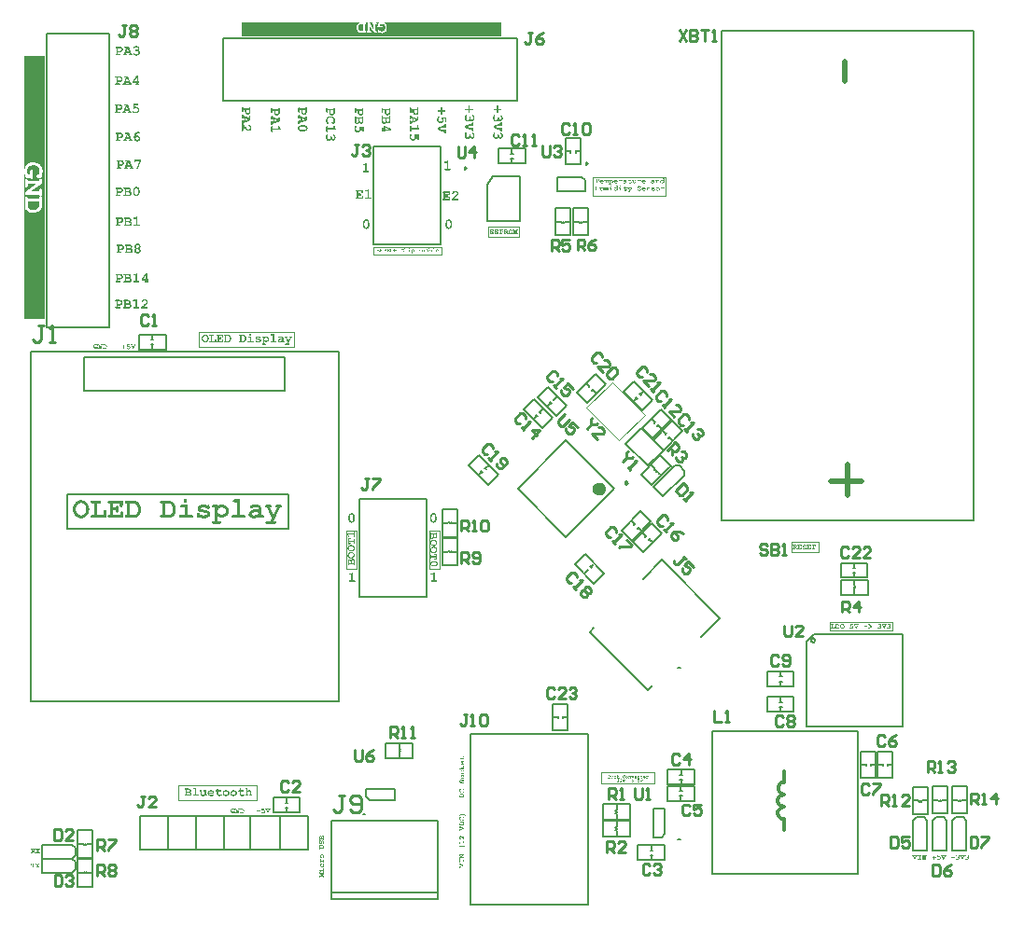
<source format=gto>
G04*
G04 #@! TF.GenerationSoftware,Altium Limited,Altium Designer,19.0.15 (446)*
G04*
G04 Layer_Color=65535*
%FSLAX25Y25*%
%MOIN*%
G70*
G01*
G75*
%ADD10C,0.00500*%
%ADD11C,0.00787*%
%ADD12C,0.00984*%
%ADD13C,0.02362*%
%ADD14C,0.01181*%
%ADD15C,0.00200*%
%ADD16C,0.01968*%
%ADD17C,0.01000*%
G36*
X159397Y251874D02*
Y251088D01*
Y251077D01*
Y251055D01*
X159392Y251022D01*
X159386Y250978D01*
X159364Y250886D01*
X159348Y250848D01*
X159321Y250809D01*
X159315Y250804D01*
X159310Y250798D01*
X159293Y250787D01*
X159272Y250771D01*
X159212Y250744D01*
X159179Y250738D01*
X159135Y250733D01*
X159119D01*
X159097Y250738D01*
X159070Y250744D01*
X159010Y250766D01*
X158977Y250782D01*
X158949Y250809D01*
X158944Y250815D01*
X158939Y250826D01*
X158928Y250848D01*
X158917Y250875D01*
X158900Y250913D01*
X158889Y250962D01*
X158884Y251022D01*
X158879Y251088D01*
Y251361D01*
X157656D01*
Y250602D01*
X158114D01*
Y250613D01*
Y250635D01*
Y250667D01*
X158120Y250706D01*
X158131Y250787D01*
X158141Y250820D01*
X158158Y250848D01*
X158163Y250853D01*
X158174Y250864D01*
X158196Y250880D01*
X158223Y250902D01*
X158289Y250940D01*
X158327Y250951D01*
X158371Y250957D01*
X158393D01*
X158409Y250951D01*
X158436Y250946D01*
X158469Y250935D01*
X158496Y250924D01*
X158529Y250902D01*
X158556Y250875D01*
X158562Y250869D01*
X158567Y250858D01*
X158578Y250837D01*
X158595Y250809D01*
X158611Y250771D01*
X158622Y250727D01*
X158627Y250667D01*
X158633Y250602D01*
Y250083D01*
Y250072D01*
Y250050D01*
Y250018D01*
X158627Y249979D01*
X158611Y249892D01*
X158600Y249859D01*
X158584Y249832D01*
X158578Y249827D01*
X158567Y249816D01*
X158545Y249799D01*
X158518Y249783D01*
X158453Y249745D01*
X158414Y249734D01*
X158371Y249728D01*
X158349D01*
X158327Y249734D01*
X158300Y249739D01*
X158267Y249756D01*
X158234Y249772D01*
X158196Y249799D01*
X158158Y249832D01*
Y249837D01*
X158152Y249843D01*
X158147Y249859D01*
X158136Y249886D01*
X158131Y249919D01*
X158120Y249963D01*
X158114Y250018D01*
Y250083D01*
X157656D01*
Y249319D01*
X158988D01*
Y249603D01*
Y249613D01*
Y249635D01*
X158993Y249668D01*
X158999Y249706D01*
X159020Y249799D01*
X159037Y249843D01*
X159059Y249876D01*
X159064Y249881D01*
X159070Y249886D01*
X159086Y249903D01*
X159108Y249919D01*
X159168Y249947D01*
X159206Y249952D01*
X159244Y249957D01*
X159266D01*
X159283Y249952D01*
X159310Y249947D01*
X159343Y249936D01*
X159370Y249925D01*
X159403Y249903D01*
X159430Y249876D01*
X159435Y249870D01*
X159441Y249859D01*
X159452Y249837D01*
X159468Y249810D01*
X159485Y249772D01*
X159495Y249728D01*
X159501Y249668D01*
X159506Y249603D01*
Y248800D01*
X157022D01*
X156989Y248805D01*
X156946Y248811D01*
X156853Y248833D01*
X156815Y248849D01*
X156776Y248871D01*
X156771Y248876D01*
X156765Y248882D01*
X156755Y248898D01*
X156738Y248920D01*
X156711Y248980D01*
X156705Y249018D01*
X156700Y249057D01*
Y249062D01*
Y249078D01*
X156705Y249095D01*
X156711Y249122D01*
X156733Y249182D01*
X156749Y249215D01*
X156776Y249242D01*
X156782Y249248D01*
X156793Y249253D01*
X156815Y249264D01*
X156842Y249281D01*
X156880Y249297D01*
X156929Y249308D01*
X156989Y249313D01*
X157055Y249319D01*
X157137D01*
Y251361D01*
X157022D01*
X156989Y251366D01*
X156946Y251372D01*
X156853Y251394D01*
X156815Y251410D01*
X156776Y251432D01*
X156771Y251437D01*
X156765Y251443D01*
X156755Y251459D01*
X156738Y251481D01*
X156711Y251541D01*
X156705Y251579D01*
X156700Y251617D01*
Y251623D01*
Y251639D01*
X156705Y251656D01*
X156711Y251683D01*
X156733Y251743D01*
X156749Y251776D01*
X156776Y251803D01*
X156782Y251809D01*
X156793Y251814D01*
X156815Y251825D01*
X156842Y251841D01*
X156880Y251858D01*
X156929Y251869D01*
X156989Y251874D01*
X157055Y251879D01*
X159397Y251874D01*
D02*
G37*
G36*
X161352Y252169D02*
X161396Y252163D01*
X161445Y252158D01*
X161494Y252147D01*
X161554Y252136D01*
X161685Y252103D01*
X161816Y252049D01*
X161887Y252016D01*
X161952Y251972D01*
X162018Y251929D01*
X162078Y251874D01*
X162084Y251869D01*
X162094Y251863D01*
X162105Y251841D01*
X162127Y251819D01*
X162149Y251792D01*
X162176Y251759D01*
X162236Y251672D01*
X162296Y251568D01*
X162346Y251443D01*
X162367Y251377D01*
X162384Y251306D01*
X162389Y251230D01*
X162395Y251153D01*
Y251142D01*
Y251115D01*
X162389Y251077D01*
X162384Y251022D01*
X162373Y250957D01*
X162357Y250891D01*
X162335Y250820D01*
X162302Y250749D01*
X162296Y250738D01*
X162286Y250716D01*
X162258Y250673D01*
X162215Y250618D01*
X162160Y250547D01*
X162084Y250460D01*
X162040Y250411D01*
X161991Y250356D01*
X161931Y250302D01*
X161871Y250241D01*
X161865Y250236D01*
X161860Y250231D01*
X161843Y250214D01*
X161816Y250192D01*
X161783Y250160D01*
X161745Y250121D01*
X161696Y250078D01*
X161641Y250028D01*
X161576Y249968D01*
X161499Y249903D01*
X161412Y249827D01*
X161319Y249739D01*
X161210Y249652D01*
X161095Y249548D01*
X160970Y249439D01*
X160828Y249319D01*
X161963D01*
X161969Y249324D01*
X161980Y249330D01*
X161996Y249341D01*
X162018Y249357D01*
X162078Y249384D01*
X162105Y249390D01*
X162138Y249395D01*
X162160D01*
X162182Y249390D01*
X162209Y249384D01*
X162236Y249373D01*
X162269Y249362D01*
X162302Y249341D01*
X162329Y249313D01*
X162335Y249308D01*
X162340Y249297D01*
X162351Y249281D01*
X162367Y249253D01*
X162378Y249215D01*
X162389Y249166D01*
X162395Y249111D01*
X162400Y249046D01*
Y248800D01*
X160031D01*
Y249352D01*
X160036Y249357D01*
X160047Y249362D01*
X160063Y249379D01*
X160091Y249401D01*
X160123Y249428D01*
X160162Y249461D01*
X160205Y249499D01*
X160255Y249537D01*
X160364Y249630D01*
X160489Y249739D01*
X160626Y249854D01*
X160768Y249974D01*
X161063Y250231D01*
X161205Y250351D01*
X161341Y250471D01*
X161461Y250585D01*
X161570Y250689D01*
X161619Y250733D01*
X161663Y250777D01*
X161696Y250815D01*
X161729Y250848D01*
X161734Y250853D01*
X161750Y250875D01*
X161778Y250908D01*
X161805Y250951D01*
X161827Y251000D01*
X161854Y251055D01*
X161871Y251110D01*
X161876Y251170D01*
Y251181D01*
Y251202D01*
X161865Y251241D01*
X161854Y251284D01*
X161832Y251339D01*
X161805Y251394D01*
X161761Y251454D01*
X161707Y251508D01*
X161701Y251514D01*
X161679Y251530D01*
X161641Y251557D01*
X161592Y251585D01*
X161527Y251606D01*
X161450Y251634D01*
X161363Y251650D01*
X161265Y251656D01*
X161221D01*
X161166Y251645D01*
X161101Y251634D01*
X161030Y251617D01*
X160953Y251585D01*
X160871Y251546D01*
X160801Y251492D01*
X160795Y251486D01*
X160784Y251475D01*
X160768Y251454D01*
X160746Y251426D01*
X160719Y251394D01*
X160697Y251344D01*
X160669Y251295D01*
X160648Y251235D01*
Y251230D01*
X160642Y251219D01*
X160631Y251197D01*
X160620Y251175D01*
X160588Y251126D01*
X160566Y251104D01*
X160544Y251082D01*
X160533Y251077D01*
X160500Y251060D01*
X160457Y251044D01*
X160391Y251039D01*
X160375D01*
X160353Y251044D01*
X160331Y251049D01*
X160271Y251071D01*
X160238Y251088D01*
X160211Y251110D01*
X160205Y251115D01*
X160200Y251126D01*
X160189Y251137D01*
X160173Y251159D01*
X160145Y251219D01*
X160140Y251252D01*
X160134Y251290D01*
Y251295D01*
Y251317D01*
X160140Y251350D01*
X160151Y251394D01*
X160167Y251448D01*
X160194Y251514D01*
X160227Y251585D01*
X160271Y251666D01*
X160276Y251677D01*
X160298Y251705D01*
X160331Y251748D01*
X160375Y251798D01*
X160435Y251858D01*
X160506Y251918D01*
X160588Y251978D01*
X160680Y252032D01*
X160686D01*
X160691Y252038D01*
X160708Y252043D01*
X160730Y252054D01*
X160784Y252076D01*
X160855Y252103D01*
X160942Y252131D01*
X161046Y252152D01*
X161155Y252169D01*
X161270Y252174D01*
X161319D01*
X161352Y252169D01*
D02*
G37*
G36*
X153539Y136945D02*
X153616Y136934D01*
X153698Y136918D01*
X153785Y136891D01*
X153873Y136858D01*
X153960Y136809D01*
X153971Y136803D01*
X153998Y136782D01*
X154042Y136749D01*
X154096Y136694D01*
X154156Y136623D01*
X154227Y136536D01*
X154298Y136432D01*
X154337Y136366D01*
X154375Y136301D01*
Y136295D01*
X154386Y136285D01*
X154391Y136263D01*
X154408Y136235D01*
X154424Y136203D01*
X154440Y136159D01*
X154457Y136115D01*
X154479Y136061D01*
X154511Y135946D01*
X154544Y135810D01*
X154566Y135662D01*
X154577Y135509D01*
Y134936D01*
Y134931D01*
Y134914D01*
Y134887D01*
X154571Y134849D01*
X154566Y134805D01*
X154560Y134750D01*
X154555Y134690D01*
X154539Y134625D01*
X154506Y134477D01*
X154451Y134313D01*
X154419Y134226D01*
X154380Y134139D01*
X154337Y134052D01*
X154282Y133964D01*
X154277Y133959D01*
X154271Y133942D01*
X154249Y133920D01*
X154227Y133893D01*
X154195Y133855D01*
X154162Y133817D01*
X154118Y133773D01*
X154064Y133735D01*
X154009Y133691D01*
X153944Y133647D01*
X153878Y133609D01*
X153802Y133571D01*
X153720Y133544D01*
X153632Y133522D01*
X153534Y133505D01*
X153436Y133500D01*
X153386D01*
X153326Y133505D01*
X153255Y133516D01*
X153168Y133533D01*
X153081Y133560D01*
X152993Y133593D01*
X152906Y133636D01*
X152895Y133642D01*
X152868Y133664D01*
X152824Y133702D01*
X152775Y133751D01*
X152709Y133822D01*
X152638Y133909D01*
X152568Y134019D01*
X152529Y134079D01*
X152491Y134144D01*
Y134150D01*
X152486Y134161D01*
X152475Y134183D01*
X152464Y134210D01*
X152447Y134243D01*
X152431Y134286D01*
X152415Y134330D01*
X152398Y134385D01*
X152360Y134505D01*
X152333Y134636D01*
X152311Y134783D01*
X152300Y134936D01*
Y135509D01*
Y135515D01*
Y135531D01*
Y135558D01*
X152305Y135597D01*
X152311Y135640D01*
X152316Y135695D01*
X152322Y135755D01*
X152338Y135820D01*
X152371Y135968D01*
X152420Y136132D01*
X152453Y136219D01*
X152497Y136306D01*
X152540Y136394D01*
X152589Y136481D01*
X152595Y136487D01*
X152606Y136503D01*
X152622Y136525D01*
X152644Y136552D01*
X152677Y136590D01*
X152709Y136629D01*
X152753Y136672D01*
X152808Y136716D01*
X152862Y136760D01*
X152922Y136803D01*
X152993Y136841D01*
X153070Y136880D01*
X153152Y136907D01*
X153239Y136929D01*
X153332Y136945D01*
X153430Y136951D01*
X153485D01*
X153539Y136945D01*
D02*
G37*
G36*
X65502Y140773D02*
X64256D01*
Y141877D01*
X65502D01*
Y140773D01*
D02*
G37*
G36*
X78071Y140019D02*
X78170Y140008D01*
X78279Y139986D01*
X78399Y139964D01*
X78530Y139942D01*
X78814Y139855D01*
X78967Y139789D01*
X79120Y139724D01*
X79273Y139636D01*
X79426Y139538D01*
X79580Y139428D01*
X79722Y139297D01*
X79733Y139286D01*
X79754Y139265D01*
X79787Y139221D01*
X79842Y139166D01*
X79896Y139101D01*
X79962Y139024D01*
X80028Y138926D01*
X80104Y138816D01*
X80170Y138707D01*
X80235Y138576D01*
X80356Y138292D01*
X80410Y138139D01*
X80443Y137975D01*
X80465Y137811D01*
X80476Y137636D01*
Y137625D01*
Y137592D01*
X80465Y137538D01*
Y137461D01*
X80454Y137374D01*
X80432Y137275D01*
X80399Y137166D01*
X80366Y137035D01*
X80312Y136904D01*
X80257Y136773D01*
X80181Y136630D01*
X80093Y136488D01*
X79995Y136346D01*
X79875Y136204D01*
X79733Y136073D01*
X79580Y135942D01*
X79569Y135931D01*
X79547Y135920D01*
X79503Y135887D01*
X79448Y135854D01*
X79383Y135811D01*
X79295Y135767D01*
X79197Y135712D01*
X79088Y135669D01*
X78967Y135614D01*
X78847Y135559D01*
X78552Y135472D01*
X78235Y135406D01*
X78071Y135395D01*
X77896Y135384D01*
X77831D01*
X77743Y135395D01*
X77645D01*
X77525Y135406D01*
X77394Y135428D01*
X77098Y135494D01*
X77077Y135505D01*
X77033Y135515D01*
X76956Y135548D01*
X76858Y135581D01*
X76749Y135636D01*
X76617Y135701D01*
X76475Y135767D01*
X76333Y135854D01*
Y134138D01*
X77022D01*
X77087Y134127D01*
X77164Y134116D01*
X77350Y134084D01*
X77437Y134040D01*
X77503Y133996D01*
X77514Y133985D01*
X77525Y133974D01*
X77557Y133942D01*
X77590Y133898D01*
X77645Y133778D01*
X77656Y133712D01*
X77667Y133625D01*
Y133614D01*
Y133592D01*
X77656Y133548D01*
X77645Y133493D01*
X77623Y133439D01*
X77601Y133373D01*
X77557Y133308D01*
X77503Y133253D01*
X77492Y133242D01*
X77470Y133231D01*
X77426Y133209D01*
X77372Y133177D01*
X77295Y133144D01*
X77208Y133122D01*
X77087Y133111D01*
X76956Y133100D01*
X75055D01*
X74989Y133111D01*
X74901Y133122D01*
X74716Y133166D01*
X74639Y133198D01*
X74563Y133253D01*
X74552Y133264D01*
X74541Y133275D01*
X74519Y133308D01*
X74486Y133351D01*
X74432Y133472D01*
X74421Y133548D01*
X74410Y133625D01*
Y133636D01*
Y133668D01*
X74421Y133701D01*
X74432Y133756D01*
X74475Y133876D01*
X74508Y133942D01*
X74563Y133996D01*
X74574Y134007D01*
X74595Y134018D01*
X74639Y134040D01*
X74694Y134073D01*
X74770Y134095D01*
X74869Y134116D01*
X74989Y134127D01*
X75120Y134138D01*
X75295D01*
Y138860D01*
X75055D01*
X74989Y138871D01*
X74901Y138882D01*
X74716Y138926D01*
X74639Y138959D01*
X74563Y139002D01*
X74552Y139013D01*
X74541Y139024D01*
X74519Y139057D01*
X74486Y139101D01*
X74432Y139221D01*
X74421Y139297D01*
X74410Y139374D01*
Y139385D01*
Y139418D01*
X74421Y139450D01*
X74432Y139505D01*
X74475Y139625D01*
X74508Y139691D01*
X74563Y139745D01*
X74574Y139756D01*
X74595Y139767D01*
X74639Y139789D01*
X74694Y139822D01*
X74770Y139855D01*
X74869Y139877D01*
X74989Y139887D01*
X75120Y139899D01*
X76333D01*
Y139527D01*
X76355Y139538D01*
X76399Y139571D01*
X76475Y139614D01*
X76563Y139669D01*
X76683Y139724D01*
X76803Y139789D01*
X76945Y139844D01*
X77087Y139899D01*
X77109Y139909D01*
X77153Y139920D01*
X77230Y139942D01*
X77339Y139964D01*
X77459Y139986D01*
X77590Y140008D01*
X77743Y140030D01*
X78006D01*
X78071Y140019D01*
D02*
G37*
G36*
X42538Y141429D02*
Y139855D01*
Y139833D01*
Y139789D01*
X42527Y139724D01*
X42516Y139636D01*
X42472Y139450D01*
X42439Y139374D01*
X42385Y139297D01*
X42374Y139286D01*
X42363Y139276D01*
X42330Y139254D01*
X42286Y139221D01*
X42166Y139166D01*
X42101Y139155D01*
X42013Y139144D01*
X41980D01*
X41937Y139155D01*
X41882Y139166D01*
X41762Y139210D01*
X41696Y139243D01*
X41642Y139297D01*
X41631Y139308D01*
X41620Y139330D01*
X41598Y139374D01*
X41576Y139428D01*
X41543Y139505D01*
X41521Y139603D01*
X41510Y139724D01*
X41499Y139855D01*
Y140401D01*
X39051D01*
Y138882D01*
X39969D01*
Y138904D01*
Y138948D01*
Y139013D01*
X39980Y139090D01*
X40002Y139254D01*
X40024Y139319D01*
X40057Y139374D01*
X40068Y139385D01*
X40089Y139407D01*
X40133Y139439D01*
X40188Y139483D01*
X40319Y139560D01*
X40396Y139582D01*
X40483Y139592D01*
X40527D01*
X40559Y139582D01*
X40614Y139571D01*
X40680Y139549D01*
X40734Y139527D01*
X40800Y139483D01*
X40854Y139428D01*
X40865Y139418D01*
X40876Y139396D01*
X40898Y139352D01*
X40931Y139297D01*
X40964Y139221D01*
X40986Y139133D01*
X40997Y139013D01*
X41008Y138882D01*
Y137844D01*
Y137822D01*
Y137778D01*
Y137713D01*
X40997Y137636D01*
X40964Y137461D01*
X40942Y137396D01*
X40909Y137341D01*
X40898Y137330D01*
X40876Y137308D01*
X40833Y137275D01*
X40778Y137242D01*
X40647Y137166D01*
X40570Y137144D01*
X40483Y137133D01*
X40439D01*
X40396Y137144D01*
X40341Y137155D01*
X40275Y137188D01*
X40210Y137221D01*
X40133Y137275D01*
X40057Y137341D01*
Y137352D01*
X40046Y137363D01*
X40035Y137396D01*
X40013Y137450D01*
X40002Y137516D01*
X39980Y137603D01*
X39969Y137713D01*
Y137844D01*
X39051D01*
Y136313D01*
X41718D01*
Y136882D01*
Y136904D01*
Y136947D01*
X41729Y137013D01*
X41740Y137090D01*
X41784Y137275D01*
X41816Y137363D01*
X41860Y137428D01*
X41871Y137439D01*
X41882Y137450D01*
X41915Y137483D01*
X41958Y137516D01*
X42079Y137570D01*
X42155Y137581D01*
X42232Y137592D01*
X42275D01*
X42308Y137581D01*
X42363Y137570D01*
X42428Y137548D01*
X42483Y137527D01*
X42549Y137483D01*
X42603Y137428D01*
X42614Y137417D01*
X42625Y137396D01*
X42647Y137352D01*
X42680Y137297D01*
X42713Y137221D01*
X42735Y137133D01*
X42745Y137013D01*
X42756Y136882D01*
Y135275D01*
X37783D01*
X37718Y135286D01*
X37630Y135297D01*
X37444Y135341D01*
X37368Y135373D01*
X37291Y135417D01*
X37280Y135428D01*
X37269Y135439D01*
X37248Y135472D01*
X37215Y135515D01*
X37160Y135636D01*
X37149Y135712D01*
X37138Y135789D01*
Y135800D01*
Y135833D01*
X37149Y135865D01*
X37160Y135920D01*
X37204Y136040D01*
X37237Y136106D01*
X37291Y136160D01*
X37302Y136171D01*
X37324Y136182D01*
X37368Y136204D01*
X37422Y136237D01*
X37499Y136270D01*
X37597Y136292D01*
X37718Y136302D01*
X37849Y136313D01*
X38013D01*
Y140401D01*
X37783D01*
X37718Y140412D01*
X37630Y140423D01*
X37444Y140467D01*
X37368Y140500D01*
X37291Y140543D01*
X37280Y140554D01*
X37269Y140565D01*
X37248Y140598D01*
X37215Y140642D01*
X37160Y140762D01*
X37149Y140838D01*
X37138Y140915D01*
Y140926D01*
Y140959D01*
X37149Y140991D01*
X37160Y141046D01*
X37204Y141166D01*
X37237Y141232D01*
X37291Y141287D01*
X37302Y141297D01*
X37324Y141308D01*
X37368Y141330D01*
X37422Y141363D01*
X37499Y141396D01*
X37597Y141418D01*
X37718Y141429D01*
X37849Y141440D01*
X42538Y141429D01*
D02*
G37*
G36*
X71601Y140019D02*
X71710Y140008D01*
X71830Y139997D01*
X72071Y139953D01*
X72082D01*
X72125Y139942D01*
X72191Y139920D01*
X72278Y139899D01*
X72377Y139877D01*
X72486Y139833D01*
X72716Y139745D01*
X72737Y139756D01*
X72770Y139789D01*
X72836Y139822D01*
X72890Y139855D01*
X72901Y139866D01*
X72945Y139877D01*
X73000Y139887D01*
X73054Y139899D01*
X73087D01*
X73131Y139887D01*
X73175Y139877D01*
X73229Y139855D01*
X73295Y139833D01*
X73349Y139789D01*
X73404Y139734D01*
X73415Y139724D01*
X73426Y139702D01*
X73448Y139658D01*
X73481Y139603D01*
X73513Y139527D01*
X73535Y139439D01*
X73546Y139330D01*
X73557Y139199D01*
Y138937D01*
Y138926D01*
Y138882D01*
Y138827D01*
X73546Y138751D01*
X73524Y138598D01*
X73502Y138532D01*
X73470Y138478D01*
X73459Y138467D01*
X73437Y138445D01*
X73404Y138401D01*
X73349Y138368D01*
X73284Y138324D01*
X73207Y138281D01*
X73120Y138259D01*
X73022Y138248D01*
X72989D01*
X72956Y138259D01*
X72912D01*
X72803Y138292D01*
X72694Y138357D01*
X72683Y138368D01*
X72672Y138379D01*
X72617Y138445D01*
X72552Y138543D01*
X72508Y138674D01*
X72497Y138685D01*
X72464Y138696D01*
X72409Y138729D01*
X72344Y138762D01*
X72267Y138795D01*
X72180Y138838D01*
X71972Y138904D01*
X71961D01*
X71929Y138915D01*
X71874Y138937D01*
X71797Y138948D01*
X71710Y138969D01*
X71612Y138980D01*
X71393Y138991D01*
X71295D01*
X71185Y138980D01*
X71043Y138969D01*
X70890Y138937D01*
X70726Y138904D01*
X70573Y138849D01*
X70431Y138784D01*
X70420D01*
X70409Y138773D01*
X70355Y138729D01*
X70300Y138663D01*
X70289Y138631D01*
X70278Y138598D01*
Y138576D01*
X70300Y138521D01*
X70333Y138488D01*
X70366Y138456D01*
X70420Y138412D01*
X70486Y138368D01*
X70497D01*
X70519Y138357D01*
X70562Y138336D01*
X70639Y138324D01*
X70737Y138303D01*
X70857Y138270D01*
X71021Y138248D01*
X71207Y138215D01*
X71218D01*
X71251Y138204D01*
X71306D01*
X71371Y138193D01*
X71459Y138182D01*
X71557Y138161D01*
X71776Y138128D01*
X72016Y138084D01*
X72256Y138040D01*
X72475Y137986D01*
X72562Y137953D01*
X72650Y137931D01*
X72661D01*
X72672Y137920D01*
X72737Y137898D01*
X72836Y137855D01*
X72956Y137789D01*
X73087Y137701D01*
X73229Y137614D01*
X73360Y137494D01*
X73481Y137363D01*
X73492Y137352D01*
X73524Y137297D01*
X73579Y137232D01*
X73634Y137133D01*
X73677Y137013D01*
X73732Y136882D01*
X73765Y136740D01*
X73776Y136587D01*
Y136576D01*
Y136565D01*
X73765Y136499D01*
X73754Y136390D01*
X73710Y136259D01*
X73655Y136117D01*
X73568Y135953D01*
X73437Y135800D01*
X73360Y135723D01*
X73273Y135647D01*
X73262Y135636D01*
X73240Y135625D01*
X73196Y135603D01*
X73142Y135559D01*
X73076Y135527D01*
X72989Y135483D01*
X72890Y135428D01*
X72781Y135384D01*
X72661Y135330D01*
X72519Y135286D01*
X72366Y135231D01*
X72213Y135199D01*
X72038Y135166D01*
X71852Y135133D01*
X71655Y135122D01*
X71448Y135111D01*
X71284D01*
X71174Y135122D01*
X71043Y135133D01*
X70901Y135144D01*
X70606Y135199D01*
X70584D01*
X70540Y135210D01*
X70464Y135231D01*
X70376Y135253D01*
X70267Y135286D01*
X70147Y135319D01*
X69907Y135417D01*
X69896Y135406D01*
X69863Y135373D01*
X69808Y135341D01*
X69743Y135308D01*
X69732D01*
X69688Y135297D01*
X69622Y135286D01*
X69557Y135275D01*
X69513D01*
X69469Y135286D01*
X69415Y135297D01*
X69294Y135341D01*
X69229Y135373D01*
X69174Y135428D01*
X69163Y135439D01*
X69152Y135461D01*
X69130Y135505D01*
X69109Y135559D01*
X69076Y135636D01*
X69054Y135723D01*
X69043Y135833D01*
X69032Y135964D01*
Y136324D01*
Y136346D01*
Y136390D01*
X69043Y136456D01*
X69054Y136532D01*
X69098Y136707D01*
X69130Y136794D01*
X69174Y136860D01*
X69185Y136871D01*
X69196Y136882D01*
X69229Y136915D01*
X69273Y136947D01*
X69393Y137002D01*
X69469Y137013D01*
X69546Y137024D01*
X69611D01*
X69655Y137013D01*
X69764Y136980D01*
X69863Y136915D01*
X69874D01*
X69885Y136893D01*
X69907Y136871D01*
X69939Y136827D01*
X69972Y136783D01*
X70005Y136718D01*
X70038Y136641D01*
X70070Y136554D01*
X70081Y136543D01*
X70114Y136521D01*
X70158Y136488D01*
X70223Y136445D01*
X70311Y136390D01*
X70409Y136346D01*
X70519Y136292D01*
X70639Y136248D01*
X70650D01*
X70704Y136237D01*
X70770Y136215D01*
X70868Y136204D01*
X70978Y136182D01*
X71109Y136160D01*
X71251Y136150D01*
X71535D01*
X71655Y136160D01*
X71819Y136182D01*
X71994Y136204D01*
X72180Y136237D01*
X72355Y136292D01*
X72519Y136368D01*
X72530D01*
X72552Y136390D01*
X72617Y136434D01*
X72683Y136510D01*
X72705Y136554D01*
X72716Y136598D01*
Y136609D01*
Y136630D01*
X72705Y136674D01*
X72683Y136718D01*
X72650Y136773D01*
X72595Y136827D01*
X72530Y136882D01*
X72442Y136936D01*
X72431Y136947D01*
X72388Y136958D01*
X72311Y136980D01*
X72202Y137013D01*
X72049Y137046D01*
X71961Y137068D01*
X71852Y137090D01*
X71743Y137111D01*
X71623Y137133D01*
X71480Y137144D01*
X71327Y137166D01*
X71316D01*
X71273Y137177D01*
X71207D01*
X71120Y137188D01*
X71021Y137210D01*
X70912Y137232D01*
X70781Y137253D01*
X70650Y137275D01*
X70366Y137352D01*
X70092Y137439D01*
X69961Y137483D01*
X69852Y137538D01*
X69743Y137603D01*
X69655Y137669D01*
X69633Y137691D01*
X69590Y137734D01*
X69524Y137811D01*
X69447Y137920D01*
X69371Y138051D01*
X69305Y138215D01*
X69262Y138390D01*
X69240Y138587D01*
Y138598D01*
Y138609D01*
X69251Y138685D01*
X69262Y138784D01*
X69294Y138915D01*
X69360Y139057D01*
X69437Y139210D01*
X69557Y139374D01*
X69622Y139439D01*
X69710Y139516D01*
X69721Y139527D01*
X69743Y139538D01*
X69775Y139560D01*
X69830Y139592D01*
X69885Y139636D01*
X69961Y139680D01*
X70060Y139724D01*
X70158Y139778D01*
X70267Y139822D01*
X70398Y139866D01*
X70530Y139909D01*
X70683Y139953D01*
X71010Y140008D01*
X71196Y140030D01*
X71513D01*
X71601Y140019D01*
D02*
G37*
G36*
X90236D02*
X90313D01*
X90400Y140008D01*
X90619Y139975D01*
X90859Y139931D01*
X91111Y139855D01*
X91351Y139745D01*
X91570Y139603D01*
X91581D01*
X91592Y139582D01*
X91657Y139527D01*
X91745Y139428D01*
X91843Y139308D01*
X91941Y139144D01*
X92029Y138948D01*
X92094Y138718D01*
X92105Y138587D01*
X92116Y138456D01*
Y136313D01*
X92357D01*
X92422Y136302D01*
X92499Y136292D01*
X92685Y136248D01*
X92772Y136215D01*
X92838Y136160D01*
X92849Y136150D01*
X92860Y136139D01*
X92892Y136106D01*
X92925Y136062D01*
X92980Y135942D01*
X92991Y135876D01*
X93002Y135789D01*
Y135778D01*
Y135756D01*
X92991Y135712D01*
X92980Y135658D01*
X92958Y135603D01*
X92936Y135537D01*
X92892Y135472D01*
X92838Y135417D01*
X92827Y135406D01*
X92805Y135395D01*
X92761Y135373D01*
X92707Y135352D01*
X92630Y135319D01*
X92542Y135297D01*
X92422Y135286D01*
X92291Y135275D01*
X91078D01*
Y135515D01*
X91056Y135505D01*
X91012Y135483D01*
X90925Y135450D01*
X90826Y135395D01*
X90695Y135352D01*
X90542Y135297D01*
X90378Y135253D01*
X90203Y135210D01*
X90182D01*
X90127Y135199D01*
X90039Y135177D01*
X89919Y135166D01*
X89788Y135144D01*
X89646Y135122D01*
X89340Y135111D01*
X89263D01*
X89198Y135122D01*
X89132D01*
X89045Y135133D01*
X88859Y135166D01*
X88640Y135220D01*
X88422Y135297D01*
X88192Y135406D01*
X87985Y135548D01*
X87974D01*
X87963Y135570D01*
X87908Y135625D01*
X87821Y135712D01*
X87722Y135833D01*
X87624Y135986D01*
X87547Y136150D01*
X87482Y136335D01*
X87471Y136434D01*
X87460Y136532D01*
Y136543D01*
Y136565D01*
Y136598D01*
X87471Y136641D01*
X87493Y136762D01*
X87547Y136925D01*
X87624Y137111D01*
X87679Y137210D01*
X87744Y137308D01*
X87821Y137417D01*
X87908Y137527D01*
X88007Y137625D01*
X88127Y137734D01*
X88138Y137745D01*
X88160Y137756D01*
X88192Y137789D01*
X88247Y137822D01*
X88313Y137865D01*
X88400Y137909D01*
X88498Y137964D01*
X88608Y138019D01*
X88728Y138073D01*
X88870Y138128D01*
X89023Y138172D01*
X89187Y138215D01*
X89362Y138248D01*
X89559Y138281D01*
X89755Y138292D01*
X89974Y138303D01*
X90160D01*
X90291Y138292D01*
X90455Y138281D01*
X90641Y138259D01*
X90848Y138226D01*
X91078Y138193D01*
Y138445D01*
Y138456D01*
Y138488D01*
X91067Y138532D01*
X91056Y138587D01*
X91023Y138642D01*
X90990Y138718D01*
X90936Y138773D01*
X90870Y138838D01*
X90859Y138849D01*
X90826Y138860D01*
X90783Y138882D01*
X90706Y138915D01*
X90597Y138948D01*
X90466Y138969D01*
X90302Y138980D01*
X90105Y138991D01*
X90018D01*
X89919Y138980D01*
X89788Y138969D01*
X89613Y138948D01*
X89406Y138915D01*
X89165Y138871D01*
X88903Y138805D01*
X88892D01*
X88859Y138795D01*
X88804Y138784D01*
X88750Y138773D01*
X88608Y138751D01*
X88542Y138740D01*
X88444D01*
X88400Y138751D01*
X88356Y138762D01*
X88247Y138805D01*
X88181Y138838D01*
X88127Y138882D01*
X88116Y138893D01*
X88105Y138915D01*
X88083Y138948D01*
X88061Y138991D01*
X88007Y139111D01*
X87996Y139177D01*
X87985Y139265D01*
Y139276D01*
Y139286D01*
X87996Y139341D01*
X88007Y139418D01*
X88028Y139494D01*
X88039Y139516D01*
X88072Y139549D01*
X88116Y139603D01*
X88170Y139647D01*
X88192Y139658D01*
X88214Y139669D01*
X88258Y139691D01*
X88313Y139713D01*
X88378Y139734D01*
X88455Y139756D01*
X88553Y139789D01*
X88575D01*
X88619Y139811D01*
X88695Y139833D01*
X88793Y139855D01*
X88914Y139877D01*
X89045Y139909D01*
X89340Y139964D01*
X89362D01*
X89406Y139975D01*
X89482Y139986D01*
X89581Y139997D01*
X89701Y140008D01*
X89821Y140019D01*
X90072Y140030D01*
X90160D01*
X90236Y140019D01*
D02*
G37*
G36*
X98904Y139887D02*
X98980Y139877D01*
X99166Y139833D01*
X99253Y139800D01*
X99319Y139745D01*
X99330Y139734D01*
X99341Y139724D01*
X99374Y139691D01*
X99407Y139647D01*
X99461Y139527D01*
X99472Y139461D01*
X99483Y139374D01*
Y139363D01*
Y139341D01*
X99472Y139297D01*
X99461Y139243D01*
X99439Y139188D01*
X99418Y139122D01*
X99374Y139057D01*
X99319Y139002D01*
X99308Y138991D01*
X99286Y138980D01*
X99243Y138959D01*
X99188Y138937D01*
X99111Y138904D01*
X99024Y138882D01*
X98904Y138871D01*
X98773Y138860D01*
X96368Y134138D01*
X97155D01*
X97166Y134127D01*
X97210Y134095D01*
X97264Y134040D01*
X97319Y133964D01*
X97385Y133887D01*
X97428Y133800D01*
X97472Y133712D01*
X97483Y133625D01*
Y133614D01*
Y133592D01*
X97472Y133548D01*
X97461Y133493D01*
X97439Y133439D01*
X97417Y133373D01*
X97374Y133308D01*
X97319Y133253D01*
X97308Y133242D01*
X97286Y133231D01*
X97242Y133209D01*
X97188Y133177D01*
X97111Y133144D01*
X97013Y133122D01*
X96904Y133111D01*
X96762Y133100D01*
X94105D01*
X94040Y133111D01*
X93953Y133122D01*
X93767Y133166D01*
X93690Y133198D01*
X93614Y133253D01*
X93603Y133264D01*
X93592Y133275D01*
X93570Y133308D01*
X93537Y133351D01*
X93483Y133472D01*
X93472Y133548D01*
X93461Y133625D01*
Y133636D01*
Y133668D01*
X93472Y133701D01*
X93483Y133756D01*
X93526Y133876D01*
X93559Y133942D01*
X93614Y133996D01*
X93625Y134007D01*
X93646Y134018D01*
X93690Y134040D01*
X93745Y134073D01*
X93821Y134095D01*
X93920Y134116D01*
X94040Y134127D01*
X94171Y134138D01*
X95209D01*
X95800Y135297D01*
X93985Y138860D01*
X93920D01*
X93854Y138871D01*
X93778Y138882D01*
X93592Y138926D01*
X93504Y138959D01*
X93439Y139002D01*
X93428Y139013D01*
X93417Y139024D01*
X93395Y139057D01*
X93362Y139101D01*
X93308Y139221D01*
X93297Y139297D01*
X93286Y139374D01*
Y139385D01*
Y139418D01*
X93297Y139450D01*
X93308Y139505D01*
X93351Y139625D01*
X93384Y139691D01*
X93439Y139745D01*
X93450Y139756D01*
X93472Y139767D01*
X93515Y139789D01*
X93570Y139822D01*
X93646Y139855D01*
X93734Y139877D01*
X93854Y139887D01*
X93985Y139899D01*
X95220D01*
X95286Y139887D01*
X95363Y139877D01*
X95548Y139833D01*
X95636Y139800D01*
X95701Y139745D01*
X95712Y139734D01*
X95723Y139724D01*
X95756Y139691D01*
X95789Y139647D01*
X95843Y139527D01*
X95854Y139461D01*
X95865Y139374D01*
Y139363D01*
Y139341D01*
X95854Y139297D01*
X95843Y139243D01*
X95821Y139188D01*
X95800Y139122D01*
X95756Y139057D01*
X95701Y139002D01*
X95690Y138991D01*
X95669Y138980D01*
X95625Y138959D01*
X95570Y138937D01*
X95494Y138904D01*
X95406Y138882D01*
X95286Y138871D01*
X95155Y138860D01*
X96379Y136445D01*
X97603Y138860D01*
X97537D01*
X97472Y138871D01*
X97395Y138882D01*
X97210Y138926D01*
X97122Y138959D01*
X97057Y139002D01*
X97046Y139013D01*
X97035Y139024D01*
X97013Y139057D01*
X96980Y139101D01*
X96925Y139221D01*
X96914Y139297D01*
X96904Y139374D01*
Y139385D01*
Y139418D01*
X96914Y139450D01*
X96925Y139505D01*
X96969Y139625D01*
X97002Y139691D01*
X97057Y139745D01*
X97067Y139756D01*
X97089Y139767D01*
X97133Y139789D01*
X97188Y139822D01*
X97264Y139855D01*
X97352Y139877D01*
X97472Y139887D01*
X97603Y139899D01*
X98838D01*
X98904Y139887D01*
D02*
G37*
G36*
X84400Y136313D02*
X85711D01*
X85777Y136302D01*
X85853Y136292D01*
X86039Y136248D01*
X86127Y136215D01*
X86192Y136160D01*
X86203Y136150D01*
X86214Y136139D01*
X86247Y136106D01*
X86280Y136062D01*
X86334Y135942D01*
X86345Y135876D01*
X86356Y135789D01*
Y135778D01*
Y135756D01*
X86345Y135712D01*
X86334Y135658D01*
X86312Y135603D01*
X86291Y135537D01*
X86247Y135472D01*
X86192Y135417D01*
X86181Y135406D01*
X86159Y135395D01*
X86116Y135373D01*
X86061Y135352D01*
X85984Y135319D01*
X85897Y135297D01*
X85777Y135286D01*
X85646Y135275D01*
X82050D01*
X81984Y135286D01*
X81897Y135297D01*
X81711Y135341D01*
X81634Y135373D01*
X81558Y135417D01*
X81547Y135428D01*
X81536Y135439D01*
X81514Y135472D01*
X81481Y135515D01*
X81427Y135636D01*
X81416Y135712D01*
X81405Y135789D01*
Y135800D01*
Y135833D01*
X81416Y135865D01*
X81427Y135920D01*
X81470Y136040D01*
X81503Y136106D01*
X81558Y136160D01*
X81569Y136171D01*
X81591Y136182D01*
X81634Y136204D01*
X81689Y136237D01*
X81766Y136270D01*
X81864Y136292D01*
X81984Y136302D01*
X82115Y136313D01*
X83361D01*
Y140838D01*
X82454D01*
X82389Y140849D01*
X82301Y140860D01*
X82115Y140904D01*
X82039Y140937D01*
X81962Y140981D01*
X81951Y140991D01*
X81940Y141002D01*
X81919Y141035D01*
X81886Y141079D01*
X81831Y141199D01*
X81820Y141276D01*
X81809Y141352D01*
Y141363D01*
Y141396D01*
X81820Y141429D01*
X81831Y141483D01*
X81875Y141604D01*
X81908Y141669D01*
X81962Y141724D01*
X81973Y141735D01*
X81995Y141746D01*
X82039Y141768D01*
X82093Y141800D01*
X82170Y141833D01*
X82268Y141855D01*
X82389Y141866D01*
X82520Y141877D01*
X84400D01*
Y136313D01*
D02*
G37*
G36*
X65644D02*
X66955D01*
X67021Y136302D01*
X67098Y136292D01*
X67283Y136248D01*
X67371Y136215D01*
X67436Y136160D01*
X67447Y136150D01*
X67458Y136139D01*
X67491Y136106D01*
X67524Y136062D01*
X67578Y135942D01*
X67589Y135876D01*
X67600Y135789D01*
Y135778D01*
Y135756D01*
X67589Y135712D01*
X67578Y135658D01*
X67557Y135603D01*
X67535Y135537D01*
X67491Y135472D01*
X67436Y135417D01*
X67425Y135406D01*
X67404Y135395D01*
X67360Y135373D01*
X67305Y135352D01*
X67229Y135319D01*
X67141Y135297D01*
X67021Y135286D01*
X66890Y135275D01*
X63294D01*
X63228Y135286D01*
X63141Y135297D01*
X62955Y135341D01*
X62879Y135373D01*
X62802Y135417D01*
X62791Y135428D01*
X62780Y135439D01*
X62758Y135472D01*
X62726Y135515D01*
X62671Y135636D01*
X62660Y135712D01*
X62649Y135789D01*
Y135800D01*
Y135833D01*
X62660Y135865D01*
X62671Y135920D01*
X62714Y136040D01*
X62747Y136106D01*
X62802Y136160D01*
X62813Y136171D01*
X62835Y136182D01*
X62879Y136204D01*
X62933Y136237D01*
X63010Y136270D01*
X63108Y136292D01*
X63228Y136302D01*
X63359Y136313D01*
X64605D01*
Y138860D01*
X63698D01*
X63633Y138871D01*
X63545Y138882D01*
X63359Y138926D01*
X63283Y138959D01*
X63206Y139002D01*
X63196Y139013D01*
X63184Y139024D01*
X63163Y139057D01*
X63130Y139101D01*
X63075Y139221D01*
X63064Y139297D01*
X63053Y139374D01*
Y139385D01*
Y139418D01*
X63064Y139450D01*
X63075Y139505D01*
X63119Y139625D01*
X63152Y139691D01*
X63206Y139745D01*
X63217Y139756D01*
X63239Y139767D01*
X63283Y139789D01*
X63337Y139822D01*
X63414Y139855D01*
X63512Y139877D01*
X63633Y139887D01*
X63764Y139899D01*
X65644D01*
Y136313D01*
D02*
G37*
G36*
X58747Y141429D02*
X58834D01*
X58933Y141418D01*
X59064Y141407D01*
X59217Y141385D01*
X59381Y141352D01*
X59556Y141308D01*
X59742Y141243D01*
X59753D01*
X59763Y141232D01*
X59829Y141210D01*
X59917Y141166D01*
X60026Y141112D01*
X60157Y141046D01*
X60288Y140959D01*
X60419Y140871D01*
X60540Y140762D01*
X60550Y140751D01*
X60583Y140718D01*
X60627Y140674D01*
X60682Y140609D01*
X60747Y140522D01*
X60824Y140412D01*
X60911Y140292D01*
X60998Y140161D01*
X61010Y140139D01*
X61042Y140095D01*
X61086Y140019D01*
X61141Y139920D01*
X61195Y139811D01*
X61261Y139680D01*
X61316Y139549D01*
X61370Y139407D01*
X61381Y139385D01*
X61392Y139341D01*
X61414Y139265D01*
X61436Y139155D01*
X61458Y139024D01*
X61479Y138860D01*
X61501Y138685D01*
Y138488D01*
Y137986D01*
Y137975D01*
Y137953D01*
Y137920D01*
Y137876D01*
X61490Y137756D01*
X61468Y137592D01*
X61447Y137417D01*
X61403Y137221D01*
X61348Y137013D01*
X61272Y136816D01*
Y136805D01*
X61261Y136794D01*
X61228Y136729D01*
X61184Y136641D01*
X61108Y136521D01*
X61020Y136390D01*
X60922Y136248D01*
X60802Y136106D01*
X60671Y135975D01*
X60660Y135964D01*
X60605Y135920D01*
X60540Y135865D01*
X60452Y135800D01*
X60343Y135723D01*
X60233Y135647D01*
X60102Y135570D01*
X59982Y135505D01*
X59971D01*
X59960Y135494D01*
X59927Y135483D01*
X59895Y135472D01*
X59785Y135428D01*
X59632Y135395D01*
X59435Y135352D01*
X59217Y135308D01*
X58955Y135286D01*
X58659Y135275D01*
X56484D01*
X56419Y135286D01*
X56331Y135297D01*
X56146Y135341D01*
X56069Y135373D01*
X55993Y135417D01*
X55982Y135428D01*
X55971Y135439D01*
X55949Y135472D01*
X55916Y135515D01*
X55861Y135636D01*
X55850Y135712D01*
X55840Y135789D01*
Y135800D01*
Y135833D01*
X55850Y135865D01*
X55861Y135920D01*
X55905Y136040D01*
X55938Y136106D01*
X55993Y136160D01*
X56003Y136171D01*
X56025Y136182D01*
X56069Y136204D01*
X56124Y136237D01*
X56200Y136270D01*
X56299Y136292D01*
X56419Y136302D01*
X56550Y136313D01*
Y140401D01*
X56484D01*
X56419Y140412D01*
X56331Y140423D01*
X56146Y140467D01*
X56069Y140500D01*
X55993Y140543D01*
X55982Y140554D01*
X55971Y140565D01*
X55949Y140598D01*
X55916Y140642D01*
X55861Y140762D01*
X55850Y140838D01*
X55840Y140915D01*
Y140926D01*
Y140959D01*
X55850Y140991D01*
X55861Y141046D01*
X55905Y141166D01*
X55938Y141232D01*
X55993Y141287D01*
X56003Y141297D01*
X56025Y141308D01*
X56069Y141330D01*
X56124Y141363D01*
X56200Y141396D01*
X56299Y141418D01*
X56419Y141429D01*
X56550Y141440D01*
X58747Y141429D01*
D02*
G37*
G36*
X46243Y141429D02*
X46330D01*
X46429Y141418D01*
X46560Y141407D01*
X46713Y141385D01*
X46877Y141352D01*
X47052Y141308D01*
X47238Y141243D01*
X47249D01*
X47260Y141232D01*
X47325Y141210D01*
X47412Y141166D01*
X47522Y141112D01*
X47653Y141046D01*
X47784Y140959D01*
X47915Y140871D01*
X48036Y140762D01*
X48046Y140751D01*
X48079Y140718D01*
X48123Y140674D01*
X48178Y140609D01*
X48243Y140522D01*
X48320Y140412D01*
X48407Y140292D01*
X48495Y140161D01*
X48505Y140139D01*
X48538Y140095D01*
X48582Y140019D01*
X48637Y139920D01*
X48691Y139811D01*
X48757Y139680D01*
X48812Y139549D01*
X48866Y139407D01*
X48877Y139385D01*
X48888Y139341D01*
X48910Y139265D01*
X48932Y139155D01*
X48954Y139024D01*
X48976Y138860D01*
X48997Y138685D01*
Y138488D01*
Y137986D01*
Y137975D01*
Y137953D01*
Y137920D01*
Y137876D01*
X48987Y137756D01*
X48965Y137592D01*
X48943Y137417D01*
X48899Y137221D01*
X48844Y137013D01*
X48768Y136816D01*
Y136805D01*
X48757Y136794D01*
X48724Y136729D01*
X48680Y136641D01*
X48604Y136521D01*
X48516Y136390D01*
X48418Y136248D01*
X48298Y136106D01*
X48167Y135975D01*
X48156Y135964D01*
X48101Y135920D01*
X48036Y135865D01*
X47948Y135800D01*
X47839Y135723D01*
X47730Y135647D01*
X47598Y135570D01*
X47478Y135505D01*
X47467D01*
X47456Y135494D01*
X47423Y135483D01*
X47391Y135472D01*
X47281Y135428D01*
X47128Y135395D01*
X46932Y135352D01*
X46713Y135308D01*
X46451Y135286D01*
X46156Y135275D01*
X43981D01*
X43915Y135286D01*
X43828Y135297D01*
X43642Y135341D01*
X43565Y135373D01*
X43489Y135417D01*
X43478Y135428D01*
X43467Y135439D01*
X43445Y135472D01*
X43412Y135515D01*
X43358Y135636D01*
X43347Y135712D01*
X43336Y135789D01*
Y135800D01*
Y135833D01*
X43347Y135865D01*
X43358Y135920D01*
X43401Y136040D01*
X43434Y136106D01*
X43489Y136160D01*
X43500Y136171D01*
X43521Y136182D01*
X43565Y136204D01*
X43620Y136237D01*
X43696Y136270D01*
X43795Y136292D01*
X43915Y136302D01*
X44046Y136313D01*
Y140401D01*
X43981D01*
X43915Y140412D01*
X43828Y140423D01*
X43642Y140467D01*
X43565Y140500D01*
X43489Y140543D01*
X43478Y140554D01*
X43467Y140565D01*
X43445Y140598D01*
X43412Y140642D01*
X43358Y140762D01*
X43347Y140838D01*
X43336Y140915D01*
Y140926D01*
Y140959D01*
X43347Y140991D01*
X43358Y141046D01*
X43401Y141166D01*
X43434Y141232D01*
X43489Y141287D01*
X43500Y141297D01*
X43521Y141308D01*
X43565Y141330D01*
X43620Y141363D01*
X43696Y141396D01*
X43795Y141418D01*
X43915Y141429D01*
X44046Y141440D01*
X46243Y141429D01*
D02*
G37*
G36*
X34165D02*
X34242Y141418D01*
X34428Y141374D01*
X34515Y141341D01*
X34581Y141287D01*
X34592Y141276D01*
X34603Y141265D01*
X34635Y141232D01*
X34668Y141188D01*
X34723Y141068D01*
X34734Y141002D01*
X34745Y140915D01*
Y140904D01*
Y140882D01*
X34734Y140838D01*
X34723Y140784D01*
X34701Y140729D01*
X34679Y140664D01*
X34635Y140598D01*
X34581Y140543D01*
X34570Y140532D01*
X34548Y140522D01*
X34504Y140500D01*
X34450Y140478D01*
X34373Y140445D01*
X34286Y140423D01*
X34165Y140412D01*
X34034Y140401D01*
X33422D01*
Y136313D01*
X35685D01*
Y137297D01*
Y137319D01*
Y137363D01*
X35696Y137428D01*
X35706Y137505D01*
X35750Y137691D01*
X35783Y137778D01*
X35827Y137844D01*
X35838Y137855D01*
X35849Y137865D01*
X35881Y137898D01*
X35925Y137931D01*
X36045Y137986D01*
X36122Y137997D01*
X36198Y138008D01*
X36242D01*
X36275Y137997D01*
X36329Y137986D01*
X36395Y137964D01*
X36450Y137942D01*
X36515Y137898D01*
X36570Y137844D01*
X36581Y137833D01*
X36592Y137811D01*
X36614Y137767D01*
X36647Y137713D01*
X36679Y137636D01*
X36701Y137548D01*
X36712Y137428D01*
X36723Y137297D01*
Y135275D01*
X31717D01*
X31651Y135286D01*
X31564Y135297D01*
X31378Y135341D01*
X31302Y135373D01*
X31225Y135417D01*
X31214Y135428D01*
X31203Y135439D01*
X31181Y135472D01*
X31149Y135515D01*
X31094Y135636D01*
X31083Y135712D01*
X31072Y135789D01*
Y135800D01*
Y135833D01*
X31083Y135865D01*
X31094Y135920D01*
X31138Y136040D01*
X31171Y136106D01*
X31225Y136160D01*
X31236Y136171D01*
X31258Y136182D01*
X31302Y136204D01*
X31356Y136237D01*
X31433Y136270D01*
X31531Y136292D01*
X31651Y136302D01*
X31783Y136313D01*
X32384D01*
Y140401D01*
X31717D01*
X31651Y140412D01*
X31564Y140423D01*
X31378Y140467D01*
X31302Y140500D01*
X31225Y140543D01*
X31214Y140554D01*
X31203Y140565D01*
X31181Y140598D01*
X31149Y140642D01*
X31094Y140762D01*
X31083Y140838D01*
X31072Y140915D01*
Y140926D01*
Y140959D01*
X31083Y140991D01*
X31094Y141046D01*
X31138Y141166D01*
X31171Y141232D01*
X31225Y141287D01*
X31236Y141297D01*
X31258Y141308D01*
X31302Y141330D01*
X31356Y141363D01*
X31433Y141396D01*
X31531Y141418D01*
X31651Y141429D01*
X31783Y141440D01*
X34100D01*
X34165Y141429D01*
D02*
G37*
G36*
X27717Y141582D02*
X27804D01*
X27902Y141560D01*
X28023Y141549D01*
X28154Y141516D01*
X28296Y141472D01*
X28449Y141429D01*
X28613Y141363D01*
X28788Y141287D01*
X28963Y141199D01*
X29138Y141090D01*
X29313Y140970D01*
X29487Y140828D01*
X29651Y140664D01*
X29662Y140653D01*
X29695Y140620D01*
X29739Y140565D01*
X29793Y140500D01*
X29859Y140401D01*
X29936Y140292D01*
X30012Y140172D01*
X30099Y140030D01*
X30176Y139866D01*
X30252Y139691D01*
X30329Y139494D01*
X30395Y139297D01*
X30460Y139079D01*
X30504Y138849D01*
X30526Y138598D01*
X30537Y138346D01*
Y138336D01*
Y138281D01*
X30526Y138215D01*
Y138117D01*
X30515Y137997D01*
X30493Y137855D01*
X30460Y137701D01*
X30427Y137538D01*
X30384Y137363D01*
X30318Y137166D01*
X30252Y136980D01*
X30165Y136783D01*
X30067Y136587D01*
X29946Y136401D01*
X29804Y136204D01*
X29651Y136029D01*
X29640Y136018D01*
X29608Y135986D01*
X29564Y135942D01*
X29498Y135887D01*
X29411Y135822D01*
X29313Y135734D01*
X29192Y135658D01*
X29061Y135570D01*
X28919Y135483D01*
X28766Y135406D01*
X28591Y135330D01*
X28416Y135253D01*
X28230Y135199D01*
X28034Y135155D01*
X27826Y135122D01*
X27607Y135111D01*
X27509D01*
X27433Y135122D01*
X27345Y135133D01*
X27236Y135155D01*
X27115Y135177D01*
X26984Y135210D01*
X26842Y135242D01*
X26689Y135297D01*
X26536Y135363D01*
X26372Y135439D01*
X26208Y135527D01*
X26055Y135625D01*
X25891Y135745D01*
X25727Y135876D01*
X25717Y135887D01*
X25684Y135920D01*
X25629Y135975D01*
X25563Y136051D01*
X25487Y136138D01*
X25400Y136259D01*
X25312Y136390D01*
X25214Y136543D01*
X25115Y136707D01*
X25028Y136893D01*
X24940Y137100D01*
X24864Y137319D01*
X24798Y137559D01*
X24744Y137800D01*
X24711Y138073D01*
X24700Y138346D01*
Y138368D01*
Y138412D01*
X24711Y138488D01*
X24722Y138598D01*
X24733Y138729D01*
X24755Y138882D01*
X24787Y139046D01*
X24831Y139221D01*
X24886Y139418D01*
X24951Y139614D01*
X25039Y139822D01*
X25137Y140030D01*
X25247Y140237D01*
X25389Y140434D01*
X25542Y140631D01*
X25727Y140817D01*
X25738Y140828D01*
X25771Y140849D01*
X25815Y140893D01*
X25880Y140937D01*
X25957Y140991D01*
X26044Y141057D01*
X26154Y141133D01*
X26274Y141210D01*
X26416Y141276D01*
X26558Y141352D01*
X26875Y141472D01*
X27050Y141516D01*
X27225Y141560D01*
X27411Y141582D01*
X27607Y141593D01*
X27662D01*
X27717Y141582D01*
D02*
G37*
G36*
X124339Y136945D02*
X124416Y136934D01*
X124498Y136918D01*
X124585Y136891D01*
X124672Y136858D01*
X124760Y136809D01*
X124771Y136803D01*
X124798Y136782D01*
X124842Y136749D01*
X124896Y136694D01*
X124956Y136623D01*
X125027Y136536D01*
X125098Y136432D01*
X125137Y136366D01*
X125175Y136301D01*
Y136295D01*
X125186Y136285D01*
X125191Y136263D01*
X125208Y136235D01*
X125224Y136203D01*
X125240Y136159D01*
X125257Y136115D01*
X125278Y136061D01*
X125311Y135946D01*
X125344Y135810D01*
X125366Y135662D01*
X125377Y135509D01*
Y134936D01*
Y134931D01*
Y134914D01*
Y134887D01*
X125371Y134849D01*
X125366Y134805D01*
X125360Y134750D01*
X125355Y134690D01*
X125339Y134625D01*
X125306Y134477D01*
X125251Y134313D01*
X125218Y134226D01*
X125180Y134139D01*
X125137Y134052D01*
X125082Y133964D01*
X125076Y133959D01*
X125071Y133942D01*
X125049Y133920D01*
X125027Y133893D01*
X124995Y133855D01*
X124962Y133817D01*
X124918Y133773D01*
X124864Y133735D01*
X124809Y133691D01*
X124743Y133647D01*
X124678Y133609D01*
X124601Y133571D01*
X124520Y133544D01*
X124432Y133522D01*
X124334Y133505D01*
X124236Y133500D01*
X124187D01*
X124127Y133505D01*
X124056Y133516D01*
X123968Y133533D01*
X123881Y133560D01*
X123793Y133593D01*
X123706Y133636D01*
X123695Y133642D01*
X123668Y133664D01*
X123624Y133702D01*
X123575Y133751D01*
X123510Y133822D01*
X123439Y133909D01*
X123368Y134019D01*
X123329Y134079D01*
X123291Y134144D01*
Y134150D01*
X123286Y134161D01*
X123275Y134183D01*
X123264Y134210D01*
X123247Y134243D01*
X123231Y134286D01*
X123215Y134330D01*
X123198Y134385D01*
X123160Y134505D01*
X123133Y134636D01*
X123111Y134783D01*
X123100Y134936D01*
Y135509D01*
Y135515D01*
Y135531D01*
Y135558D01*
X123106Y135597D01*
X123111Y135640D01*
X123116Y135695D01*
X123122Y135755D01*
X123138Y135820D01*
X123171Y135968D01*
X123220Y136132D01*
X123253Y136219D01*
X123297Y136306D01*
X123340Y136394D01*
X123389Y136481D01*
X123395Y136487D01*
X123406Y136503D01*
X123422Y136525D01*
X123444Y136552D01*
X123477Y136590D01*
X123510Y136629D01*
X123553Y136672D01*
X123608Y136716D01*
X123662Y136760D01*
X123722Y136803D01*
X123793Y136841D01*
X123870Y136880D01*
X123952Y136907D01*
X124039Y136929D01*
X124132Y136945D01*
X124230Y136951D01*
X124285D01*
X124339Y136945D01*
D02*
G37*
G36*
X32958Y197323D02*
X32991Y197320D01*
X33028Y197317D01*
X33104Y197302D01*
X33110D01*
X33121Y197299D01*
X33142Y197294D01*
X33168Y197285D01*
X33197Y197276D01*
X33232Y197265D01*
X33302Y197232D01*
X33305Y197235D01*
X33311Y197241D01*
X33322Y197250D01*
X33337Y197259D01*
X33372Y197276D01*
X33389Y197282D01*
X33410Y197285D01*
X33421D01*
X33430Y197282D01*
X33444Y197279D01*
X33462Y197273D01*
X33476Y197267D01*
X33494Y197256D01*
X33508Y197241D01*
X33511Y197238D01*
X33514Y197232D01*
X33520Y197224D01*
X33529Y197209D01*
X33535Y197189D01*
X33540Y197163D01*
X33543Y197134D01*
X33546Y197099D01*
Y196918D01*
Y196915D01*
Y196901D01*
X33543Y196883D01*
X33540Y196863D01*
X33529Y196816D01*
X33520Y196793D01*
X33505Y196776D01*
X33503Y196773D01*
X33500Y196770D01*
X33491Y196764D01*
X33479Y196755D01*
X33447Y196741D01*
X33430Y196738D01*
X33407Y196735D01*
X33398D01*
X33389Y196738D01*
X33380D01*
X33351Y196747D01*
X33325Y196764D01*
X33319Y196770D01*
X33316Y196776D01*
X33308Y196784D01*
X33302Y196796D01*
X33293Y196811D01*
X33284Y196831D01*
X33279Y196854D01*
Y196857D01*
X33276Y196866D01*
X33273Y196878D01*
X33267Y196892D01*
X33255Y196924D01*
X33246Y196936D01*
X33238Y196947D01*
X33235Y196950D01*
X33232Y196953D01*
X33220Y196962D01*
X33209Y196971D01*
X33188Y196982D01*
X33168Y196994D01*
X33139Y197005D01*
X33107Y197017D01*
X33104Y197020D01*
X33089Y197023D01*
X33072Y197029D01*
X33046Y197035D01*
X33014Y197040D01*
X32979Y197043D01*
X32941Y197049D01*
X32868D01*
X32839Y197046D01*
X32798Y197040D01*
X32755Y197032D01*
X32705Y197020D01*
X32656Y197003D01*
X32609Y196979D01*
X32606Y196976D01*
X32595Y196971D01*
X32577Y196956D01*
X32557Y196939D01*
X32531Y196915D01*
X32504Y196886D01*
X32478Y196848D01*
X32449Y196805D01*
X32446Y196799D01*
X32438Y196784D01*
X32426Y196758D01*
X32414Y196723D01*
X32400Y196683D01*
X32388Y196639D01*
X32379Y196587D01*
X32376Y196534D01*
Y196330D01*
Y196327D01*
Y196322D01*
Y196310D01*
X32379Y196293D01*
Y196275D01*
X32382Y196255D01*
X32394Y196205D01*
X32408Y196150D01*
X32432Y196092D01*
X32464Y196039D01*
X32481Y196013D01*
X32504Y195990D01*
X32507D01*
X32510Y195984D01*
X32519Y195978D01*
X32531Y195973D01*
X32542Y195964D01*
X32560Y195955D01*
X32580Y195943D01*
X32606Y195935D01*
X32632Y195923D01*
X32662Y195911D01*
X32697Y195903D01*
X32734Y195894D01*
X32775Y195888D01*
X32819Y195882D01*
X32865Y195876D01*
X32950D01*
X32967Y195879D01*
X32987D01*
X33034Y195885D01*
X33089Y195894D01*
X33148Y195905D01*
X33209Y195923D01*
X33270Y195946D01*
Y196147D01*
X32970D01*
X32953Y196150D01*
X32929Y196153D01*
X32880Y196165D01*
X32860Y196173D01*
X32839Y196185D01*
X32836Y196188D01*
X32833Y196191D01*
X32827Y196200D01*
X32819Y196211D01*
X32804Y196243D01*
X32801Y196264D01*
X32798Y196284D01*
Y196287D01*
Y196295D01*
X32801Y196304D01*
X32804Y196319D01*
X32816Y196351D01*
X32825Y196368D01*
X32839Y196383D01*
X32842Y196386D01*
X32848Y196389D01*
X32860Y196394D01*
X32874Y196403D01*
X32894Y196412D01*
X32921Y196418D01*
X32953Y196421D01*
X32987Y196423D01*
X33555D01*
X33564Y196421D01*
X33575Y196418D01*
X33607Y196406D01*
X33622Y196397D01*
X33639Y196383D01*
X33642Y196380D01*
X33645Y196377D01*
X33654Y196368D01*
X33663Y196357D01*
X33677Y196325D01*
X33680Y196307D01*
X33683Y196284D01*
Y196281D01*
Y196275D01*
X33680Y196264D01*
X33677Y196249D01*
X33671Y196234D01*
X33666Y196217D01*
X33654Y196200D01*
X33639Y196185D01*
X33637Y196182D01*
X33631Y196179D01*
X33622Y196173D01*
X33610Y196168D01*
X33581Y196153D01*
X33564Y196150D01*
X33546Y196147D01*
Y195775D01*
X33543D01*
X33538Y195772D01*
X33529Y195766D01*
X33514Y195757D01*
X33500Y195751D01*
X33479Y195740D01*
X33436Y195719D01*
X33383Y195696D01*
X33331Y195673D01*
X33276Y195652D01*
X33223Y195638D01*
X33217Y195635D01*
X33200Y195632D01*
X33174Y195626D01*
X33139Y195620D01*
X33095Y195612D01*
X33049Y195606D01*
X32993Y195603D01*
X32938Y195600D01*
X32903D01*
X32883Y195603D01*
X32862D01*
X32810Y195609D01*
X32749Y195615D01*
X32682Y195626D01*
X32612Y195641D01*
X32542Y195661D01*
X32539D01*
X32537Y195664D01*
X32519Y195670D01*
X32493Y195682D01*
X32461Y195696D01*
X32426Y195713D01*
X32388Y195734D01*
X32350Y195757D01*
X32318Y195783D01*
X32315Y195786D01*
X32304Y195798D01*
X32289Y195815D01*
X32269Y195839D01*
X32245Y195871D01*
X32219Y195908D01*
X32193Y195952D01*
X32167Y196004D01*
Y196007D01*
X32164Y196010D01*
X32161Y196019D01*
X32155Y196031D01*
X32147Y196060D01*
X32135Y196100D01*
X32120Y196150D01*
X32112Y196205D01*
X32103Y196266D01*
X32100Y196333D01*
Y196531D01*
Y196534D01*
Y196543D01*
Y196557D01*
X32103Y196578D01*
X32106Y196604D01*
X32109Y196630D01*
X32115Y196662D01*
X32120Y196697D01*
X32141Y196776D01*
X32155Y196816D01*
X32173Y196860D01*
X32190Y196901D01*
X32214Y196944D01*
X32240Y196988D01*
X32269Y197029D01*
X32272Y197032D01*
X32280Y197040D01*
X32292Y197055D01*
X32309Y197075D01*
X32333Y197099D01*
X32362Y197122D01*
X32394Y197151D01*
X32432Y197177D01*
X32473Y197206D01*
X32519Y197232D01*
X32571Y197256D01*
X32627Y197279D01*
X32685Y197299D01*
X32749Y197314D01*
X32816Y197323D01*
X32889Y197326D01*
X32929D01*
X32958Y197323D01*
D02*
G37*
G36*
X35185Y197282D02*
X35205Y197279D01*
X35254Y197267D01*
X35278Y197259D01*
X35295Y197244D01*
X35298Y197241D01*
X35301Y197238D01*
X35310Y197230D01*
X35318Y197218D01*
X35333Y197186D01*
X35336Y197169D01*
X35339Y197145D01*
Y197142D01*
Y197136D01*
X35336Y197125D01*
X35333Y197110D01*
X35327Y197096D01*
X35321Y197078D01*
X35310Y197061D01*
X35295Y197046D01*
X35292Y197043D01*
X35287Y197040D01*
X35275Y197035D01*
X35260Y197029D01*
X35240Y197020D01*
X35217Y197014D01*
X35185Y197011D01*
X35150Y197008D01*
Y195644D01*
X34879D01*
X34157Y196758D01*
Y195920D01*
X34274D01*
X34291Y195917D01*
X34312Y195914D01*
X34361Y195903D01*
X34384Y195894D01*
X34402Y195879D01*
X34405Y195876D01*
X34408Y195873D01*
X34416Y195865D01*
X34425Y195853D01*
X34440Y195821D01*
X34442Y195804D01*
X34446Y195780D01*
Y195777D01*
Y195772D01*
X34442Y195760D01*
X34440Y195746D01*
X34434Y195731D01*
X34428Y195713D01*
X34416Y195696D01*
X34402Y195682D01*
X34399Y195679D01*
X34393Y195676D01*
X34381Y195670D01*
X34367Y195664D01*
X34347Y195655D01*
X34323Y195650D01*
X34291Y195647D01*
X34256Y195644D01*
X33863D01*
X33846Y195647D01*
X33823Y195650D01*
X33773Y195661D01*
X33753Y195670D01*
X33733Y195682D01*
X33730Y195684D01*
X33727Y195687D01*
X33721Y195696D01*
X33712Y195708D01*
X33698Y195740D01*
X33695Y195760D01*
X33692Y195780D01*
Y195783D01*
Y195792D01*
X33695Y195801D01*
X33698Y195815D01*
X33709Y195847D01*
X33718Y195865D01*
X33733Y195879D01*
X33735Y195882D01*
X33741Y195885D01*
X33753Y195891D01*
X33767Y195900D01*
X33788Y195908D01*
X33814Y195914D01*
X33846Y195917D01*
X33881Y195920D01*
Y197008D01*
X33820D01*
X33802Y197011D01*
X33779Y197014D01*
X33730Y197026D01*
X33709Y197035D01*
X33689Y197046D01*
X33686Y197049D01*
X33683Y197052D01*
X33677Y197061D01*
X33669Y197073D01*
X33654Y197105D01*
X33651Y197125D01*
X33648Y197145D01*
Y197148D01*
Y197157D01*
X33651Y197166D01*
X33654Y197180D01*
X33666Y197212D01*
X33674Y197230D01*
X33689Y197244D01*
X33692Y197247D01*
X33698Y197250D01*
X33709Y197256D01*
X33724Y197265D01*
X33744Y197273D01*
X33770Y197279D01*
X33802Y197282D01*
X33837Y197285D01*
X34152D01*
X34873Y196170D01*
Y197008D01*
X34757D01*
X34739Y197011D01*
X34716Y197014D01*
X34667Y197026D01*
X34646Y197035D01*
X34626Y197046D01*
X34623Y197049D01*
X34620Y197052D01*
X34614Y197061D01*
X34606Y197073D01*
X34591Y197105D01*
X34588Y197125D01*
X34585Y197145D01*
Y197148D01*
Y197157D01*
X34588Y197166D01*
X34591Y197180D01*
X34603Y197212D01*
X34611Y197230D01*
X34626Y197244D01*
X34629Y197247D01*
X34635Y197250D01*
X34646Y197256D01*
X34661Y197265D01*
X34681Y197273D01*
X34707Y197279D01*
X34739Y197282D01*
X34774Y197285D01*
X35167D01*
X35185Y197282D01*
D02*
G37*
G36*
X36139D02*
X36162D01*
X36189Y197279D01*
X36224Y197276D01*
X36264Y197270D01*
X36308Y197262D01*
X36354Y197250D01*
X36404Y197232D01*
X36407D01*
X36410Y197230D01*
X36427Y197224D01*
X36450Y197212D01*
X36480Y197198D01*
X36514Y197180D01*
X36549Y197157D01*
X36584Y197134D01*
X36616Y197105D01*
X36619Y197102D01*
X36628Y197093D01*
X36640Y197081D01*
X36654Y197064D01*
X36672Y197040D01*
X36692Y197011D01*
X36715Y196979D01*
X36738Y196944D01*
X36741Y196939D01*
X36750Y196927D01*
X36762Y196907D01*
X36776Y196880D01*
X36791Y196851D01*
X36808Y196816D01*
X36823Y196782D01*
X36838Y196744D01*
X36840Y196738D01*
X36843Y196726D01*
X36849Y196706D01*
X36855Y196677D01*
X36861Y196642D01*
X36867Y196598D01*
X36872Y196552D01*
Y196499D01*
Y196365D01*
Y196362D01*
Y196357D01*
Y196348D01*
Y196336D01*
X36869Y196304D01*
X36864Y196261D01*
X36858Y196214D01*
X36846Y196162D01*
X36832Y196106D01*
X36811Y196054D01*
Y196051D01*
X36808Y196048D01*
X36800Y196031D01*
X36788Y196007D01*
X36768Y195975D01*
X36744Y195940D01*
X36718Y195903D01*
X36686Y195865D01*
X36651Y195830D01*
X36648Y195827D01*
X36634Y195815D01*
X36616Y195801D01*
X36593Y195783D01*
X36564Y195763D01*
X36535Y195743D01*
X36500Y195722D01*
X36468Y195705D01*
X36465D01*
X36462Y195702D01*
X36453Y195699D01*
X36445Y195696D01*
X36415Y195684D01*
X36375Y195676D01*
X36322Y195664D01*
X36264Y195652D01*
X36194Y195647D01*
X36116Y195644D01*
X35537D01*
X35519Y195647D01*
X35496Y195650D01*
X35447Y195661D01*
X35426Y195670D01*
X35406Y195682D01*
X35403Y195684D01*
X35400Y195687D01*
X35394Y195696D01*
X35385Y195708D01*
X35371Y195740D01*
X35368Y195760D01*
X35365Y195780D01*
Y195783D01*
Y195792D01*
X35368Y195801D01*
X35371Y195815D01*
X35383Y195847D01*
X35391Y195865D01*
X35406Y195879D01*
X35409Y195882D01*
X35414Y195885D01*
X35426Y195891D01*
X35441Y195900D01*
X35461Y195908D01*
X35487Y195914D01*
X35519Y195917D01*
X35554Y195920D01*
Y197008D01*
X35537D01*
X35519Y197011D01*
X35496Y197014D01*
X35447Y197026D01*
X35426Y197035D01*
X35406Y197046D01*
X35403Y197049D01*
X35400Y197052D01*
X35394Y197061D01*
X35385Y197073D01*
X35371Y197105D01*
X35368Y197125D01*
X35365Y197145D01*
Y197148D01*
Y197157D01*
X35368Y197166D01*
X35371Y197180D01*
X35383Y197212D01*
X35391Y197230D01*
X35406Y197244D01*
X35409Y197247D01*
X35414Y197250D01*
X35426Y197256D01*
X35441Y197265D01*
X35461Y197273D01*
X35487Y197279D01*
X35519Y197282D01*
X35554Y197285D01*
X36139Y197282D01*
D02*
G37*
G36*
X128232Y281695D02*
X128259Y281689D01*
X128319Y281667D01*
X128352Y281651D01*
X128379Y281624D01*
X128385Y281618D01*
X128390Y281607D01*
X128401Y281585D01*
X128418Y281558D01*
X128434Y281520D01*
X128445Y281471D01*
X128450Y281411D01*
X128456Y281345D01*
Y280100D01*
X128450Y280062D01*
X128445Y280018D01*
X128439Y279964D01*
X128434Y279909D01*
X128418Y279844D01*
X128385Y279713D01*
X128336Y279571D01*
X128303Y279500D01*
X128265Y279434D01*
X128216Y279369D01*
X128166Y279309D01*
X128161Y279303D01*
X128156Y279298D01*
X128139Y279281D01*
X128117Y279259D01*
X128085Y279238D01*
X128052Y279210D01*
X127970Y279150D01*
X127866Y279096D01*
X127746Y279046D01*
X127681Y279025D01*
X127610Y279008D01*
X127539Y279003D01*
X127462Y278997D01*
X127451D01*
X127424D01*
X127380Y279003D01*
X127320Y279008D01*
X127255Y279025D01*
X127184Y279041D01*
X127107Y279068D01*
X127031Y279106D01*
X127025Y279112D01*
X127004Y279123D01*
X126976Y279139D01*
X126938Y279167D01*
X126889Y279205D01*
X126840Y279248D01*
X126780Y279303D01*
X126725Y279369D01*
X126720Y279374D01*
X126703Y279401D01*
X126676Y279434D01*
X126643Y279483D01*
X126605Y279538D01*
X126567Y279603D01*
X126534Y279674D01*
X126501Y279745D01*
X126496Y279756D01*
X126490Y279778D01*
X126479Y279822D01*
X126468Y279882D01*
X126452Y279953D01*
X126441Y280040D01*
X126436Y280138D01*
X126430Y280253D01*
Y280745D01*
X125895D01*
Y280188D01*
X125890Y280155D01*
X125884Y280117D01*
X125862Y280024D01*
X125846Y279980D01*
X125819Y279947D01*
X125813Y279942D01*
X125808Y279936D01*
X125791Y279920D01*
X125770Y279904D01*
X125709Y279876D01*
X125677Y279871D01*
X125633Y279865D01*
X125628D01*
X125617D01*
X125595Y279871D01*
X125567Y279876D01*
X125540Y279887D01*
X125507Y279898D01*
X125475Y279920D01*
X125447Y279947D01*
X125442Y279953D01*
X125436Y279964D01*
X125426Y279986D01*
X125415Y280013D01*
X125398Y280051D01*
X125387Y280095D01*
X125382Y280155D01*
X125376Y280220D01*
Y281378D01*
X125382Y281411D01*
X125387Y281454D01*
X125409Y281547D01*
X125426Y281585D01*
X125447Y281624D01*
X125453Y281629D01*
X125458Y281634D01*
X125475Y281645D01*
X125497Y281662D01*
X125557Y281689D01*
X125595Y281695D01*
X125633Y281700D01*
X125638D01*
X125655D01*
X125671Y281695D01*
X125699Y281689D01*
X125759Y281667D01*
X125791Y281651D01*
X125819Y281624D01*
X125824Y281618D01*
X125830Y281607D01*
X125840Y281585D01*
X125857Y281558D01*
X125873Y281520D01*
X125884Y281471D01*
X125890Y281411D01*
X125895Y281345D01*
Y281263D01*
X127937D01*
Y281378D01*
X127943Y281411D01*
X127948Y281454D01*
X127970Y281547D01*
X127986Y281585D01*
X128008Y281624D01*
X128014Y281629D01*
X128019Y281634D01*
X128035Y281645D01*
X128057Y281662D01*
X128117Y281689D01*
X128156Y281695D01*
X128194Y281700D01*
X128199D01*
X128216D01*
X128232Y281695D01*
D02*
G37*
G36*
Y278812D02*
X128259Y278806D01*
X128319Y278784D01*
X128352Y278768D01*
X128379Y278741D01*
X128385Y278735D01*
X128390Y278724D01*
X128401Y278702D01*
X128418Y278675D01*
X128434Y278637D01*
X128445Y278588D01*
X128450Y278528D01*
X128456Y278462D01*
Y277114D01*
X128450Y277081D01*
Y277037D01*
X128445Y276993D01*
X128423Y276884D01*
X128390Y276764D01*
X128347Y276639D01*
X128281Y276519D01*
X128237Y276458D01*
X128194Y276404D01*
X128188Y276398D01*
X128183Y276393D01*
X128166Y276377D01*
X128150Y276360D01*
X128090Y276311D01*
X128019Y276256D01*
X127926Y276207D01*
X127822Y276158D01*
X127702Y276125D01*
X127637Y276120D01*
X127571Y276114D01*
X127566D01*
X127544D01*
X127511Y276120D01*
X127468Y276125D01*
X127418Y276131D01*
X127364Y276142D01*
X127309Y276164D01*
X127249Y276185D01*
X127244Y276191D01*
X127222Y276196D01*
X127195Y276213D01*
X127162Y276235D01*
X127118Y276262D01*
X127075Y276295D01*
X127025Y276338D01*
X126976Y276382D01*
Y276377D01*
X126971Y276371D01*
X126949Y276344D01*
X126922Y276300D01*
X126878Y276245D01*
X126829Y276185D01*
X126769Y276125D01*
X126703Y276065D01*
X126632Y276016D01*
X126621Y276011D01*
X126600Y275994D01*
X126556Y275978D01*
X126501Y275951D01*
X126436Y275929D01*
X126359Y275912D01*
X126277Y275896D01*
X126184Y275891D01*
X126174D01*
X126152D01*
X126113Y275896D01*
X126064Y275902D01*
X126010Y275912D01*
X125950Y275929D01*
X125884Y275951D01*
X125819Y275983D01*
X125813Y275989D01*
X125797Y275994D01*
X125775Y276011D01*
X125748Y276027D01*
X125682Y276082D01*
X125617Y276147D01*
X125611Y276153D01*
X125600Y276169D01*
X125578Y276196D01*
X125557Y276235D01*
X125524Y276278D01*
X125497Y276333D01*
X125469Y276393D01*
X125442Y276464D01*
Y276475D01*
X125431Y276497D01*
X125420Y276535D01*
X125409Y276589D01*
X125398Y276660D01*
X125387Y276742D01*
X125382Y276830D01*
X125376Y276933D01*
Y278495D01*
X125382Y278528D01*
X125387Y278571D01*
X125409Y278664D01*
X125426Y278702D01*
X125447Y278741D01*
X125453Y278746D01*
X125458Y278752D01*
X125475Y278763D01*
X125497Y278779D01*
X125557Y278806D01*
X125595Y278812D01*
X125633Y278817D01*
X125638D01*
X125655D01*
X125671Y278812D01*
X125699Y278806D01*
X125759Y278784D01*
X125791Y278768D01*
X125819Y278741D01*
X125824Y278735D01*
X125830Y278724D01*
X125840Y278702D01*
X125857Y278675D01*
X125873Y278637D01*
X125884Y278588D01*
X125890Y278528D01*
X125895Y278462D01*
Y278380D01*
X127937D01*
Y278495D01*
X127943Y278528D01*
X127948Y278571D01*
X127970Y278664D01*
X127986Y278702D01*
X128008Y278741D01*
X128014Y278746D01*
X128019Y278752D01*
X128035Y278763D01*
X128057Y278779D01*
X128117Y278806D01*
X128156Y278812D01*
X128194Y278817D01*
X128199D01*
X128216D01*
X128232Y278812D01*
D02*
G37*
G36*
X125846Y275415D02*
X125868Y275410D01*
X125928Y275388D01*
X125961Y275372D01*
X125988Y275345D01*
X125993Y275339D01*
X125999Y275328D01*
X126015Y275312D01*
X126032Y275290D01*
X126059Y275235D01*
X126064Y275197D01*
X126070Y275159D01*
Y275143D01*
X126064Y275126D01*
X126059Y275104D01*
X126048Y275072D01*
X126032Y275039D01*
X126010Y275006D01*
X125982Y274968D01*
X125977Y274962D01*
X125966Y274951D01*
X125955Y274930D01*
X125933Y274902D01*
X125895Y274831D01*
X125862Y274749D01*
Y274744D01*
X125857Y274722D01*
X125852Y274684D01*
X125840Y274635D01*
X125835Y274575D01*
X125824Y274504D01*
X125819Y274422D01*
Y274258D01*
X125824Y274220D01*
Y274176D01*
X125835Y274072D01*
X125857Y273969D01*
X125879Y273859D01*
X125917Y273761D01*
X125939Y273723D01*
X125966Y273685D01*
X125972Y273679D01*
X125993Y273657D01*
X126032Y273630D01*
X126081Y273597D01*
X126146Y273565D01*
X126228Y273537D01*
X126327Y273516D01*
X126436Y273510D01*
X126441D01*
X126452D01*
X126463D01*
X126485D01*
X126539Y273521D01*
X126610Y273532D01*
X126687Y273554D01*
X126769Y273581D01*
X126845Y273625D01*
X126916Y273679D01*
X126922Y273685D01*
X126944Y273712D01*
X126971Y273745D01*
X127009Y273794D01*
X127042Y273859D01*
X127069Y273930D01*
X127091Y274018D01*
X127096Y274111D01*
Y274160D01*
X127085Y274220D01*
X127075Y274296D01*
X127053Y274389D01*
X127020Y274498D01*
X126971Y274618D01*
X126911Y274749D01*
Y274755D01*
X126905Y274760D01*
X126889Y274799D01*
X126873Y274842D01*
X126867Y274891D01*
Y274908D01*
X126873Y274930D01*
X126878Y274957D01*
X126900Y275022D01*
X126916Y275050D01*
X126944Y275082D01*
X126949Y275088D01*
X126960Y275093D01*
X126976Y275104D01*
X127004Y275115D01*
X127031Y275132D01*
X127069Y275143D01*
X127107Y275148D01*
X127156Y275153D01*
X128663D01*
Y273526D01*
X128658Y273494D01*
X128652Y273455D01*
X128631Y273368D01*
X128614Y273324D01*
X128587Y273292D01*
X128582Y273286D01*
X128576Y273281D01*
X128560Y273264D01*
X128538Y273248D01*
X128478Y273221D01*
X128445Y273215D01*
X128401Y273210D01*
X128396D01*
X128385D01*
X128363Y273215D01*
X128336Y273221D01*
X128308Y273232D01*
X128276Y273242D01*
X128243Y273264D01*
X128216Y273292D01*
X128210Y273297D01*
X128205Y273308D01*
X128194Y273330D01*
X128183Y273357D01*
X128166Y273395D01*
X128156Y273439D01*
X128150Y273494D01*
X128145Y273559D01*
Y274635D01*
X127522D01*
Y274629D01*
X127528Y274624D01*
X127533Y274607D01*
X127539Y274586D01*
X127550Y274531D01*
X127571Y274460D01*
X127588Y274378D01*
X127599Y274291D01*
X127610Y274198D01*
X127615Y274111D01*
Y274061D01*
X127610Y274029D01*
X127604Y273991D01*
X127599Y273941D01*
X127588Y273887D01*
X127571Y273832D01*
X127533Y273707D01*
X127506Y273641D01*
X127473Y273570D01*
X127435Y273504D01*
X127391Y273439D01*
X127342Y273374D01*
X127282Y273313D01*
X127277Y273308D01*
X127266Y273297D01*
X127249Y273286D01*
X127222Y273264D01*
X127189Y273237D01*
X127151Y273210D01*
X127107Y273182D01*
X127053Y273150D01*
X126998Y273122D01*
X126933Y273095D01*
X126862Y273068D01*
X126785Y273040D01*
X126709Y273019D01*
X126621Y273008D01*
X126529Y272997D01*
X126436Y272991D01*
X126430D01*
X126414D01*
X126386D01*
X126348Y272997D01*
X126305Y273002D01*
X126250Y273008D01*
X126195Y273019D01*
X126135Y273029D01*
X125999Y273068D01*
X125928Y273095D01*
X125862Y273128D01*
X125791Y273166D01*
X125726Y273204D01*
X125660Y273259D01*
X125600Y273313D01*
X125595Y273319D01*
X125589Y273330D01*
X125573Y273346D01*
X125551Y273374D01*
X125529Y273406D01*
X125507Y273450D01*
X125480Y273499D01*
X125453Y273559D01*
X125420Y273625D01*
X125393Y273696D01*
X125371Y273778D01*
X125349Y273865D01*
X125327Y273963D01*
X125311Y274067D01*
X125305Y274182D01*
X125300Y274302D01*
Y274356D01*
X125305Y274400D01*
Y274449D01*
X125311Y274504D01*
X125316Y274569D01*
X125327Y274635D01*
X125355Y274782D01*
X125393Y274935D01*
X125447Y275088D01*
X125480Y275159D01*
X125518Y275224D01*
X125524Y275235D01*
X125540Y275257D01*
X125567Y275285D01*
X125600Y275323D01*
X125644Y275361D01*
X125693Y275388D01*
X125748Y275410D01*
X125808Y275421D01*
X125813D01*
X125824D01*
X125846Y275415D01*
D02*
G37*
G36*
X12735Y11838D02*
X12755Y11835D01*
X12805Y11824D01*
X12828Y11815D01*
X12846Y11801D01*
X12849Y11798D01*
X12852Y11795D01*
X12860Y11786D01*
X12869Y11774D01*
X12883Y11742D01*
X12886Y11725D01*
X12889Y11702D01*
Y11699D01*
Y11693D01*
X12886Y11681D01*
X12883Y11667D01*
X12878Y11652D01*
X12872Y11635D01*
X12860Y11617D01*
X12846Y11603D01*
X12843Y11600D01*
X12837Y11597D01*
X12825Y11591D01*
X12811Y11585D01*
X12790Y11576D01*
X12767Y11571D01*
X12735Y11568D01*
X12700Y11565D01*
X12264Y11035D01*
X12729Y10476D01*
X12747D01*
X12764Y10474D01*
X12785Y10471D01*
X12834Y10459D01*
X12857Y10450D01*
X12875Y10436D01*
X12878Y10433D01*
X12881Y10430D01*
X12889Y10421D01*
X12898Y10409D01*
X12913Y10378D01*
X12915Y10360D01*
X12919Y10337D01*
Y10334D01*
Y10328D01*
X12915Y10316D01*
X12913Y10302D01*
X12907Y10287D01*
X12901Y10270D01*
X12889Y10252D01*
X12875Y10238D01*
X12872Y10235D01*
X12866Y10232D01*
X12854Y10226D01*
X12840Y10220D01*
X12820Y10212D01*
X12796Y10206D01*
X12764Y10203D01*
X12729Y10200D01*
X12354D01*
X12336Y10203D01*
X12313Y10206D01*
X12264Y10217D01*
X12243Y10226D01*
X12223Y10238D01*
X12220Y10241D01*
X12217Y10244D01*
X12211Y10252D01*
X12203Y10264D01*
X12188Y10296D01*
X12185Y10316D01*
X12182Y10337D01*
Y10340D01*
Y10348D01*
X12185Y10357D01*
X12188Y10372D01*
X12200Y10404D01*
X12208Y10421D01*
X12223Y10436D01*
X12226Y10439D01*
X12232Y10441D01*
X12243Y10447D01*
X12258Y10456D01*
X12278Y10465D01*
X12304Y10471D01*
X12336Y10474D01*
X12371Y10476D01*
X12086Y10817D01*
X11804Y10476D01*
X11821D01*
X11839Y10474D01*
X11862Y10471D01*
X11912Y10459D01*
X11935Y10450D01*
X11952Y10436D01*
X11955Y10433D01*
X11958Y10430D01*
X11967Y10421D01*
X11976Y10409D01*
X11990Y10378D01*
X11993Y10360D01*
X11996Y10337D01*
Y10334D01*
Y10328D01*
X11993Y10316D01*
X11990Y10302D01*
X11984Y10287D01*
X11979Y10270D01*
X11967Y10252D01*
X11952Y10238D01*
X11949Y10235D01*
X11944Y10232D01*
X11932Y10226D01*
X11917Y10220D01*
X11897Y10212D01*
X11871Y10206D01*
X11842Y10203D01*
X11804Y10200D01*
X11431D01*
X11414Y10203D01*
X11391Y10206D01*
X11341Y10217D01*
X11321Y10226D01*
X11300Y10238D01*
X11298Y10241D01*
X11295Y10244D01*
X11289Y10252D01*
X11280Y10264D01*
X11266Y10296D01*
X11263Y10316D01*
X11260Y10337D01*
Y10340D01*
Y10348D01*
X11263Y10357D01*
X11266Y10372D01*
X11277Y10404D01*
X11286Y10421D01*
X11300Y10436D01*
X11303Y10439D01*
X11309Y10441D01*
X11321Y10447D01*
X11335Y10456D01*
X11356Y10465D01*
X11382Y10471D01*
X11414Y10474D01*
X11449Y10476D01*
X11906Y11035D01*
X11469Y11565D01*
X11452D01*
X11434Y11568D01*
X11411Y11571D01*
X11362Y11582D01*
X11341Y11591D01*
X11321Y11603D01*
X11318Y11605D01*
X11315Y11608D01*
X11309Y11617D01*
X11300Y11629D01*
X11286Y11661D01*
X11283Y11681D01*
X11280Y11702D01*
Y11705D01*
Y11713D01*
X11283Y11722D01*
X11286Y11737D01*
X11298Y11768D01*
X11306Y11786D01*
X11321Y11801D01*
X11324Y11803D01*
X11330Y11806D01*
X11341Y11812D01*
X11356Y11821D01*
X11376Y11830D01*
X11402Y11835D01*
X11434Y11838D01*
X11469Y11841D01*
X11842D01*
X11859Y11838D01*
X11883Y11835D01*
X11932Y11824D01*
X11955Y11815D01*
X11973Y11801D01*
X11976Y11798D01*
X11979Y11795D01*
X11987Y11786D01*
X11996Y11774D01*
X12010Y11742D01*
X12014Y11725D01*
X12016Y11702D01*
Y11699D01*
Y11690D01*
X12014Y11678D01*
X12010Y11664D01*
X12005Y11649D01*
X11993Y11629D01*
X11981Y11611D01*
X11964Y11591D01*
X11961D01*
X11958Y11588D01*
X11947Y11582D01*
X11935Y11579D01*
X11914Y11574D01*
X11891Y11568D01*
X11859Y11565D01*
X11824D01*
X12086Y11250D01*
X12342Y11565D01*
X12325D01*
X12307Y11568D01*
X12287D01*
X12240Y11576D01*
X12220Y11582D01*
X12203Y11591D01*
X12200Y11594D01*
X12194Y11600D01*
X12188Y11611D01*
X12179Y11623D01*
X12162Y11658D01*
X12156Y11678D01*
X12153Y11702D01*
Y11705D01*
Y11713D01*
X12156Y11722D01*
X12159Y11737D01*
X12171Y11768D01*
X12179Y11786D01*
X12194Y11801D01*
X12197Y11803D01*
X12203Y11806D01*
X12214Y11812D01*
X12229Y11821D01*
X12249Y11830D01*
X12275Y11835D01*
X12307Y11838D01*
X12342Y11841D01*
X12718D01*
X12735Y11838D01*
D02*
G37*
G36*
X11137Y11303D02*
Y11297D01*
Y11285D01*
X11135Y11268D01*
X11132Y11245D01*
X11120Y11195D01*
X11111Y11175D01*
X11097Y11154D01*
X11094Y11152D01*
X11091Y11149D01*
X11082Y11143D01*
X11071Y11134D01*
X11039Y11120D01*
X11021Y11117D01*
X10998Y11114D01*
X10989D01*
X10977Y11117D01*
X10963Y11120D01*
X10931Y11131D01*
X10914Y11140D01*
X10899Y11154D01*
X10896Y11157D01*
X10893Y11163D01*
X10887Y11175D01*
X10881Y11189D01*
X10873Y11210D01*
X10867Y11236D01*
X10864Y11268D01*
X10861Y11303D01*
Y11565D01*
X10555D01*
Y10476D01*
X10759D01*
X10777Y10474D01*
X10797Y10471D01*
X10847Y10459D01*
X10870Y10450D01*
X10887Y10436D01*
X10890Y10433D01*
X10893Y10430D01*
X10902Y10421D01*
X10911Y10409D01*
X10925Y10378D01*
X10928Y10360D01*
X10931Y10337D01*
Y10334D01*
Y10328D01*
X10928Y10316D01*
X10925Y10302D01*
X10919Y10287D01*
X10914Y10270D01*
X10902Y10252D01*
X10887Y10238D01*
X10884Y10235D01*
X10879Y10232D01*
X10867Y10226D01*
X10852Y10220D01*
X10832Y10212D01*
X10809Y10206D01*
X10777Y10203D01*
X10742Y10200D01*
X10075D01*
X10058Y10203D01*
X10035Y10206D01*
X9985Y10217D01*
X9965Y10226D01*
X9944Y10238D01*
X9941Y10241D01*
X9939Y10244D01*
X9933Y10252D01*
X9924Y10264D01*
X9910Y10296D01*
X9907Y10316D01*
X9904Y10337D01*
Y10340D01*
Y10348D01*
X9907Y10357D01*
X9910Y10372D01*
X9921Y10404D01*
X9930Y10421D01*
X9944Y10436D01*
X9947Y10439D01*
X9953Y10441D01*
X9965Y10447D01*
X9979Y10456D01*
X10000Y10465D01*
X10026Y10471D01*
X10058Y10474D01*
X10093Y10476D01*
X10279D01*
Y11565D01*
X9976D01*
Y11303D01*
Y11297D01*
Y11285D01*
X9973Y11268D01*
X9971Y11245D01*
X9959Y11195D01*
X9950Y11175D01*
X9936Y11154D01*
X9933Y11152D01*
X9930Y11149D01*
X9921Y11143D01*
X9910Y11134D01*
X9877Y11120D01*
X9860Y11117D01*
X9837Y11114D01*
X9828D01*
X9816Y11117D01*
X9802Y11120D01*
X9770Y11131D01*
X9752Y11140D01*
X9738Y11154D01*
X9735Y11157D01*
X9732Y11163D01*
X9726Y11175D01*
X9720Y11189D01*
X9712Y11210D01*
X9706Y11236D01*
X9703Y11268D01*
X9700Y11303D01*
Y11841D01*
X11137D01*
Y11303D01*
D02*
G37*
G36*
X176394Y282594D02*
X176422Y282589D01*
X176482Y282567D01*
X176514Y282551D01*
X176542Y282524D01*
X176547Y282518D01*
X176553Y282507D01*
X176564Y282485D01*
X176580Y282458D01*
X176591Y282420D01*
X176602Y282376D01*
X176607Y282322D01*
X176613Y282256D01*
Y281508D01*
X177481D01*
X177492D01*
X177514D01*
X177546Y281503D01*
X177585Y281497D01*
X177672Y281475D01*
X177716Y281459D01*
X177748Y281437D01*
X177754Y281432D01*
X177759Y281426D01*
X177776Y281410D01*
X177792Y281388D01*
X177819Y281328D01*
X177825Y281290D01*
X177830Y281251D01*
Y281229D01*
X177825Y281213D01*
X177819Y281186D01*
X177808Y281153D01*
X177797Y281126D01*
X177776Y281093D01*
X177748Y281066D01*
X177743Y281060D01*
X177732Y281055D01*
X177710Y281044D01*
X177683Y281028D01*
X177645Y281011D01*
X177601Y281000D01*
X177546Y280995D01*
X177481Y280989D01*
X176613Y280995D01*
Y280219D01*
X176607Y280187D01*
X176602Y280149D01*
X176585Y280061D01*
X176564Y280017D01*
X176542Y279985D01*
X176536Y279979D01*
X176531Y279974D01*
X176514Y279957D01*
X176493Y279941D01*
X176465Y279930D01*
X176433Y279914D01*
X176394Y279908D01*
X176351Y279903D01*
X176345D01*
X176334D01*
X176312Y279908D01*
X176285Y279914D01*
X176258Y279925D01*
X176225Y279936D01*
X176192Y279957D01*
X176165Y279985D01*
X176160Y279990D01*
X176154Y280001D01*
X176143Y280023D01*
X176132Y280050D01*
X176116Y280088D01*
X176105Y280132D01*
X176100Y280187D01*
X176094Y280252D01*
Y280995D01*
X175220D01*
X175215D01*
X175188D01*
X175155Y281000D01*
X175117Y281006D01*
X175029Y281022D01*
X174986Y281044D01*
X174953Y281066D01*
X174947Y281071D01*
X174942Y281077D01*
X174931Y281093D01*
X174915Y281115D01*
X174887Y281175D01*
X174882Y281208D01*
X174876Y281251D01*
Y281268D01*
X174882Y281290D01*
X174887Y281317D01*
X174909Y281377D01*
X174926Y281410D01*
X174953Y281437D01*
X174958Y281442D01*
X174969Y281448D01*
X174991Y281459D01*
X175018Y281470D01*
X175057Y281486D01*
X175100Y281497D01*
X175155Y281503D01*
X175220Y281508D01*
X176094D01*
Y282289D01*
X176100Y282322D01*
X176105Y282360D01*
X176127Y282447D01*
X176143Y282491D01*
X176165Y282524D01*
X176171Y282529D01*
X176176Y282535D01*
X176192Y282545D01*
X176214Y282562D01*
X176274Y282589D01*
X176312Y282594D01*
X176351Y282600D01*
X176356D01*
X176373D01*
X176394Y282594D01*
D02*
G37*
G36*
X175275Y279335D02*
X175302Y279329D01*
X175362Y279308D01*
X175395Y279291D01*
X175422Y279269D01*
X175428Y279264D01*
X175433Y279253D01*
X175450Y279242D01*
X175466Y279220D01*
X175493Y279160D01*
X175499Y279127D01*
X175504Y279089D01*
Y279078D01*
X175499Y279040D01*
X175482Y278991D01*
X175450Y278936D01*
X175444Y278931D01*
X175439Y278914D01*
X175428Y278893D01*
X175411Y278865D01*
X175379Y278800D01*
X175352Y278723D01*
Y278718D01*
X175346Y278696D01*
X175340Y278663D01*
X175335Y278614D01*
X175330Y278554D01*
X175324Y278483D01*
X175319Y278396D01*
Y278226D01*
X175324Y278194D01*
Y278150D01*
X175335Y278052D01*
X175346Y277943D01*
X175368Y277833D01*
X175395Y277735D01*
X175411Y277686D01*
X175433Y277648D01*
X175439Y277637D01*
X175455Y277615D01*
X175482Y277582D01*
X175521Y277544D01*
X175570Y277506D01*
X175625Y277473D01*
X175695Y277451D01*
X175772Y277440D01*
X175777D01*
X175799D01*
X175832Y277446D01*
X175870Y277457D01*
X175914Y277468D01*
X175968Y277489D01*
X176023Y277522D01*
X176078Y277560D01*
X176083Y277566D01*
X176105Y277582D01*
X176132Y277610D01*
X176165Y277642D01*
X176203Y277692D01*
X176241Y277746D01*
X176280Y277806D01*
X176312Y277877D01*
Y277883D01*
X176318Y277899D01*
X176329Y277926D01*
X176340Y277970D01*
X176345Y278025D01*
X176356Y278090D01*
X176367Y278172D01*
X176378Y278265D01*
Y278287D01*
X176383Y278308D01*
X176389Y278341D01*
X176411Y278407D01*
X176433Y278439D01*
X176454Y278467D01*
X176460D01*
X176465Y278478D01*
X176482Y278489D01*
X176504Y278500D01*
X176558Y278521D01*
X176596Y278527D01*
X176635Y278532D01*
X176640D01*
X176651D01*
X176673Y278527D01*
X176700Y278521D01*
X176760Y278500D01*
X176793Y278483D01*
X176820Y278461D01*
X176826Y278456D01*
X176831Y278445D01*
X176842Y278429D01*
X176858Y278407D01*
X176875Y278379D01*
X176886Y278347D01*
X176891Y278308D01*
X176897Y278265D01*
Y277981D01*
X176902Y277970D01*
Y277948D01*
X176908Y277926D01*
X176929Y277861D01*
X176962Y277784D01*
Y277779D01*
X176973Y277768D01*
X176984Y277746D01*
X177000Y277724D01*
X177050Y277670D01*
X177115Y277621D01*
X177120Y277615D01*
X177131Y277610D01*
X177153Y277599D01*
X177181Y277588D01*
X177246Y277566D01*
X177284Y277555D01*
X177322D01*
X177328D01*
X177350D01*
X177383Y277560D01*
X177421Y277571D01*
X177464Y277593D01*
X177514Y277615D01*
X177557Y277653D01*
X177606Y277702D01*
X177612Y277708D01*
X177628Y277730D01*
X177645Y277762D01*
X177672Y277812D01*
X177694Y277877D01*
X177710Y277954D01*
X177727Y278041D01*
X177732Y278145D01*
Y278183D01*
X177727Y278205D01*
Y278238D01*
X177721Y278276D01*
X177705Y278358D01*
X177677Y278450D01*
X177639Y278543D01*
X177585Y278636D01*
X177514Y278718D01*
X177503Y278729D01*
X177481Y278751D01*
X177454Y278783D01*
X177432Y278811D01*
X177426Y278822D01*
X177421Y278843D01*
X177410Y278882D01*
X177404Y278931D01*
Y278947D01*
X177410Y278969D01*
X177415Y278996D01*
X177437Y279057D01*
X177454Y279084D01*
X177475Y279117D01*
X177481Y279122D01*
X177492Y279127D01*
X177508Y279138D01*
X177530Y279149D01*
X177590Y279177D01*
X177623Y279182D01*
X177666Y279187D01*
X177672D01*
X177699Y279182D01*
X177732Y279177D01*
X177776Y279160D01*
X177825Y279133D01*
X177885Y279089D01*
X177945Y279035D01*
X178005Y278958D01*
X178010Y278953D01*
X178016Y278942D01*
X178027Y278925D01*
X178043Y278898D01*
X178060Y278865D01*
X178082Y278822D01*
X178103Y278778D01*
X178131Y278723D01*
X178152Y278663D01*
X178174Y278598D01*
X178212Y278456D01*
X178240Y278287D01*
X178251Y278199D01*
Y278057D01*
X178245Y278025D01*
X178240Y277986D01*
X178234Y277937D01*
X178218Y277828D01*
X178185Y277702D01*
X178136Y277577D01*
X178103Y277511D01*
X178065Y277446D01*
X178021Y277386D01*
X177972Y277331D01*
X177967Y277326D01*
X177961Y277320D01*
X177945Y277304D01*
X177923Y277287D01*
X177896Y277260D01*
X177863Y277238D01*
X177787Y277184D01*
X177694Y277129D01*
X177579Y277080D01*
X177454Y277047D01*
X177383Y277042D01*
X177312Y277036D01*
X177301D01*
X177279D01*
X177241Y277042D01*
X177191Y277047D01*
X177131Y277058D01*
X177066Y277075D01*
X177000Y277096D01*
X176935Y277124D01*
X176929Y277129D01*
X176908Y277140D01*
X176869Y277162D01*
X176831Y277189D01*
X176782Y277227D01*
X176727Y277271D01*
X176667Y277326D01*
X176613Y277386D01*
Y277380D01*
X176607Y277375D01*
X176585Y277347D01*
X176553Y277304D01*
X176509Y277255D01*
X176454Y277195D01*
X176394Y277140D01*
X176323Y277085D01*
X176247Y277036D01*
X176236Y277031D01*
X176214Y277020D01*
X176171Y276998D01*
X176116Y276976D01*
X176045Y276960D01*
X175968Y276938D01*
X175881Y276927D01*
X175788Y276922D01*
X175783D01*
X175777D01*
X175761D01*
X175739D01*
X175690Y276927D01*
X175619Y276938D01*
X175543Y276960D01*
X175455Y276987D01*
X175362Y277025D01*
X175275Y277075D01*
X175264Y277080D01*
X175237Y277102D01*
X175193Y277140D01*
X175144Y277189D01*
X175084Y277249D01*
X175024Y277326D01*
X174969Y277413D01*
X174920Y277517D01*
Y277522D01*
X174915Y277528D01*
X174909Y277544D01*
X174904Y277566D01*
X174893Y277599D01*
X174882Y277631D01*
X174871Y277670D01*
X174860Y277719D01*
X174838Y277822D01*
X174816Y277954D01*
X174805Y278101D01*
X174800Y278265D01*
Y278325D01*
X174805Y278363D01*
Y278412D01*
X174811Y278472D01*
X174816Y278538D01*
X174822Y278603D01*
X174844Y278751D01*
X174876Y278904D01*
X174926Y279046D01*
X174953Y279111D01*
X174986Y279171D01*
X174991Y279177D01*
X175002Y279198D01*
X175024Y279226D01*
X175057Y279253D01*
X175095Y279286D01*
X175133Y279313D01*
X175182Y279335D01*
X175237Y279340D01*
X175242D01*
X175253D01*
X175275Y279335D01*
D02*
G37*
G36*
X177732Y276670D02*
X177759Y276665D01*
X177792Y276654D01*
X177819Y276643D01*
X177852Y276621D01*
X177879Y276594D01*
X177885Y276589D01*
X177890Y276578D01*
X177901Y276561D01*
X177918Y276534D01*
X177934Y276496D01*
X177945Y276447D01*
X177950Y276392D01*
X177956Y276326D01*
Y275606D01*
X177950Y275573D01*
X177945Y275535D01*
X177923Y275442D01*
X177907Y275398D01*
X177879Y275365D01*
X177874Y275360D01*
X177868Y275355D01*
X177852Y275338D01*
X177830Y275322D01*
X177770Y275294D01*
X177737Y275289D01*
X177694Y275284D01*
X177688D01*
X177677D01*
X177656Y275289D01*
X177628Y275294D01*
X177601Y275305D01*
X177568Y275316D01*
X177535Y275338D01*
X177508Y275365D01*
X177503Y275371D01*
X177497Y275382D01*
X177486Y275404D01*
X177475Y275431D01*
X177459Y275469D01*
X177448Y275513D01*
X177443Y275573D01*
X177437Y275639D01*
Y275759D01*
X175635Y275005D01*
X177437Y274252D01*
Y274405D01*
X177443Y274437D01*
X177448Y274481D01*
X177470Y274574D01*
X177486Y274612D01*
X177508Y274650D01*
X177514Y274656D01*
X177519Y274661D01*
X177535Y274672D01*
X177557Y274689D01*
X177617Y274716D01*
X177656Y274721D01*
X177694Y274727D01*
X177699D01*
X177716D01*
X177732Y274721D01*
X177759Y274716D01*
X177819Y274694D01*
X177852Y274677D01*
X177879Y274650D01*
X177885Y274645D01*
X177890Y274634D01*
X177901Y274612D01*
X177918Y274585D01*
X177934Y274547D01*
X177945Y274497D01*
X177950Y274437D01*
X177956Y274372D01*
Y273651D01*
X177950Y273618D01*
X177945Y273580D01*
X177923Y273487D01*
X177907Y273444D01*
X177879Y273411D01*
X177874Y273405D01*
X177868Y273400D01*
X177852Y273383D01*
X177830Y273367D01*
X177770Y273340D01*
X177737Y273334D01*
X177694Y273329D01*
X177688D01*
X177672D01*
X177650Y273334D01*
X177623Y273340D01*
X177590Y273356D01*
X177557Y273373D01*
X177519Y273400D01*
X177481Y273438D01*
X177475Y273449D01*
X177470Y273465D01*
X177459Y273487D01*
X177454Y273520D01*
X177443Y273564D01*
X177437Y273618D01*
Y273684D01*
X174876Y274754D01*
Y275251D01*
X177437Y276326D01*
Y276392D01*
X177443Y276430D01*
X177448Y276468D01*
X177454Y276507D01*
X177464Y276539D01*
X177481Y276567D01*
X177486Y276572D01*
X177497Y276583D01*
X177519Y276600D01*
X177546Y276621D01*
X177612Y276659D01*
X177650Y276670D01*
X177694Y276676D01*
X177699D01*
X177716D01*
X177732Y276670D01*
D02*
G37*
G36*
X175275Y273089D02*
X175302Y273083D01*
X175362Y273061D01*
X175395Y273045D01*
X175422Y273023D01*
X175428Y273018D01*
X175433Y273007D01*
X175450Y272996D01*
X175466Y272974D01*
X175493Y272914D01*
X175499Y272881D01*
X175504Y272843D01*
Y272832D01*
X175499Y272794D01*
X175482Y272745D01*
X175450Y272690D01*
X175444Y272685D01*
X175439Y272668D01*
X175428Y272646D01*
X175411Y272619D01*
X175379Y272554D01*
X175352Y272477D01*
Y272472D01*
X175346Y272450D01*
X175340Y272417D01*
X175335Y272368D01*
X175330Y272308D01*
X175324Y272237D01*
X175319Y272150D01*
Y271980D01*
X175324Y271948D01*
Y271904D01*
X175335Y271806D01*
X175346Y271696D01*
X175368Y271587D01*
X175395Y271489D01*
X175411Y271440D01*
X175433Y271402D01*
X175439Y271391D01*
X175455Y271369D01*
X175482Y271336D01*
X175521Y271298D01*
X175570Y271260D01*
X175625Y271227D01*
X175695Y271205D01*
X175772Y271194D01*
X175777D01*
X175799D01*
X175832Y271199D01*
X175870Y271210D01*
X175914Y271221D01*
X175968Y271243D01*
X176023Y271276D01*
X176078Y271314D01*
X176083Y271320D01*
X176105Y271336D01*
X176132Y271363D01*
X176165Y271396D01*
X176203Y271445D01*
X176241Y271500D01*
X176280Y271560D01*
X176312Y271631D01*
Y271636D01*
X176318Y271653D01*
X176329Y271680D01*
X176340Y271724D01*
X176345Y271778D01*
X176356Y271844D01*
X176367Y271926D01*
X176378Y272019D01*
Y272040D01*
X176383Y272062D01*
X176389Y272095D01*
X176411Y272161D01*
X176433Y272193D01*
X176454Y272220D01*
X176460D01*
X176465Y272232D01*
X176482Y272242D01*
X176504Y272253D01*
X176558Y272275D01*
X176596Y272281D01*
X176635Y272286D01*
X176640D01*
X176651D01*
X176673Y272281D01*
X176700Y272275D01*
X176760Y272253D01*
X176793Y272237D01*
X176820Y272215D01*
X176826Y272210D01*
X176831Y272199D01*
X176842Y272182D01*
X176858Y272161D01*
X176875Y272133D01*
X176886Y272100D01*
X176891Y272062D01*
X176897Y272019D01*
Y271735D01*
X176902Y271724D01*
Y271702D01*
X176908Y271680D01*
X176929Y271615D01*
X176962Y271538D01*
Y271533D01*
X176973Y271522D01*
X176984Y271500D01*
X177000Y271478D01*
X177050Y271423D01*
X177115Y271374D01*
X177120Y271369D01*
X177131Y271363D01*
X177153Y271352D01*
X177181Y271341D01*
X177246Y271320D01*
X177284Y271309D01*
X177322D01*
X177328D01*
X177350D01*
X177383Y271314D01*
X177421Y271325D01*
X177464Y271347D01*
X177514Y271369D01*
X177557Y271407D01*
X177606Y271456D01*
X177612Y271462D01*
X177628Y271483D01*
X177645Y271516D01*
X177672Y271565D01*
X177694Y271631D01*
X177710Y271707D01*
X177727Y271795D01*
X177732Y271898D01*
Y271937D01*
X177727Y271958D01*
Y271991D01*
X177721Y272029D01*
X177705Y272111D01*
X177677Y272204D01*
X177639Y272297D01*
X177585Y272390D01*
X177514Y272472D01*
X177503Y272483D01*
X177481Y272504D01*
X177454Y272537D01*
X177432Y272565D01*
X177426Y272575D01*
X177421Y272597D01*
X177410Y272636D01*
X177404Y272685D01*
Y272701D01*
X177410Y272723D01*
X177415Y272750D01*
X177437Y272810D01*
X177454Y272837D01*
X177475Y272870D01*
X177481Y272876D01*
X177492Y272881D01*
X177508Y272892D01*
X177530Y272903D01*
X177590Y272930D01*
X177623Y272936D01*
X177666Y272941D01*
X177672D01*
X177699Y272936D01*
X177732Y272930D01*
X177776Y272914D01*
X177825Y272887D01*
X177885Y272843D01*
X177945Y272788D01*
X178005Y272712D01*
X178010Y272707D01*
X178016Y272696D01*
X178027Y272679D01*
X178043Y272652D01*
X178060Y272619D01*
X178082Y272575D01*
X178103Y272532D01*
X178131Y272477D01*
X178152Y272417D01*
X178174Y272352D01*
X178212Y272210D01*
X178240Y272040D01*
X178251Y271953D01*
Y271811D01*
X178245Y271778D01*
X178240Y271740D01*
X178234Y271691D01*
X178218Y271582D01*
X178185Y271456D01*
X178136Y271331D01*
X178103Y271265D01*
X178065Y271199D01*
X178021Y271140D01*
X177972Y271085D01*
X177967Y271079D01*
X177961Y271074D01*
X177945Y271058D01*
X177923Y271041D01*
X177896Y271014D01*
X177863Y270992D01*
X177787Y270937D01*
X177694Y270883D01*
X177579Y270834D01*
X177454Y270801D01*
X177383Y270795D01*
X177312Y270790D01*
X177301D01*
X177279D01*
X177241Y270795D01*
X177191Y270801D01*
X177131Y270812D01*
X177066Y270828D01*
X177000Y270850D01*
X176935Y270877D01*
X176929Y270883D01*
X176908Y270894D01*
X176869Y270916D01*
X176831Y270943D01*
X176782Y270981D01*
X176727Y271025D01*
X176667Y271079D01*
X176613Y271140D01*
Y271134D01*
X176607Y271129D01*
X176585Y271101D01*
X176553Y271058D01*
X176509Y271008D01*
X176454Y270948D01*
X176394Y270894D01*
X176323Y270839D01*
X176247Y270790D01*
X176236Y270785D01*
X176214Y270774D01*
X176171Y270752D01*
X176116Y270730D01*
X176045Y270714D01*
X175968Y270692D01*
X175881Y270681D01*
X175788Y270675D01*
X175783D01*
X175777D01*
X175761D01*
X175739D01*
X175690Y270681D01*
X175619Y270692D01*
X175543Y270714D01*
X175455Y270741D01*
X175362Y270779D01*
X175275Y270828D01*
X175264Y270834D01*
X175237Y270855D01*
X175193Y270894D01*
X175144Y270943D01*
X175084Y271003D01*
X175024Y271079D01*
X174969Y271167D01*
X174920Y271270D01*
Y271276D01*
X174915Y271281D01*
X174909Y271298D01*
X174904Y271320D01*
X174893Y271352D01*
X174882Y271385D01*
X174871Y271423D01*
X174860Y271473D01*
X174838Y271576D01*
X174816Y271707D01*
X174805Y271855D01*
X174800Y272019D01*
Y272079D01*
X174805Y272117D01*
Y272166D01*
X174811Y272226D01*
X174816Y272291D01*
X174822Y272357D01*
X174844Y272504D01*
X174876Y272657D01*
X174926Y272799D01*
X174953Y272865D01*
X174986Y272925D01*
X174991Y272930D01*
X175002Y272952D01*
X175024Y272979D01*
X175057Y273007D01*
X175095Y273040D01*
X175133Y273067D01*
X175182Y273089D01*
X175237Y273094D01*
X175242D01*
X175253D01*
X175275Y273089D01*
D02*
G37*
G36*
X51290Y220645D02*
X51322D01*
X51355Y220639D01*
X51393Y220634D01*
X51486Y220612D01*
X51530Y220596D01*
X51563Y220568D01*
X51568Y220563D01*
X51573Y220557D01*
X51590Y220541D01*
X51606Y220519D01*
X51634Y220459D01*
X51639Y220427D01*
X51644Y220383D01*
Y220377D01*
Y220366D01*
X51639Y220345D01*
X51634Y220317D01*
X51623Y220290D01*
X51612Y220257D01*
X51590Y220224D01*
X51563Y220197D01*
X51557Y220192D01*
X51546Y220186D01*
X51524Y220175D01*
X51497Y220164D01*
X51459Y220148D01*
X51415Y220137D01*
X51355Y220132D01*
X51290Y220126D01*
Y219919D01*
X51322D01*
X51355Y219913D01*
X51393Y219908D01*
X51486Y219886D01*
X51530Y219870D01*
X51563Y219842D01*
X51568Y219837D01*
X51573Y219831D01*
X51590Y219815D01*
X51606Y219793D01*
X51634Y219733D01*
X51639Y219700D01*
X51644Y219657D01*
Y219651D01*
Y219640D01*
X51639Y219618D01*
X51634Y219591D01*
X51623Y219564D01*
X51612Y219531D01*
X51590Y219498D01*
X51563Y219471D01*
X51557Y219465D01*
X51546Y219460D01*
X51524Y219449D01*
X51497Y219438D01*
X51459Y219422D01*
X51415Y219411D01*
X51355Y219406D01*
X51290Y219400D01*
X50536D01*
X50503Y219406D01*
X50460Y219411D01*
X50367Y219433D01*
X50329Y219449D01*
X50290Y219471D01*
X50285Y219476D01*
X50279Y219482D01*
X50269Y219498D01*
X50252Y219520D01*
X50225Y219580D01*
X50219Y219618D01*
X50214Y219657D01*
Y219662D01*
Y219678D01*
X50219Y219695D01*
X50225Y219722D01*
X50247Y219782D01*
X50263Y219815D01*
X50290Y219842D01*
X50296Y219848D01*
X50307Y219853D01*
X50329Y219864D01*
X50356Y219881D01*
X50394Y219897D01*
X50443Y219908D01*
X50503Y219913D01*
X50569Y219919D01*
X50771D01*
Y220126D01*
X49357D01*
Y220557D01*
X50602Y222687D01*
X51290D01*
Y220645D01*
D02*
G37*
G36*
X47670Y219919D02*
X48226D01*
X48259Y219913D01*
X48298Y219908D01*
X48390Y219886D01*
X48434Y219870D01*
X48467Y219842D01*
X48472Y219837D01*
X48478Y219831D01*
X48494Y219815D01*
X48510Y219793D01*
X48538Y219733D01*
X48543Y219700D01*
X48549Y219657D01*
Y219651D01*
Y219640D01*
X48543Y219618D01*
X48538Y219591D01*
X48527Y219564D01*
X48516Y219531D01*
X48494Y219498D01*
X48467Y219471D01*
X48461Y219465D01*
X48450Y219460D01*
X48428Y219449D01*
X48401Y219438D01*
X48363Y219422D01*
X48319Y219411D01*
X48259Y219406D01*
X48194Y219400D01*
X46594D01*
X46561Y219406D01*
X46518Y219411D01*
X46425Y219433D01*
X46387Y219449D01*
X46348Y219471D01*
X46343Y219476D01*
X46337Y219482D01*
X46326Y219498D01*
X46310Y219520D01*
X46283Y219580D01*
X46277Y219618D01*
X46272Y219657D01*
Y219662D01*
Y219678D01*
X46277Y219695D01*
X46283Y219722D01*
X46305Y219782D01*
X46321Y219815D01*
X46348Y219842D01*
X46354Y219848D01*
X46365Y219853D01*
X46387Y219864D01*
X46414Y219881D01*
X46452Y219897D01*
X46501Y219908D01*
X46561Y219913D01*
X46627Y219919D01*
X47151D01*
Y222092D01*
X46681Y221972D01*
X46676D01*
X46665Y221966D01*
X46643Y221961D01*
X46621D01*
X46567Y221950D01*
X46512Y221944D01*
X46496D01*
X46479Y221950D01*
X46452Y221955D01*
X46397Y221977D01*
X46370Y221993D01*
X46343Y222021D01*
X46337Y222026D01*
X46332Y222037D01*
X46321Y222054D01*
X46310Y222075D01*
X46283Y222135D01*
X46277Y222168D01*
X46272Y222212D01*
Y222217D01*
Y222228D01*
X46277Y222250D01*
Y222272D01*
X46294Y222327D01*
X46321Y222376D01*
X46326Y222381D01*
X46332Y222387D01*
X46348Y222397D01*
X46370Y222414D01*
X46397Y222430D01*
X46441Y222447D01*
X46485Y222468D01*
X46545Y222485D01*
X47670Y222774D01*
Y219919D01*
D02*
G37*
G36*
X44519Y222474D02*
X44563D01*
X44607Y222468D01*
X44716Y222447D01*
X44836Y222414D01*
X44961Y222370D01*
X45081Y222305D01*
X45142Y222261D01*
X45196Y222217D01*
X45202Y222212D01*
X45207Y222206D01*
X45224Y222190D01*
X45240Y222174D01*
X45289Y222114D01*
X45344Y222043D01*
X45393Y221950D01*
X45442Y221846D01*
X45475Y221726D01*
X45480Y221660D01*
X45486Y221595D01*
Y221589D01*
Y221568D01*
X45480Y221535D01*
X45475Y221491D01*
X45469Y221442D01*
X45458Y221387D01*
X45436Y221333D01*
X45415Y221273D01*
X45409Y221267D01*
X45404Y221246D01*
X45387Y221218D01*
X45366Y221185D01*
X45338Y221142D01*
X45305Y221098D01*
X45262Y221049D01*
X45218Y221000D01*
X45224D01*
X45229Y220994D01*
X45256Y220972D01*
X45300Y220945D01*
X45355Y220901D01*
X45415Y220852D01*
X45475Y220792D01*
X45535Y220727D01*
X45584Y220656D01*
X45589Y220645D01*
X45606Y220623D01*
X45622Y220579D01*
X45649Y220525D01*
X45671Y220459D01*
X45688Y220383D01*
X45704Y220301D01*
X45709Y220208D01*
Y220197D01*
Y220175D01*
X45704Y220137D01*
X45698Y220088D01*
X45688Y220033D01*
X45671Y219973D01*
X45649Y219908D01*
X45617Y219842D01*
X45611Y219837D01*
X45606Y219820D01*
X45589Y219799D01*
X45573Y219771D01*
X45518Y219706D01*
X45453Y219640D01*
X45447Y219635D01*
X45431Y219624D01*
X45404Y219602D01*
X45366Y219580D01*
X45322Y219547D01*
X45267Y219520D01*
X45207Y219493D01*
X45136Y219465D01*
X45125D01*
X45103Y219455D01*
X45065Y219444D01*
X45011Y219433D01*
X44940Y219422D01*
X44858Y219411D01*
X44770Y219406D01*
X44667Y219400D01*
X43105D01*
X43072Y219406D01*
X43029Y219411D01*
X42936Y219433D01*
X42897Y219449D01*
X42859Y219471D01*
X42854Y219476D01*
X42848Y219482D01*
X42838Y219498D01*
X42821Y219520D01*
X42794Y219580D01*
X42788Y219618D01*
X42783Y219657D01*
Y219662D01*
Y219678D01*
X42788Y219695D01*
X42794Y219722D01*
X42816Y219782D01*
X42832Y219815D01*
X42859Y219842D01*
X42865Y219848D01*
X42876Y219853D01*
X42897Y219864D01*
X42925Y219881D01*
X42963Y219897D01*
X43012Y219908D01*
X43072Y219913D01*
X43138Y219919D01*
X43220D01*
Y221961D01*
X43105D01*
X43072Y221966D01*
X43029Y221972D01*
X42936Y221993D01*
X42897Y222010D01*
X42859Y222032D01*
X42854Y222037D01*
X42848Y222043D01*
X42838Y222059D01*
X42821Y222081D01*
X42794Y222141D01*
X42788Y222179D01*
X42783Y222217D01*
Y222223D01*
Y222239D01*
X42788Y222256D01*
X42794Y222283D01*
X42816Y222343D01*
X42832Y222376D01*
X42859Y222403D01*
X42865Y222409D01*
X42876Y222414D01*
X42897Y222425D01*
X42925Y222441D01*
X42963Y222458D01*
X43012Y222468D01*
X43072Y222474D01*
X43138Y222479D01*
X44486D01*
X44519Y222474D01*
D02*
G37*
G36*
X41538D02*
X41582Y222468D01*
X41636Y222463D01*
X41691Y222458D01*
X41756Y222441D01*
X41887Y222409D01*
X42029Y222359D01*
X42100Y222327D01*
X42166Y222288D01*
X42231Y222239D01*
X42292Y222190D01*
X42297Y222185D01*
X42302Y222179D01*
X42319Y222163D01*
X42341Y222141D01*
X42362Y222108D01*
X42390Y222075D01*
X42450Y221993D01*
X42504Y221890D01*
X42554Y221770D01*
X42575Y221704D01*
X42592Y221633D01*
X42597Y221562D01*
X42603Y221486D01*
Y221475D01*
Y221447D01*
X42597Y221404D01*
X42592Y221344D01*
X42575Y221278D01*
X42559Y221207D01*
X42532Y221131D01*
X42494Y221054D01*
X42488Y221049D01*
X42477Y221027D01*
X42461Y221000D01*
X42433Y220962D01*
X42395Y220912D01*
X42351Y220863D01*
X42297Y220803D01*
X42231Y220749D01*
X42226Y220743D01*
X42199Y220727D01*
X42166Y220700D01*
X42117Y220667D01*
X42062Y220628D01*
X41997Y220590D01*
X41926Y220557D01*
X41855Y220525D01*
X41844Y220519D01*
X41822Y220514D01*
X41778Y220503D01*
X41718Y220492D01*
X41647Y220476D01*
X41560Y220465D01*
X41462Y220459D01*
X41347Y220454D01*
X40856D01*
Y219919D01*
X41412D01*
X41445Y219913D01*
X41483Y219908D01*
X41576Y219886D01*
X41620Y219870D01*
X41653Y219842D01*
X41658Y219837D01*
X41664Y219831D01*
X41680Y219815D01*
X41696Y219793D01*
X41724Y219733D01*
X41729Y219700D01*
X41735Y219657D01*
Y219651D01*
Y219640D01*
X41729Y219618D01*
X41724Y219591D01*
X41713Y219564D01*
X41702Y219531D01*
X41680Y219498D01*
X41653Y219471D01*
X41647Y219465D01*
X41636Y219460D01*
X41614Y219449D01*
X41587Y219438D01*
X41549Y219422D01*
X41505Y219411D01*
X41445Y219406D01*
X41380Y219400D01*
X40222D01*
X40189Y219406D01*
X40146Y219411D01*
X40053Y219433D01*
X40015Y219449D01*
X39976Y219471D01*
X39971Y219476D01*
X39966Y219482D01*
X39955Y219498D01*
X39938Y219520D01*
X39911Y219580D01*
X39906Y219618D01*
X39900Y219657D01*
Y219662D01*
Y219678D01*
X39906Y219695D01*
X39911Y219722D01*
X39933Y219782D01*
X39949Y219815D01*
X39976Y219842D01*
X39982Y219848D01*
X39993Y219853D01*
X40015Y219864D01*
X40042Y219881D01*
X40080Y219897D01*
X40129Y219908D01*
X40189Y219913D01*
X40255Y219919D01*
X40337D01*
Y221961D01*
X40222D01*
X40189Y221966D01*
X40146Y221972D01*
X40053Y221993D01*
X40015Y222010D01*
X39976Y222032D01*
X39971Y222037D01*
X39966Y222043D01*
X39955Y222059D01*
X39938Y222081D01*
X39911Y222141D01*
X39906Y222179D01*
X39900Y222217D01*
Y222223D01*
Y222239D01*
X39906Y222256D01*
X39911Y222283D01*
X39933Y222343D01*
X39949Y222376D01*
X39976Y222403D01*
X39982Y222409D01*
X39993Y222414D01*
X40015Y222425D01*
X40042Y222441D01*
X40080Y222458D01*
X40129Y222468D01*
X40189Y222474D01*
X40255Y222479D01*
X41500D01*
X41538Y222474D01*
D02*
G37*
G36*
X47770Y240119D02*
X48327D01*
X48359Y240113D01*
X48397Y240108D01*
X48490Y240086D01*
X48534Y240070D01*
X48567Y240042D01*
X48572Y240037D01*
X48578Y240031D01*
X48594Y240015D01*
X48610Y239993D01*
X48638Y239933D01*
X48643Y239900D01*
X48649Y239857D01*
Y239851D01*
Y239840D01*
X48643Y239818D01*
X48638Y239791D01*
X48627Y239764D01*
X48616Y239731D01*
X48594Y239698D01*
X48567Y239671D01*
X48561Y239666D01*
X48550Y239660D01*
X48529Y239649D01*
X48501Y239638D01*
X48463Y239622D01*
X48419Y239611D01*
X48359Y239605D01*
X48294Y239600D01*
X46694D01*
X46661Y239605D01*
X46617Y239611D01*
X46525Y239633D01*
X46486Y239649D01*
X46448Y239671D01*
X46443Y239676D01*
X46437Y239682D01*
X46426Y239698D01*
X46410Y239720D01*
X46383Y239780D01*
X46377Y239818D01*
X46372Y239857D01*
Y239862D01*
Y239879D01*
X46377Y239895D01*
X46383Y239922D01*
X46405Y239982D01*
X46421Y240015D01*
X46448Y240042D01*
X46454Y240048D01*
X46465Y240053D01*
X46486Y240064D01*
X46514Y240080D01*
X46552Y240097D01*
X46601Y240108D01*
X46661Y240113D01*
X46727Y240119D01*
X47251D01*
Y242292D01*
X46781Y242172D01*
X46776D01*
X46765Y242166D01*
X46743Y242161D01*
X46721D01*
X46667Y242150D01*
X46612Y242144D01*
X46596D01*
X46579Y242150D01*
X46552Y242155D01*
X46497Y242177D01*
X46470Y242194D01*
X46443Y242221D01*
X46437Y242226D01*
X46432Y242237D01*
X46421Y242254D01*
X46410Y242275D01*
X46383Y242336D01*
X46377Y242368D01*
X46372Y242412D01*
Y242417D01*
Y242428D01*
X46377Y242450D01*
Y242472D01*
X46394Y242527D01*
X46421Y242576D01*
X46426Y242581D01*
X46432Y242587D01*
X46448Y242598D01*
X46470Y242614D01*
X46497Y242630D01*
X46541Y242647D01*
X46585Y242669D01*
X46645Y242685D01*
X47770Y242974D01*
Y240119D01*
D02*
G37*
G36*
X44619Y242674D02*
X44663D01*
X44706Y242669D01*
X44816Y242647D01*
X44936Y242614D01*
X45061Y242570D01*
X45182Y242505D01*
X45242Y242461D01*
X45296Y242417D01*
X45302Y242412D01*
X45307Y242406D01*
X45324Y242390D01*
X45340Y242374D01*
X45389Y242314D01*
X45444Y242243D01*
X45493Y242150D01*
X45542Y242046D01*
X45575Y241926D01*
X45580Y241860D01*
X45586Y241795D01*
Y241790D01*
Y241768D01*
X45580Y241735D01*
X45575Y241691D01*
X45569Y241642D01*
X45558Y241587D01*
X45536Y241533D01*
X45515Y241473D01*
X45509Y241467D01*
X45504Y241445D01*
X45487Y241418D01*
X45465Y241385D01*
X45438Y241342D01*
X45405Y241298D01*
X45362Y241249D01*
X45318Y241200D01*
X45324D01*
X45329Y241194D01*
X45356Y241173D01*
X45400Y241145D01*
X45454Y241102D01*
X45515Y241052D01*
X45575Y240992D01*
X45635Y240927D01*
X45684Y240856D01*
X45689Y240845D01*
X45706Y240823D01*
X45722Y240779D01*
X45749Y240725D01*
X45771Y240659D01*
X45788Y240583D01*
X45804Y240501D01*
X45809Y240408D01*
Y240397D01*
Y240375D01*
X45804Y240337D01*
X45799Y240288D01*
X45788Y240233D01*
X45771Y240173D01*
X45749Y240108D01*
X45717Y240042D01*
X45711Y240037D01*
X45706Y240020D01*
X45689Y239999D01*
X45673Y239971D01*
X45618Y239906D01*
X45553Y239840D01*
X45547Y239835D01*
X45531Y239824D01*
X45504Y239802D01*
X45465Y239780D01*
X45422Y239747D01*
X45367Y239720D01*
X45307Y239693D01*
X45236Y239666D01*
X45225D01*
X45203Y239655D01*
X45165Y239644D01*
X45111Y239633D01*
X45040Y239622D01*
X44958Y239611D01*
X44870Y239605D01*
X44767Y239600D01*
X43205D01*
X43172Y239605D01*
X43129Y239611D01*
X43036Y239633D01*
X42998Y239649D01*
X42959Y239671D01*
X42954Y239676D01*
X42948Y239682D01*
X42937Y239698D01*
X42921Y239720D01*
X42894Y239780D01*
X42888Y239818D01*
X42883Y239857D01*
Y239862D01*
Y239879D01*
X42888Y239895D01*
X42894Y239922D01*
X42916Y239982D01*
X42932Y240015D01*
X42959Y240042D01*
X42965Y240048D01*
X42976Y240053D01*
X42998Y240064D01*
X43025Y240080D01*
X43063Y240097D01*
X43112Y240108D01*
X43172Y240113D01*
X43238Y240119D01*
X43320D01*
Y242161D01*
X43205D01*
X43172Y242166D01*
X43129Y242172D01*
X43036Y242194D01*
X42998Y242210D01*
X42959Y242232D01*
X42954Y242237D01*
X42948Y242243D01*
X42937Y242259D01*
X42921Y242281D01*
X42894Y242341D01*
X42888Y242379D01*
X42883Y242417D01*
Y242423D01*
Y242439D01*
X42888Y242456D01*
X42894Y242483D01*
X42916Y242543D01*
X42932Y242576D01*
X42959Y242603D01*
X42965Y242608D01*
X42976Y242614D01*
X42998Y242625D01*
X43025Y242641D01*
X43063Y242658D01*
X43112Y242669D01*
X43172Y242674D01*
X43238Y242679D01*
X44586D01*
X44619Y242674D01*
D02*
G37*
G36*
X41638D02*
X41682Y242669D01*
X41736Y242663D01*
X41791Y242658D01*
X41856Y242641D01*
X41987Y242608D01*
X42129Y242559D01*
X42200Y242527D01*
X42266Y242488D01*
X42331Y242439D01*
X42391Y242390D01*
X42397Y242385D01*
X42402Y242379D01*
X42419Y242363D01*
X42441Y242341D01*
X42463Y242308D01*
X42490Y242275D01*
X42550Y242194D01*
X42604Y242090D01*
X42654Y241970D01*
X42675Y241904D01*
X42692Y241833D01*
X42697Y241762D01*
X42703Y241686D01*
Y241675D01*
Y241648D01*
X42697Y241604D01*
X42692Y241544D01*
X42675Y241478D01*
X42659Y241407D01*
X42632Y241331D01*
X42594Y241254D01*
X42588Y241249D01*
X42577Y241227D01*
X42561Y241200D01*
X42533Y241162D01*
X42495Y241112D01*
X42452Y241063D01*
X42397Y241003D01*
X42331Y240949D01*
X42326Y240943D01*
X42299Y240927D01*
X42266Y240899D01*
X42217Y240867D01*
X42162Y240828D01*
X42097Y240790D01*
X42026Y240757D01*
X41955Y240725D01*
X41944Y240719D01*
X41922Y240714D01*
X41878Y240703D01*
X41818Y240692D01*
X41747Y240676D01*
X41660Y240665D01*
X41562Y240659D01*
X41447Y240654D01*
X40955D01*
Y240119D01*
X41512D01*
X41545Y240113D01*
X41583Y240108D01*
X41676Y240086D01*
X41720Y240070D01*
X41753Y240042D01*
X41758Y240037D01*
X41764Y240031D01*
X41780Y240015D01*
X41796Y239993D01*
X41824Y239933D01*
X41829Y239900D01*
X41835Y239857D01*
Y239851D01*
Y239840D01*
X41829Y239818D01*
X41824Y239791D01*
X41813Y239764D01*
X41802Y239731D01*
X41780Y239698D01*
X41753Y239671D01*
X41747Y239666D01*
X41736Y239660D01*
X41714Y239649D01*
X41687Y239638D01*
X41649Y239622D01*
X41605Y239611D01*
X41545Y239605D01*
X41480Y239600D01*
X40322D01*
X40289Y239605D01*
X40246Y239611D01*
X40153Y239633D01*
X40115Y239649D01*
X40076Y239671D01*
X40071Y239676D01*
X40066Y239682D01*
X40055Y239698D01*
X40038Y239720D01*
X40011Y239780D01*
X40005Y239818D01*
X40000Y239857D01*
Y239862D01*
Y239879D01*
X40005Y239895D01*
X40011Y239922D01*
X40033Y239982D01*
X40049Y240015D01*
X40076Y240042D01*
X40082Y240048D01*
X40093Y240053D01*
X40115Y240064D01*
X40142Y240080D01*
X40180Y240097D01*
X40229Y240108D01*
X40289Y240113D01*
X40355Y240119D01*
X40437D01*
Y242161D01*
X40322D01*
X40289Y242166D01*
X40246Y242172D01*
X40153Y242194D01*
X40115Y242210D01*
X40076Y242232D01*
X40071Y242237D01*
X40066Y242243D01*
X40055Y242259D01*
X40038Y242281D01*
X40011Y242341D01*
X40005Y242379D01*
X40000Y242417D01*
Y242423D01*
Y242439D01*
X40005Y242456D01*
X40011Y242483D01*
X40033Y242543D01*
X40049Y242576D01*
X40076Y242603D01*
X40082Y242608D01*
X40093Y242614D01*
X40115Y242625D01*
X40142Y242641D01*
X40180Y242658D01*
X40229Y242669D01*
X40289Y242674D01*
X40355Y242679D01*
X41600D01*
X41638Y242674D01*
D02*
G37*
G36*
X46987Y197179D02*
X47007Y197176D01*
X47057Y197164D01*
X47080Y197156D01*
X47098Y197141D01*
X47100Y197138D01*
X47103Y197135D01*
X47112Y197127D01*
X47121Y197115D01*
X47135Y197083D01*
X47138Y197066D01*
X47141Y197042D01*
Y197039D01*
Y197031D01*
X47138Y197019D01*
X47135Y197004D01*
X47127Y196987D01*
X47118Y196970D01*
X47103Y196949D01*
X47083Y196929D01*
X47077Y196926D01*
X47068Y196923D01*
X47057Y196917D01*
X47039Y196914D01*
X47016Y196908D01*
X46987Y196906D01*
X46952D01*
X46382Y195541D01*
X46117D01*
X45544Y196906D01*
X45509D01*
X45488Y196908D01*
X45468Y196911D01*
X45448Y196914D01*
X45430Y196920D01*
X45416Y196929D01*
X45413Y196932D01*
X45407Y196938D01*
X45398Y196949D01*
X45386Y196964D01*
X45366Y196999D01*
X45360Y197019D01*
X45357Y197042D01*
Y197045D01*
Y197054D01*
X45360Y197063D01*
X45363Y197077D01*
X45369Y197095D01*
X45375Y197109D01*
X45386Y197127D01*
X45401Y197141D01*
X45404Y197144D01*
X45410Y197147D01*
X45419Y197153D01*
X45433Y197162D01*
X45453Y197170D01*
X45480Y197176D01*
X45509Y197179D01*
X45544Y197182D01*
X45928D01*
X45945Y197179D01*
X45965Y197176D01*
X46015Y197164D01*
X46038Y197156D01*
X46056Y197141D01*
X46059Y197138D01*
X46062Y197135D01*
X46070Y197127D01*
X46079Y197115D01*
X46094Y197083D01*
X46097Y197066D01*
X46099Y197042D01*
Y197039D01*
Y197034D01*
X46097Y197022D01*
X46094Y197007D01*
X46088Y196993D01*
X46082Y196975D01*
X46070Y196958D01*
X46056Y196943D01*
X46053Y196941D01*
X46047Y196938D01*
X46035Y196932D01*
X46021Y196926D01*
X46000Y196917D01*
X45977Y196911D01*
X45945Y196908D01*
X45910Y196906D01*
X45846D01*
X46248Y195945D01*
X46649Y196906D01*
X46568D01*
X46551Y196908D01*
X46527Y196911D01*
X46478Y196923D01*
X46457Y196932D01*
X46437Y196943D01*
X46434Y196946D01*
X46431Y196949D01*
X46425Y196958D01*
X46417Y196970D01*
X46402Y197002D01*
X46399Y197022D01*
X46396Y197042D01*
Y197045D01*
Y197054D01*
X46399Y197063D01*
X46402Y197077D01*
X46414Y197109D01*
X46422Y197127D01*
X46437Y197141D01*
X46440Y197144D01*
X46446Y197147D01*
X46457Y197153D01*
X46472Y197162D01*
X46492Y197170D01*
X46518Y197176D01*
X46551Y197179D01*
X46585Y197182D01*
X46970D01*
X46987Y197179D01*
D02*
G37*
G36*
X44959Y197290D02*
X44979Y197287D01*
X45026Y197275D01*
X45049Y197266D01*
X45066Y197252D01*
X45069Y197249D01*
X45072Y197246D01*
X45081Y197237D01*
X45090Y197226D01*
X45104Y197194D01*
X45107Y197176D01*
X45110Y197153D01*
Y197150D01*
Y197144D01*
X45107Y197133D01*
X45104Y197118D01*
X45098Y197103D01*
X45092Y197086D01*
X45081Y197069D01*
X45066Y197054D01*
X45063Y197051D01*
X45058Y197048D01*
X45046Y197042D01*
X45031Y197037D01*
X45011Y197028D01*
X44988Y197022D01*
X44959Y197019D01*
X44924Y197016D01*
X44350D01*
Y196684D01*
X44353D01*
X44356Y196687D01*
X44365Y196690D01*
X44377Y196693D01*
X44406Y196699D01*
X44444Y196711D01*
X44487Y196719D01*
X44534Y196725D01*
X44583Y196731D01*
X44630Y196734D01*
X44656D01*
X44673Y196731D01*
X44694Y196728D01*
X44720Y196725D01*
X44749Y196719D01*
X44778Y196711D01*
X44845Y196690D01*
X44880Y196676D01*
X44918Y196658D01*
X44953Y196638D01*
X44988Y196615D01*
X45023Y196588D01*
X45055Y196556D01*
X45058Y196553D01*
X45063Y196548D01*
X45069Y196539D01*
X45081Y196524D01*
X45095Y196507D01*
X45110Y196486D01*
X45125Y196463D01*
X45142Y196434D01*
X45157Y196405D01*
X45171Y196370D01*
X45186Y196332D01*
X45200Y196291D01*
X45212Y196251D01*
X45218Y196204D01*
X45224Y196155D01*
X45226Y196105D01*
Y196102D01*
Y196094D01*
Y196079D01*
X45224Y196059D01*
X45221Y196035D01*
X45218Y196006D01*
X45212Y195977D01*
X45206Y195945D01*
X45186Y195872D01*
X45171Y195835D01*
X45154Y195800D01*
X45133Y195762D01*
X45113Y195727D01*
X45084Y195692D01*
X45055Y195660D01*
X45052Y195657D01*
X45046Y195654D01*
X45037Y195645D01*
X45023Y195634D01*
X45005Y195622D01*
X44982Y195611D01*
X44956Y195596D01*
X44924Y195581D01*
X44889Y195564D01*
X44851Y195549D01*
X44807Y195538D01*
X44761Y195526D01*
X44708Y195515D01*
X44653Y195506D01*
X44592Y195503D01*
X44528Y195500D01*
X44499D01*
X44476Y195503D01*
X44449D01*
X44420Y195506D01*
X44385Y195509D01*
X44350Y195515D01*
X44272Y195529D01*
X44190Y195549D01*
X44109Y195579D01*
X44071Y195596D01*
X44036Y195616D01*
X44030Y195619D01*
X44019Y195628D01*
X44004Y195643D01*
X43984Y195660D01*
X43964Y195683D01*
X43949Y195710D01*
X43937Y195739D01*
X43931Y195771D01*
Y195773D01*
Y195779D01*
X43934Y195791D01*
X43937Y195803D01*
X43949Y195835D01*
X43958Y195852D01*
X43972Y195867D01*
X43975Y195870D01*
X43981Y195872D01*
X43990Y195881D01*
X44001Y195890D01*
X44030Y195905D01*
X44051Y195907D01*
X44071Y195910D01*
X44080D01*
X44089Y195907D01*
X44100Y195905D01*
X44118Y195899D01*
X44135Y195890D01*
X44153Y195878D01*
X44173Y195864D01*
X44176Y195861D01*
X44182Y195855D01*
X44193Y195849D01*
X44208Y195838D01*
X44246Y195817D01*
X44289Y195800D01*
X44292D01*
X44304Y195797D01*
X44324Y195794D01*
X44350Y195788D01*
X44383Y195785D01*
X44420Y195779D01*
X44464Y195776D01*
X44551D01*
X44572Y195779D01*
X44595D01*
X44650Y195785D01*
X44706Y195797D01*
X44764Y195808D01*
X44816Y195829D01*
X44837Y195841D01*
X44857Y195855D01*
X44860Y195858D01*
X44871Y195870D01*
X44886Y195890D01*
X44903Y195916D01*
X44921Y195951D01*
X44935Y195995D01*
X44947Y196047D01*
X44950Y196105D01*
Y196108D01*
Y196114D01*
Y196120D01*
Y196132D01*
X44944Y196161D01*
X44938Y196198D01*
X44927Y196239D01*
X44912Y196283D01*
X44889Y196324D01*
X44860Y196361D01*
X44857Y196364D01*
X44842Y196376D01*
X44825Y196390D01*
X44799Y196411D01*
X44764Y196428D01*
X44726Y196443D01*
X44679Y196455D01*
X44630Y196457D01*
X44604D01*
X44572Y196452D01*
X44531Y196446D01*
X44481Y196434D01*
X44423Y196417D01*
X44359Y196390D01*
X44289Y196358D01*
X44287D01*
X44284Y196355D01*
X44263Y196347D01*
X44240Y196338D01*
X44214Y196335D01*
X44205D01*
X44193Y196338D01*
X44179Y196341D01*
X44144Y196353D01*
X44129Y196361D01*
X44112Y196376D01*
X44109Y196379D01*
X44106Y196385D01*
X44100Y196393D01*
X44094Y196408D01*
X44086Y196423D01*
X44080Y196443D01*
X44077Y196463D01*
X44074Y196489D01*
Y197293D01*
X44941D01*
X44959Y197290D01*
D02*
G37*
G36*
X42939Y197112D02*
X42954Y197109D01*
X42971Y197103D01*
X42986Y197098D01*
X43003Y197086D01*
X43018Y197071D01*
X43021Y197069D01*
X43023Y197063D01*
X43029Y197051D01*
X43038Y197037D01*
X43047Y197016D01*
X43053Y196993D01*
X43055Y196964D01*
X43058Y196929D01*
X43055Y196466D01*
X43469D01*
X43486Y196463D01*
X43507Y196460D01*
X43553Y196452D01*
X43576Y196440D01*
X43594Y196428D01*
X43597Y196425D01*
X43600Y196423D01*
X43608Y196414D01*
X43617Y196402D01*
X43623Y196388D01*
X43632Y196370D01*
X43635Y196350D01*
X43637Y196326D01*
Y196324D01*
Y196318D01*
X43635Y196306D01*
X43632Y196291D01*
X43626Y196277D01*
X43620Y196259D01*
X43608Y196242D01*
X43594Y196228D01*
X43591Y196225D01*
X43585Y196222D01*
X43573Y196216D01*
X43559Y196210D01*
X43539Y196201D01*
X43515Y196195D01*
X43486Y196193D01*
X43451Y196190D01*
X43055D01*
Y195724D01*
Y195721D01*
Y195707D01*
X43053Y195689D01*
X43050Y195669D01*
X43041Y195622D01*
X43029Y195599D01*
X43018Y195581D01*
X43015Y195579D01*
X43012Y195576D01*
X43003Y195570D01*
X42992Y195561D01*
X42959Y195547D01*
X42942Y195544D01*
X42919Y195541D01*
X42910D01*
X42898Y195544D01*
X42884Y195547D01*
X42852Y195558D01*
X42834Y195567D01*
X42820Y195581D01*
X42817Y195584D01*
X42814Y195590D01*
X42808Y195602D01*
X42802Y195616D01*
X42794Y195637D01*
X42788Y195660D01*
X42785Y195689D01*
X42782Y195724D01*
Y196190D01*
X42366D01*
X42348Y196193D01*
X42328Y196195D01*
X42281Y196207D01*
X42258Y196216D01*
X42241Y196228D01*
X42238Y196230D01*
X42235Y196233D01*
X42229Y196242D01*
X42220Y196254D01*
X42206Y196286D01*
X42203Y196306D01*
X42200Y196326D01*
Y196329D01*
Y196338D01*
X42203Y196350D01*
X42206Y196364D01*
X42217Y196396D01*
X42226Y196414D01*
X42241Y196428D01*
X42244Y196431D01*
X42250Y196434D01*
X42261Y196440D01*
X42276Y196449D01*
X42296Y196455D01*
X42319Y196460D01*
X42348Y196463D01*
X42383Y196466D01*
X42782D01*
Y196929D01*
Y196935D01*
Y196946D01*
X42785Y196964D01*
X42788Y196984D01*
X42799Y197031D01*
X42808Y197054D01*
X42820Y197071D01*
X42823Y197074D01*
X42826Y197077D01*
X42834Y197086D01*
X42846Y197095D01*
X42878Y197109D01*
X42898Y197112D01*
X42919Y197115D01*
X42930D01*
X42939Y197112D01*
D02*
G37*
G36*
X14700Y206200D02*
X7400D01*
Y256317D01*
X7564D01*
X7400D01*
Y259115D01*
X7411Y258907D01*
X7422Y258699D01*
X7444Y258524D01*
X7476Y258361D01*
X7498Y258229D01*
X7520Y258131D01*
X7531Y258066D01*
X7542Y258044D01*
X7597Y257847D01*
X7673Y257639D01*
X7761Y257442D01*
X7848Y257246D01*
X7925Y257082D01*
X7968Y257005D01*
X7990Y256951D01*
X8023Y256896D01*
X8045Y256863D01*
X8056Y256841D01*
Y256830D01*
X9455D01*
X9466Y256765D01*
X9477Y256699D01*
X9531Y256590D01*
X9553Y256546D01*
X9575Y256513D01*
X9586Y256492D01*
X9597Y256481D01*
X9630Y256448D01*
D01*
X9652Y256426D01*
X9717Y256382D01*
X9783Y256360D01*
X9837Y256339D01*
X9892Y256328D01*
X9936Y256317D01*
X9958D01*
X9969D01*
D01*
X10056Y256328D01*
X10122Y256339D01*
X10242Y256393D01*
X10285Y256426D01*
X10318Y256459D01*
X10329Y256470D01*
X10340Y256481D01*
X10395Y256546D01*
X10428Y256601D01*
X10471Y256721D01*
X10482Y256765D01*
X10493Y256798D01*
Y258929D01*
X10482Y259060D01*
X10471Y259180D01*
X10449Y259279D01*
X10417Y259355D01*
X10384Y259410D01*
X10362Y259454D01*
X10351Y259475D01*
X10340Y259486D01*
X10285Y259541D01*
X10220Y259574D01*
X10100Y259617D01*
X10045Y259629D01*
X10012Y259639D01*
X9979D01*
X9969D01*
X9892Y259629D01*
X9815Y259617D01*
X9695Y259563D01*
X9652Y259530D01*
X9619Y259508D01*
X9608Y259497D01*
X9597Y259486D01*
X9553Y259410D01*
X9520Y259333D01*
X9477Y259148D01*
X9466Y259060D01*
X9455Y258995D01*
Y257869D01*
X8701D01*
X8613Y258098D01*
X8548Y258328D01*
X8504Y258546D01*
X8471Y258754D01*
X8449Y258929D01*
Y259005D01*
X8438Y259071D01*
Y259388D01*
X8460Y259563D01*
X8482Y259727D01*
X8504Y259880D01*
X8537Y260022D01*
X8569Y260153D01*
X8613Y260262D01*
X8657Y260361D01*
X8690Y260459D01*
X8733Y260536D01*
X8766Y260601D01*
X8799Y260645D01*
X8821Y260689D01*
X8843Y260721D01*
X8865Y260732D01*
Y260743D01*
X8952Y260831D01*
X9050Y260896D01*
X9247Y261017D01*
X9466Y261104D01*
X9673Y261159D01*
X9859Y261202D01*
X9936Y261213D01*
X10001D01*
X10067Y261224D01*
X10111D01*
X10132D01*
X10143D01*
X10909D01*
X11105Y261213D01*
X11302Y261180D01*
X11466Y261137D01*
X11619Y261082D01*
X11750Y261038D01*
X11849Y260995D01*
X11903Y260962D01*
X11925Y260951D01*
X12089Y260842D01*
X12231Y260743D01*
X12340Y260645D01*
X12428Y260547D01*
X12493Y260470D01*
X12548Y260404D01*
X12570Y260361D01*
X12581Y260350D01*
X12668Y260175D01*
X12734Y259989D01*
X12778Y259803D01*
X12810Y259639D01*
X12832Y259486D01*
X12843Y259377D01*
Y259104D01*
X12821Y258962D01*
X12810Y258831D01*
X12788Y258710D01*
X12767Y258612D01*
X12745Y258546D01*
X12734Y258492D01*
X12723Y258481D01*
X12679Y258361D01*
X12636Y258251D01*
X12592Y258175D01*
X12548Y258098D01*
X12515Y258055D01*
X12483Y258011D01*
X12472Y258000D01*
X12461Y257989D01*
X12417Y257956D01*
X12373Y257923D01*
X12253Y257880D01*
X12198Y257858D01*
X12155Y257847D01*
X12122Y257836D01*
X12111D01*
X12023Y257814D01*
X11947Y257781D01*
X11892Y257749D01*
X11849Y257727D01*
X11816Y257694D01*
X11794Y257683D01*
X11772Y257661D01*
X11706Y257563D01*
X11674Y257453D01*
Y257421D01*
X11663Y257388D01*
Y257355D01*
X11674Y257268D01*
X11685Y257202D01*
X11739Y257082D01*
X11772Y257038D01*
X11794Y257005D01*
X11805Y256994D01*
X11816Y256983D01*
X11881Y256929D01*
X11969Y256896D01*
X12144Y256852D01*
X12220Y256841D01*
X12286Y256830D01*
X12340D01*
X12351D01*
X13029D01*
X13160Y256841D01*
X13269Y256852D01*
X13368Y256874D01*
X13444Y256896D01*
X13499Y256929D01*
X13532Y256951D01*
X13554Y256961D01*
X13565Y256973D01*
X13619Y257027D01*
X13663Y257093D01*
X13685Y257147D01*
X13707Y257213D01*
X13717Y257268D01*
X13728Y257300D01*
Y257344D01*
X13717Y257421D01*
X13696Y257486D01*
X13630Y257617D01*
X13597Y257672D01*
X13565Y257716D01*
X13543Y257738D01*
X13532Y257749D01*
X13652Y258011D01*
X13696Y258142D01*
X13728Y258251D01*
X13761Y258350D01*
X13783Y258426D01*
X13794Y258470D01*
Y258492D01*
X13849Y258776D01*
X13860Y258918D01*
X13871Y259038D01*
X13882Y259148D01*
Y262263D01*
D01*
Y259301D01*
X13871Y259574D01*
X13838Y259825D01*
X13783Y260066D01*
X13707Y260284D01*
X13619Y260492D01*
X13532Y260689D01*
X13433Y260864D01*
X13324Y261017D01*
X13226Y261159D01*
X13116Y261279D01*
X13029Y261388D01*
X12942Y261476D01*
X12865Y261541D01*
X12810Y261585D01*
X12778Y261618D01*
X12767Y261629D01*
X12614Y261738D01*
X12450Y261836D01*
X12286Y261924D01*
X12133Y261989D01*
X11969Y262055D01*
X11816Y262110D01*
X11521Y262186D01*
X11389Y262208D01*
X11269Y262230D01*
X11171Y262241D01*
X11073Y262252D01*
X10996Y262263D01*
X13882D01*
X10996D01*
D01*
X10154D01*
X9903Y262252D01*
X9673Y262219D01*
X9466Y262186D01*
X9280Y262131D01*
X9127Y262088D01*
X9018Y262055D01*
X8974Y262033D01*
X8941Y262022D01*
X8930Y262011D01*
X8919D01*
X8722Y261913D01*
X8559Y261814D01*
X8416Y261716D01*
X8296Y261629D01*
X8209Y261552D01*
X8143Y261497D01*
X8100Y261454D01*
X8089Y261443D01*
X7990Y261323D01*
X7903Y261180D01*
X7826Y261038D01*
X7761Y260907D01*
X7706Y260787D01*
X7662Y260689D01*
X7641Y260623D01*
X7630Y260612D01*
Y260601D01*
X7553Y260339D01*
X7498Y260077D01*
X7455Y259825D01*
X7433Y259596D01*
X7411Y259399D01*
Y259322D01*
X7400Y259246D01*
Y262263D01*
X7400D01*
Y300400D01*
X14700D01*
Y206200D01*
D02*
G37*
G36*
X176702Y238282D02*
Y237863D01*
Y237857D01*
Y237845D01*
X176699Y237828D01*
X176696Y237805D01*
X176685Y237755D01*
X176676Y237735D01*
X176661Y237715D01*
X176658Y237712D01*
X176655Y237709D01*
X176647Y237703D01*
X176635Y237694D01*
X176603Y237680D01*
X176586Y237677D01*
X176562Y237674D01*
X176554D01*
X176542Y237677D01*
X176528Y237680D01*
X176496Y237691D01*
X176478Y237700D01*
X176463Y237715D01*
X176461Y237717D01*
X176458Y237723D01*
X176452Y237735D01*
X176446Y237749D01*
X176437Y237770D01*
X176431Y237796D01*
X176428Y237828D01*
X176426Y237863D01*
Y238008D01*
X175774D01*
Y237604D01*
X176018D01*
Y237610D01*
Y237621D01*
Y237639D01*
X176021Y237659D01*
X176027Y237703D01*
X176033Y237720D01*
X176041Y237735D01*
X176044Y237738D01*
X176050Y237744D01*
X176062Y237752D01*
X176076Y237764D01*
X176111Y237784D01*
X176132Y237790D01*
X176155Y237793D01*
X176167D01*
X176175Y237790D01*
X176190Y237787D01*
X176207Y237782D01*
X176222Y237776D01*
X176239Y237764D01*
X176254Y237749D01*
X176257Y237747D01*
X176260Y237741D01*
X176266Y237729D01*
X176274Y237715D01*
X176283Y237694D01*
X176289Y237671D01*
X176292Y237639D01*
X176295Y237604D01*
Y237328D01*
Y237322D01*
Y237310D01*
Y237293D01*
X176292Y237272D01*
X176283Y237226D01*
X176277Y237208D01*
X176268Y237194D01*
X176266Y237191D01*
X176260Y237185D01*
X176248Y237176D01*
X176233Y237168D01*
X176199Y237147D01*
X176178Y237141D01*
X176155Y237138D01*
X176143D01*
X176132Y237141D01*
X176117Y237144D01*
X176100Y237153D01*
X176082Y237162D01*
X176062Y237176D01*
X176041Y237194D01*
Y237196D01*
X176039Y237199D01*
X176036Y237208D01*
X176030Y237223D01*
X176027Y237240D01*
X176021Y237263D01*
X176018Y237293D01*
Y237328D01*
X175774D01*
Y236920D01*
X176484D01*
Y237071D01*
Y237077D01*
Y237089D01*
X176487Y237106D01*
X176490Y237127D01*
X176501Y237176D01*
X176510Y237199D01*
X176522Y237217D01*
X176524Y237220D01*
X176528Y237223D01*
X176536Y237231D01*
X176548Y237240D01*
X176580Y237255D01*
X176600Y237258D01*
X176621Y237261D01*
X176632D01*
X176641Y237258D01*
X176655Y237255D01*
X176673Y237249D01*
X176688Y237243D01*
X176705Y237231D01*
X176719Y237217D01*
X176722Y237214D01*
X176725Y237208D01*
X176731Y237196D01*
X176740Y237182D01*
X176749Y237162D01*
X176754Y237138D01*
X176757Y237106D01*
X176760Y237071D01*
Y236644D01*
X175436D01*
X175419Y236647D01*
X175396Y236649D01*
X175346Y236661D01*
X175326Y236670D01*
X175305Y236682D01*
X175302Y236684D01*
X175299Y236687D01*
X175294Y236696D01*
X175285Y236708D01*
X175270Y236740D01*
X175267Y236760D01*
X175265Y236780D01*
Y236783D01*
Y236792D01*
X175267Y236801D01*
X175270Y236815D01*
X175282Y236847D01*
X175291Y236865D01*
X175305Y236879D01*
X175308Y236882D01*
X175314Y236885D01*
X175326Y236891D01*
X175340Y236900D01*
X175361Y236909D01*
X175387Y236914D01*
X175419Y236917D01*
X175454Y236920D01*
X175497D01*
Y238008D01*
X175436D01*
X175419Y238011D01*
X175396Y238014D01*
X175346Y238026D01*
X175326Y238035D01*
X175305Y238046D01*
X175302Y238049D01*
X175299Y238052D01*
X175294Y238061D01*
X175285Y238072D01*
X175270Y238105D01*
X175267Y238125D01*
X175265Y238145D01*
Y238148D01*
Y238157D01*
X175267Y238166D01*
X175270Y238180D01*
X175282Y238212D01*
X175291Y238230D01*
X175305Y238244D01*
X175308Y238247D01*
X175314Y238250D01*
X175326Y238256D01*
X175340Y238264D01*
X175361Y238273D01*
X175387Y238279D01*
X175419Y238282D01*
X175454Y238285D01*
X176702Y238282D01*
D02*
G37*
G36*
X175038D02*
Y237863D01*
Y237857D01*
Y237845D01*
X175035Y237828D01*
X175032Y237805D01*
X175020Y237755D01*
X175011Y237735D01*
X174997Y237715D01*
X174994Y237712D01*
X174991Y237709D01*
X174982Y237703D01*
X174971Y237694D01*
X174939Y237680D01*
X174921Y237677D01*
X174898Y237674D01*
X174889D01*
X174878Y237677D01*
X174863Y237680D01*
X174831Y237691D01*
X174813Y237700D01*
X174799Y237715D01*
X174796Y237717D01*
X174793Y237723D01*
X174787Y237735D01*
X174782Y237749D01*
X174773Y237770D01*
X174767Y237796D01*
X174764Y237828D01*
X174761Y237863D01*
Y238008D01*
X174109D01*
Y237604D01*
X174354D01*
Y237610D01*
Y237621D01*
Y237639D01*
X174357Y237659D01*
X174362Y237703D01*
X174368Y237720D01*
X174377Y237735D01*
X174380Y237738D01*
X174386Y237744D01*
X174397Y237752D01*
X174412Y237764D01*
X174447Y237784D01*
X174467Y237790D01*
X174490Y237793D01*
X174502D01*
X174511Y237790D01*
X174525Y237787D01*
X174543Y237782D01*
X174557Y237776D01*
X174575Y237764D01*
X174589Y237749D01*
X174592Y237747D01*
X174595Y237741D01*
X174601Y237729D01*
X174610Y237715D01*
X174618Y237694D01*
X174624Y237671D01*
X174627Y237639D01*
X174630Y237604D01*
Y237328D01*
Y237322D01*
Y237310D01*
Y237293D01*
X174627Y237272D01*
X174618Y237226D01*
X174613Y237208D01*
X174604Y237194D01*
X174601Y237191D01*
X174595Y237185D01*
X174584Y237176D01*
X174569Y237168D01*
X174534Y237147D01*
X174514Y237141D01*
X174490Y237138D01*
X174479D01*
X174467Y237141D01*
X174453Y237144D01*
X174435Y237153D01*
X174418Y237162D01*
X174397Y237176D01*
X174377Y237194D01*
Y237196D01*
X174374Y237199D01*
X174371Y237208D01*
X174365Y237223D01*
X174362Y237240D01*
X174357Y237263D01*
X174354Y237293D01*
Y237328D01*
X174109D01*
Y236920D01*
X174819D01*
Y237071D01*
Y237077D01*
Y237089D01*
X174822Y237106D01*
X174825Y237127D01*
X174837Y237176D01*
X174846Y237199D01*
X174857Y237217D01*
X174860Y237220D01*
X174863Y237223D01*
X174872Y237231D01*
X174883Y237240D01*
X174915Y237255D01*
X174936Y237258D01*
X174956Y237261D01*
X174968D01*
X174976Y237258D01*
X174991Y237255D01*
X175008Y237249D01*
X175023Y237243D01*
X175040Y237231D01*
X175055Y237217D01*
X175058Y237214D01*
X175061Y237208D01*
X175067Y237196D01*
X175075Y237182D01*
X175084Y237162D01*
X175090Y237138D01*
X175093Y237106D01*
X175096Y237071D01*
Y236644D01*
X173772D01*
X173754Y236647D01*
X173731Y236649D01*
X173681Y236661D01*
X173661Y236670D01*
X173641Y236682D01*
X173638Y236684D01*
X173635Y236687D01*
X173629Y236696D01*
X173620Y236708D01*
X173606Y236740D01*
X173603Y236760D01*
X173600Y236780D01*
Y236783D01*
Y236792D01*
X173603Y236801D01*
X173606Y236815D01*
X173617Y236847D01*
X173626Y236865D01*
X173641Y236879D01*
X173644Y236882D01*
X173650Y236885D01*
X173661Y236891D01*
X173676Y236900D01*
X173696Y236909D01*
X173722Y236914D01*
X173754Y236917D01*
X173789Y236920D01*
X173833D01*
Y238008D01*
X173772D01*
X173754Y238011D01*
X173731Y238014D01*
X173681Y238026D01*
X173661Y238035D01*
X173641Y238046D01*
X173638Y238049D01*
X173635Y238052D01*
X173629Y238061D01*
X173620Y238072D01*
X173606Y238105D01*
X173603Y238125D01*
X173600Y238145D01*
Y238148D01*
Y238157D01*
X173603Y238166D01*
X173606Y238180D01*
X173617Y238212D01*
X173626Y238230D01*
X173641Y238244D01*
X173644Y238247D01*
X173650Y238250D01*
X173661Y238256D01*
X173676Y238264D01*
X173696Y238273D01*
X173722Y238279D01*
X173754Y238282D01*
X173789Y238285D01*
X175038Y238282D01*
D02*
G37*
G36*
X183479D02*
X183500Y238279D01*
X183549Y238267D01*
X183573Y238259D01*
X183590Y238244D01*
X183593Y238241D01*
X183596Y238238D01*
X183605Y238230D01*
X183613Y238218D01*
X183628Y238186D01*
X183631Y238169D01*
X183634Y238145D01*
Y238142D01*
Y238137D01*
X183631Y238125D01*
X183628Y238110D01*
X183622Y238096D01*
X183616Y238078D01*
X183605Y238061D01*
X183590Y238046D01*
X183587Y238043D01*
X183581Y238040D01*
X183570Y238035D01*
X183555Y238029D01*
X183535Y238020D01*
X183511Y238014D01*
X183479Y238011D01*
X183444Y238008D01*
Y236920D01*
X183462D01*
X183479Y236917D01*
X183500Y236914D01*
X183549Y236903D01*
X183573Y236894D01*
X183590Y236879D01*
X183593Y236877D01*
X183596Y236874D01*
X183605Y236865D01*
X183613Y236853D01*
X183628Y236821D01*
X183631Y236804D01*
X183634Y236780D01*
Y236777D01*
Y236772D01*
X183631Y236760D01*
X183628Y236746D01*
X183622Y236731D01*
X183616Y236714D01*
X183605Y236696D01*
X183590Y236682D01*
X183587Y236679D01*
X183581Y236676D01*
X183570Y236670D01*
X183555Y236664D01*
X183535Y236655D01*
X183511Y236649D01*
X183479Y236647D01*
X183444Y236644D01*
X183049D01*
X183031Y236647D01*
X183008Y236649D01*
X182959Y236661D01*
X182938Y236670D01*
X182918Y236682D01*
X182915Y236684D01*
X182912Y236687D01*
X182906Y236696D01*
X182897Y236708D01*
X182883Y236740D01*
X182880Y236760D01*
X182877Y236780D01*
Y236783D01*
Y236792D01*
X182880Y236801D01*
X182883Y236815D01*
X182895Y236847D01*
X182903Y236865D01*
X182918Y236879D01*
X182921Y236882D01*
X182926Y236885D01*
X182938Y236891D01*
X182953Y236900D01*
X182973Y236909D01*
X182999Y236914D01*
X183031Y236917D01*
X183066Y236920D01*
X183168D01*
Y237747D01*
X182845Y237034D01*
X182606D01*
X182281Y237747D01*
Y236920D01*
X182397D01*
X182414Y236917D01*
X182435Y236914D01*
X182484Y236903D01*
X182508Y236894D01*
X182525Y236879D01*
X182528Y236877D01*
X182531Y236874D01*
X182539Y236865D01*
X182548Y236853D01*
X182563Y236821D01*
X182566Y236804D01*
X182569Y236780D01*
Y236777D01*
Y236772D01*
X182566Y236760D01*
X182563Y236746D01*
X182557Y236731D01*
X182551Y236714D01*
X182539Y236696D01*
X182525Y236682D01*
X182522Y236679D01*
X182516Y236676D01*
X182505Y236670D01*
X182490Y236664D01*
X182470Y236655D01*
X182446Y236649D01*
X182414Y236647D01*
X182379Y236644D01*
X181987D01*
X181969Y236647D01*
X181946Y236649D01*
X181899Y236661D01*
X181876Y236670D01*
X181859Y236682D01*
X181856Y236684D01*
X181853Y236687D01*
X181844Y236696D01*
X181838Y236708D01*
X181821Y236740D01*
X181818Y236760D01*
X181815Y236780D01*
Y236783D01*
Y236792D01*
X181818Y236801D01*
X181821Y236815D01*
X181827Y236833D01*
X181832Y236847D01*
X181844Y236865D01*
X181859Y236879D01*
X181861Y236882D01*
X181867Y236885D01*
X181876Y236891D01*
X181894Y236900D01*
X181911Y236909D01*
X181937Y236914D01*
X181969Y236917D01*
X182004Y236920D01*
Y238008D01*
X181987D01*
X181969Y238011D01*
X181946Y238014D01*
X181899Y238026D01*
X181876Y238035D01*
X181859Y238046D01*
X181856Y238049D01*
X181853Y238052D01*
X181844Y238061D01*
X181838Y238072D01*
X181821Y238105D01*
X181818Y238125D01*
X181815Y238145D01*
Y238148D01*
Y238157D01*
X181818Y238166D01*
X181821Y238180D01*
X181827Y238198D01*
X181832Y238212D01*
X181844Y238230D01*
X181859Y238244D01*
X181861Y238247D01*
X181867Y238250D01*
X181876Y238256D01*
X181894Y238264D01*
X181911Y238273D01*
X181937Y238279D01*
X181969Y238282D01*
X182004Y238285D01*
X182345D01*
X182726Y237450D01*
X183101Y238285D01*
X183462D01*
X183479Y238282D01*
D02*
G37*
G36*
X179455D02*
X179478D01*
X179507Y238276D01*
X179539Y238273D01*
X179574Y238267D01*
X179647Y238250D01*
X179723Y238224D01*
X179761Y238206D01*
X179795Y238189D01*
X179830Y238166D01*
X179862Y238139D01*
X179865Y238137D01*
X179868Y238134D01*
X179877Y238125D01*
X179888Y238113D01*
X179900Y238099D01*
X179915Y238081D01*
X179944Y238040D01*
X179973Y237988D01*
X179999Y237927D01*
X180019Y237860D01*
X180022Y237822D01*
X180025Y237784D01*
Y237778D01*
Y237761D01*
X180022Y237738D01*
X180017Y237706D01*
X180005Y237668D01*
X179993Y237627D01*
X179973Y237586D01*
X179947Y237546D01*
X179944Y237540D01*
X179932Y237528D01*
X179915Y237508D01*
X179888Y237485D01*
X179857Y237456D01*
X179819Y237423D01*
X179772Y237391D01*
X179717Y237359D01*
X179720Y237357D01*
X179731Y237345D01*
X179749Y237328D01*
X179772Y237304D01*
X179801Y237278D01*
X179833Y237243D01*
X179868Y237205D01*
X179906Y237162D01*
X179909Y237159D01*
X179918Y237147D01*
X179932Y237130D01*
X179950Y237103D01*
X179973Y237069D01*
X180002Y237028D01*
X180037Y236978D01*
X180075Y236920D01*
X180110D01*
X180130Y236917D01*
X180174Y236909D01*
X180194Y236903D01*
X180209Y236894D01*
X180211Y236891D01*
X180217Y236885D01*
X180226Y236874D01*
X180238Y236859D01*
X180255Y236824D01*
X180261Y236804D01*
X180264Y236780D01*
Y236777D01*
Y236772D01*
X180261Y236760D01*
X180258Y236746D01*
X180252Y236731D01*
X180246Y236714D01*
X180235Y236696D01*
X180220Y236682D01*
X180217Y236679D01*
X180211Y236676D01*
X180200Y236670D01*
X180185Y236664D01*
X180165Y236655D01*
X180142Y236649D01*
X180110Y236647D01*
X180075Y236644D01*
X179932D01*
Y236647D01*
X179929Y236649D01*
X179918Y236667D01*
X179900Y236693D01*
X179877Y236728D01*
X179848Y236769D01*
X179813Y236815D01*
X179775Y236865D01*
X179737Y236917D01*
X179647Y237025D01*
X179600Y237080D01*
X179554Y237130D01*
X179507Y237173D01*
X179461Y237214D01*
X179417Y237249D01*
X179373Y237272D01*
X179100D01*
Y236920D01*
X179216D01*
X179234Y236917D01*
X179254Y236914D01*
X179304Y236903D01*
X179327Y236894D01*
X179344Y236879D01*
X179347Y236877D01*
X179350Y236874D01*
X179359Y236865D01*
X179368Y236853D01*
X179382Y236821D01*
X179385Y236804D01*
X179388Y236780D01*
Y236777D01*
Y236772D01*
X179385Y236760D01*
X179382Y236746D01*
X179376Y236731D01*
X179370Y236714D01*
X179359Y236696D01*
X179344Y236682D01*
X179341Y236679D01*
X179336Y236676D01*
X179324Y236670D01*
X179309Y236664D01*
X179289Y236655D01*
X179266Y236649D01*
X179234Y236647D01*
X179199Y236644D01*
X178762D01*
X178745Y236647D01*
X178722Y236649D01*
X178672Y236661D01*
X178652Y236670D01*
X178631Y236682D01*
X178629Y236684D01*
X178626Y236687D01*
X178620Y236696D01*
X178611Y236708D01*
X178596Y236740D01*
X178594Y236760D01*
X178591Y236780D01*
Y236783D01*
Y236792D01*
X178594Y236801D01*
X178596Y236815D01*
X178608Y236847D01*
X178617Y236865D01*
X178631Y236879D01*
X178634Y236882D01*
X178640Y236885D01*
X178652Y236891D01*
X178666Y236900D01*
X178687Y236909D01*
X178713Y236914D01*
X178745Y236917D01*
X178780Y236920D01*
X178823D01*
Y238008D01*
X178762D01*
X178745Y238011D01*
X178722Y238014D01*
X178672Y238026D01*
X178652Y238035D01*
X178631Y238046D01*
X178629Y238049D01*
X178626Y238052D01*
X178620Y238061D01*
X178611Y238072D01*
X178596Y238105D01*
X178594Y238125D01*
X178591Y238145D01*
Y238148D01*
Y238157D01*
X178594Y238166D01*
X178596Y238180D01*
X178608Y238212D01*
X178617Y238230D01*
X178631Y238244D01*
X178634Y238247D01*
X178640Y238250D01*
X178652Y238256D01*
X178666Y238264D01*
X178687Y238273D01*
X178713Y238279D01*
X178745Y238282D01*
X178780Y238285D01*
X179435D01*
X179455Y238282D01*
D02*
G37*
G36*
X177924D02*
X177947Y238279D01*
X177977Y238276D01*
X178006Y238273D01*
X178041Y238264D01*
X178111Y238247D01*
X178186Y238221D01*
X178224Y238203D01*
X178259Y238183D01*
X178294Y238157D01*
X178326Y238131D01*
X178329Y238128D01*
X178332Y238125D01*
X178340Y238116D01*
X178352Y238105D01*
X178364Y238087D01*
X178378Y238070D01*
X178410Y238026D01*
X178439Y237971D01*
X178465Y237907D01*
X178477Y237872D01*
X178486Y237834D01*
X178489Y237796D01*
X178492Y237755D01*
Y237749D01*
Y237735D01*
X178489Y237712D01*
X178486Y237680D01*
X178477Y237645D01*
X178468Y237607D01*
X178454Y237566D01*
X178434Y237525D01*
X178431Y237523D01*
X178425Y237511D01*
X178416Y237496D01*
X178402Y237476D01*
X178381Y237450D01*
X178358Y237423D01*
X178329Y237391D01*
X178294Y237362D01*
X178291Y237359D01*
X178276Y237351D01*
X178259Y237336D01*
X178233Y237319D01*
X178204Y237298D01*
X178169Y237278D01*
X178131Y237261D01*
X178093Y237243D01*
X178087Y237240D01*
X178076Y237237D01*
X178052Y237231D01*
X178020Y237226D01*
X177982Y237217D01*
X177936Y237211D01*
X177884Y237208D01*
X177822Y237205D01*
X177560D01*
Y236920D01*
X177857D01*
X177875Y236917D01*
X177895Y236914D01*
X177945Y236903D01*
X177968Y236894D01*
X177985Y236879D01*
X177988Y236877D01*
X177991Y236874D01*
X178000Y236865D01*
X178009Y236853D01*
X178023Y236821D01*
X178026Y236804D01*
X178029Y236780D01*
Y236777D01*
Y236772D01*
X178026Y236760D01*
X178023Y236746D01*
X178017Y236731D01*
X178012Y236714D01*
X178000Y236696D01*
X177985Y236682D01*
X177982Y236679D01*
X177977Y236676D01*
X177965Y236670D01*
X177951Y236664D01*
X177930Y236655D01*
X177907Y236649D01*
X177875Y236647D01*
X177840Y236644D01*
X177223D01*
X177206Y236647D01*
X177182Y236649D01*
X177133Y236661D01*
X177112Y236670D01*
X177092Y236682D01*
X177089Y236684D01*
X177086Y236687D01*
X177080Y236696D01*
X177072Y236708D01*
X177057Y236740D01*
X177054Y236760D01*
X177051Y236780D01*
Y236783D01*
Y236792D01*
X177054Y236801D01*
X177057Y236815D01*
X177069Y236847D01*
X177077Y236865D01*
X177092Y236879D01*
X177095Y236882D01*
X177101Y236885D01*
X177112Y236891D01*
X177127Y236900D01*
X177147Y236909D01*
X177173Y236914D01*
X177206Y236917D01*
X177240Y236920D01*
X177284D01*
Y238008D01*
X177223D01*
X177206Y238011D01*
X177182Y238014D01*
X177133Y238026D01*
X177112Y238035D01*
X177092Y238046D01*
X177089Y238049D01*
X177086Y238052D01*
X177080Y238061D01*
X177072Y238072D01*
X177057Y238105D01*
X177054Y238125D01*
X177051Y238145D01*
Y238148D01*
Y238157D01*
X177054Y238166D01*
X177057Y238180D01*
X177069Y238212D01*
X177077Y238230D01*
X177092Y238244D01*
X177095Y238247D01*
X177101Y238250D01*
X177112Y238256D01*
X177127Y238264D01*
X177147Y238273D01*
X177173Y238279D01*
X177206Y238282D01*
X177240Y238285D01*
X177904D01*
X177924Y238282D01*
D02*
G37*
G36*
X181079Y238323D02*
X181102D01*
X181128Y238317D01*
X181160Y238314D01*
X181195Y238305D01*
X181233Y238294D01*
X181274Y238282D01*
X181317Y238264D01*
X181364Y238244D01*
X181410Y238221D01*
X181457Y238192D01*
X181504Y238160D01*
X181550Y238122D01*
X181594Y238078D01*
X181597Y238075D01*
X181605Y238067D01*
X181617Y238052D01*
X181632Y238035D01*
X181649Y238008D01*
X181669Y237979D01*
X181690Y237947D01*
X181713Y237910D01*
X181733Y237866D01*
X181754Y237819D01*
X181774Y237767D01*
X181792Y237715D01*
X181809Y237656D01*
X181821Y237595D01*
X181827Y237528D01*
X181830Y237461D01*
Y237458D01*
Y237444D01*
X181827Y237426D01*
Y237400D01*
X181824Y237368D01*
X181818Y237330D01*
X181809Y237290D01*
X181800Y237246D01*
X181789Y237199D01*
X181771Y237147D01*
X181754Y237098D01*
X181730Y237045D01*
X181704Y236993D01*
X181672Y236943D01*
X181634Y236891D01*
X181594Y236844D01*
X181591Y236842D01*
X181582Y236833D01*
X181570Y236821D01*
X181553Y236807D01*
X181530Y236789D01*
X181504Y236766D01*
X181472Y236746D01*
X181437Y236722D01*
X181399Y236699D01*
X181358Y236679D01*
X181312Y236658D01*
X181265Y236638D01*
X181216Y236623D01*
X181163Y236612D01*
X181108Y236603D01*
X181050Y236600D01*
X181023D01*
X181003Y236603D01*
X180980Y236606D01*
X180951Y236612D01*
X180919Y236617D01*
X180884Y236626D01*
X180846Y236635D01*
X180805Y236649D01*
X180764Y236667D01*
X180721Y236687D01*
X180677Y236711D01*
X180636Y236737D01*
X180593Y236769D01*
X180549Y236804D01*
X180546Y236807D01*
X180537Y236815D01*
X180523Y236830D01*
X180505Y236850D01*
X180485Y236874D01*
X180462Y236906D01*
X180438Y236941D01*
X180412Y236981D01*
X180386Y237025D01*
X180363Y237074D01*
X180340Y237130D01*
X180319Y237188D01*
X180302Y237252D01*
X180287Y237316D01*
X180278Y237389D01*
X180275Y237461D01*
Y237467D01*
Y237479D01*
X180278Y237499D01*
X180281Y237528D01*
X180284Y237563D01*
X180290Y237604D01*
X180299Y237648D01*
X180310Y237694D01*
X180325Y237747D01*
X180342Y237799D01*
X180366Y237854D01*
X180392Y237910D01*
X180421Y237965D01*
X180459Y238017D01*
X180500Y238070D01*
X180549Y238119D01*
X180552Y238122D01*
X180561Y238128D01*
X180572Y238139D01*
X180590Y238151D01*
X180610Y238166D01*
X180633Y238183D01*
X180663Y238203D01*
X180695Y238224D01*
X180732Y238241D01*
X180770Y238262D01*
X180855Y238294D01*
X180901Y238305D01*
X180948Y238317D01*
X180997Y238323D01*
X181050Y238326D01*
X181064D01*
X181079Y238323D01*
D02*
G37*
G36*
X47906Y283258D02*
X47945Y283252D01*
X48032Y283231D01*
X48076Y283214D01*
X48108Y283187D01*
X48114Y283182D01*
X48119Y283176D01*
X48136Y283160D01*
X48152Y283138D01*
X48179Y283078D01*
X48185Y283045D01*
X48190Y283001D01*
Y282996D01*
Y282985D01*
X48185Y282963D01*
X48179Y282936D01*
X48169Y282909D01*
X48158Y282876D01*
X48136Y282843D01*
X48108Y282816D01*
X48103Y282810D01*
X48092Y282805D01*
X48070Y282794D01*
X48043Y282783D01*
X48005Y282767D01*
X47961Y282756D01*
X47906Y282750D01*
X47841Y282745D01*
X46765D01*
Y282122D01*
X46771D01*
X46776Y282128D01*
X46793Y282133D01*
X46814Y282139D01*
X46869Y282150D01*
X46940Y282171D01*
X47022Y282188D01*
X47109Y282199D01*
X47202Y282210D01*
X47289Y282215D01*
X47339D01*
X47371Y282210D01*
X47409Y282204D01*
X47459Y282199D01*
X47513Y282188D01*
X47568Y282171D01*
X47693Y282133D01*
X47759Y282106D01*
X47830Y282073D01*
X47896Y282035D01*
X47961Y281991D01*
X48026Y281942D01*
X48087Y281882D01*
X48092Y281876D01*
X48103Y281866D01*
X48114Y281849D01*
X48136Y281822D01*
X48163Y281789D01*
X48190Y281751D01*
X48218Y281707D01*
X48250Y281653D01*
X48278Y281598D01*
X48305Y281533D01*
X48332Y281462D01*
X48360Y281385D01*
X48381Y281309D01*
X48392Y281221D01*
X48403Y281129D01*
X48409Y281036D01*
Y281030D01*
Y281014D01*
Y280986D01*
X48403Y280948D01*
X48398Y280905D01*
X48392Y280850D01*
X48381Y280795D01*
X48371Y280735D01*
X48332Y280599D01*
X48305Y280528D01*
X48272Y280462D01*
X48234Y280391D01*
X48196Y280326D01*
X48141Y280260D01*
X48087Y280200D01*
X48081Y280195D01*
X48070Y280189D01*
X48054Y280173D01*
X48026Y280151D01*
X47994Y280129D01*
X47950Y280107D01*
X47901Y280080D01*
X47841Y280053D01*
X47775Y280020D01*
X47704Y279993D01*
X47622Y279971D01*
X47535Y279949D01*
X47437Y279927D01*
X47333Y279911D01*
X47218Y279906D01*
X47098Y279900D01*
X47044D01*
X47000Y279906D01*
X46951D01*
X46896Y279911D01*
X46831Y279916D01*
X46765Y279927D01*
X46618Y279955D01*
X46465Y279993D01*
X46312Y280047D01*
X46241Y280080D01*
X46176Y280118D01*
X46165Y280124D01*
X46143Y280140D01*
X46115Y280168D01*
X46077Y280200D01*
X46039Y280244D01*
X46012Y280293D01*
X45990Y280348D01*
X45979Y280408D01*
Y280413D01*
Y280424D01*
X45985Y280446D01*
X45990Y280468D01*
X46012Y280528D01*
X46028Y280561D01*
X46055Y280588D01*
X46061Y280593D01*
X46072Y280599D01*
X46088Y280615D01*
X46110Y280632D01*
X46165Y280659D01*
X46203Y280664D01*
X46241Y280670D01*
X46257D01*
X46274Y280664D01*
X46296Y280659D01*
X46328Y280648D01*
X46361Y280632D01*
X46394Y280610D01*
X46432Y280582D01*
X46438Y280577D01*
X46449Y280566D01*
X46470Y280555D01*
X46498Y280533D01*
X46569Y280495D01*
X46651Y280462D01*
X46656D01*
X46678Y280457D01*
X46716Y280451D01*
X46765Y280440D01*
X46825Y280435D01*
X46896Y280424D01*
X46978Y280419D01*
X47142D01*
X47180Y280424D01*
X47224D01*
X47328Y280435D01*
X47431Y280457D01*
X47541Y280479D01*
X47639Y280517D01*
X47677Y280539D01*
X47715Y280566D01*
X47721Y280572D01*
X47743Y280593D01*
X47770Y280632D01*
X47803Y280681D01*
X47835Y280746D01*
X47863Y280828D01*
X47885Y280926D01*
X47890Y281036D01*
Y281041D01*
Y281052D01*
Y281063D01*
Y281085D01*
X47879Y281139D01*
X47868Y281210D01*
X47846Y281287D01*
X47819Y281369D01*
X47775Y281445D01*
X47721Y281516D01*
X47715Y281522D01*
X47688Y281543D01*
X47655Y281571D01*
X47606Y281609D01*
X47541Y281642D01*
X47470Y281669D01*
X47382Y281691D01*
X47289Y281696D01*
X47240D01*
X47180Y281685D01*
X47104Y281675D01*
X47011Y281653D01*
X46902Y281620D01*
X46782Y281571D01*
X46651Y281511D01*
X46645D01*
X46640Y281505D01*
X46601Y281489D01*
X46558Y281472D01*
X46509Y281467D01*
X46492D01*
X46470Y281472D01*
X46443Y281478D01*
X46378Y281500D01*
X46350Y281516D01*
X46317Y281543D01*
X46312Y281549D01*
X46307Y281560D01*
X46296Y281576D01*
X46285Y281604D01*
X46268Y281631D01*
X46257Y281669D01*
X46252Y281707D01*
X46246Y281756D01*
Y283263D01*
X47874D01*
X47906Y283258D01*
D02*
G37*
G36*
X45406Y280495D02*
X45471D01*
X45509Y280490D01*
X45591Y280473D01*
X45624Y280462D01*
X45651Y280446D01*
X45657Y280440D01*
X45668Y280430D01*
X45684Y280408D01*
X45706Y280381D01*
X45744Y280315D01*
X45755Y280277D01*
X45761Y280233D01*
Y280228D01*
Y280217D01*
X45755Y280195D01*
X45750Y280168D01*
X45739Y280140D01*
X45728Y280107D01*
X45706Y280075D01*
X45679Y280047D01*
X45673Y280042D01*
X45662Y280036D01*
X45641Y280026D01*
X45613Y280015D01*
X45575Y279998D01*
X45531Y279987D01*
X45471Y279982D01*
X45406Y279976D01*
X44685D01*
X44652Y279982D01*
X44614Y279987D01*
X44521Y280009D01*
X44477Y280026D01*
X44445Y280047D01*
X44439Y280053D01*
X44434Y280058D01*
X44423Y280075D01*
X44407Y280097D01*
X44379Y280157D01*
X44374Y280195D01*
X44368Y280233D01*
Y280239D01*
Y280255D01*
X44374Y280271D01*
X44379Y280299D01*
X44401Y280359D01*
X44417Y280391D01*
X44445Y280419D01*
X44450Y280424D01*
X44461Y280430D01*
X44483Y280440D01*
X44510Y280457D01*
X44548Y280473D01*
X44592Y280484D01*
X44652Y280490D01*
X44718Y280495D01*
X44843D01*
X44712Y280817D01*
X43457D01*
X43325Y280495D01*
X43484D01*
X43516Y280490D01*
X43555Y280484D01*
X43648Y280462D01*
X43691Y280446D01*
X43724Y280419D01*
X43729Y280413D01*
X43735Y280408D01*
X43751Y280391D01*
X43768Y280370D01*
X43795Y280310D01*
X43801Y280277D01*
X43806Y280233D01*
Y280228D01*
Y280217D01*
X43801Y280195D01*
X43795Y280168D01*
X43784Y280140D01*
X43773Y280107D01*
X43751Y280075D01*
X43724Y280047D01*
X43719Y280042D01*
X43708Y280036D01*
X43686Y280026D01*
X43659Y280015D01*
X43620Y279998D01*
X43577Y279987D01*
X43516Y279982D01*
X43451Y279976D01*
X42730D01*
X42698Y279982D01*
X42659Y279987D01*
X42572Y280009D01*
X42528Y280026D01*
X42496Y280047D01*
X42490Y280053D01*
X42485Y280058D01*
X42468Y280075D01*
X42457Y280097D01*
X42424Y280157D01*
X42419Y280195D01*
X42414Y280233D01*
Y280239D01*
Y280255D01*
X42419Y280271D01*
X42424Y280299D01*
X42436Y280331D01*
X42446Y280359D01*
X42468Y280391D01*
X42496Y280419D01*
X42501Y280424D01*
X42512Y280430D01*
X42528Y280440D01*
X42556Y280457D01*
X42594Y280473D01*
X42643Y280484D01*
X42698Y280490D01*
X42763Y280495D01*
X43587Y282537D01*
X43216D01*
X43183Y282543D01*
X43145Y282548D01*
X43052Y282570D01*
X43009Y282586D01*
X42976Y282608D01*
X42970Y282614D01*
X42965Y282619D01*
X42954Y282635D01*
X42938Y282657D01*
X42911Y282717D01*
X42905Y282756D01*
X42900Y282794D01*
Y282799D01*
Y282816D01*
X42905Y282832D01*
X42911Y282859D01*
X42932Y282919D01*
X42949Y282952D01*
X42976Y282979D01*
X42981Y282985D01*
X42992Y282990D01*
X43014Y283001D01*
X43042Y283018D01*
X43080Y283034D01*
X43123Y283045D01*
X43183Y283050D01*
X43249Y283056D01*
X44363D01*
X45406Y280495D01*
D02*
G37*
G36*
X41338Y283050D02*
X41382Y283045D01*
X41436Y283039D01*
X41491Y283034D01*
X41556Y283018D01*
X41687Y282985D01*
X41829Y282936D01*
X41900Y282903D01*
X41966Y282865D01*
X42031Y282816D01*
X42092Y282767D01*
X42097Y282761D01*
X42102Y282756D01*
X42119Y282739D01*
X42141Y282717D01*
X42162Y282685D01*
X42190Y282652D01*
X42250Y282570D01*
X42304Y282466D01*
X42354Y282346D01*
X42375Y282281D01*
X42392Y282210D01*
X42397Y282139D01*
X42403Y282062D01*
Y282051D01*
Y282024D01*
X42397Y281980D01*
X42392Y281920D01*
X42375Y281855D01*
X42359Y281784D01*
X42332Y281707D01*
X42294Y281631D01*
X42288Y281625D01*
X42277Y281604D01*
X42261Y281576D01*
X42233Y281538D01*
X42195Y281489D01*
X42151Y281440D01*
X42097Y281380D01*
X42031Y281325D01*
X42026Y281320D01*
X41999Y281303D01*
X41966Y281276D01*
X41917Y281243D01*
X41862Y281205D01*
X41797Y281167D01*
X41726Y281134D01*
X41655Y281101D01*
X41644Y281096D01*
X41622Y281090D01*
X41578Y281079D01*
X41518Y281068D01*
X41447Y281052D01*
X41360Y281041D01*
X41262Y281036D01*
X41147Y281030D01*
X40655D01*
Y280495D01*
X41212D01*
X41245Y280490D01*
X41283Y280484D01*
X41376Y280462D01*
X41420Y280446D01*
X41453Y280419D01*
X41458Y280413D01*
X41464Y280408D01*
X41480Y280391D01*
X41496Y280370D01*
X41524Y280310D01*
X41529Y280277D01*
X41535Y280233D01*
Y280228D01*
Y280217D01*
X41529Y280195D01*
X41524Y280168D01*
X41513Y280140D01*
X41502Y280107D01*
X41480Y280075D01*
X41453Y280047D01*
X41447Y280042D01*
X41436Y280036D01*
X41414Y280026D01*
X41387Y280015D01*
X41349Y279998D01*
X41305Y279987D01*
X41245Y279982D01*
X41180Y279976D01*
X40022D01*
X39989Y279982D01*
X39946Y279987D01*
X39853Y280009D01*
X39815Y280026D01*
X39776Y280047D01*
X39771Y280053D01*
X39766Y280058D01*
X39755Y280075D01*
X39738Y280097D01*
X39711Y280157D01*
X39706Y280195D01*
X39700Y280233D01*
Y280239D01*
Y280255D01*
X39706Y280271D01*
X39711Y280299D01*
X39733Y280359D01*
X39749Y280391D01*
X39776Y280419D01*
X39782Y280424D01*
X39793Y280430D01*
X39815Y280440D01*
X39842Y280457D01*
X39880Y280473D01*
X39929Y280484D01*
X39989Y280490D01*
X40055Y280495D01*
X40137D01*
Y282537D01*
X40022D01*
X39989Y282543D01*
X39946Y282548D01*
X39853Y282570D01*
X39815Y282586D01*
X39776Y282608D01*
X39771Y282614D01*
X39766Y282619D01*
X39755Y282635D01*
X39738Y282657D01*
X39711Y282717D01*
X39706Y282756D01*
X39700Y282794D01*
Y282799D01*
Y282816D01*
X39706Y282832D01*
X39711Y282859D01*
X39733Y282919D01*
X39749Y282952D01*
X39776Y282979D01*
X39782Y282985D01*
X39793Y282990D01*
X39815Y283001D01*
X39842Y283018D01*
X39880Y283034D01*
X39929Y283045D01*
X39989Y283050D01*
X40055Y283056D01*
X41300D01*
X41338Y283050D01*
D02*
G37*
G36*
X128297Y252374D02*
Y251588D01*
Y251577D01*
Y251555D01*
X128292Y251522D01*
X128286Y251479D01*
X128264Y251386D01*
X128248Y251347D01*
X128221Y251309D01*
X128215Y251304D01*
X128210Y251298D01*
X128193Y251287D01*
X128172Y251271D01*
X128112Y251244D01*
X128079Y251238D01*
X128035Y251233D01*
X128019D01*
X127997Y251238D01*
X127970Y251244D01*
X127910Y251266D01*
X127877Y251282D01*
X127849Y251309D01*
X127844Y251315D01*
X127839Y251326D01*
X127828Y251347D01*
X127817Y251375D01*
X127800Y251413D01*
X127789Y251462D01*
X127784Y251522D01*
X127778Y251588D01*
Y251861D01*
X126556D01*
Y251102D01*
X127014D01*
Y251113D01*
Y251135D01*
Y251167D01*
X127020Y251205D01*
X127031Y251287D01*
X127041Y251320D01*
X127058Y251347D01*
X127063Y251353D01*
X127074Y251364D01*
X127096Y251380D01*
X127123Y251402D01*
X127189Y251440D01*
X127227Y251451D01*
X127271Y251457D01*
X127293D01*
X127309Y251451D01*
X127336Y251446D01*
X127369Y251435D01*
X127396Y251424D01*
X127429Y251402D01*
X127456Y251375D01*
X127462Y251369D01*
X127467Y251358D01*
X127478Y251337D01*
X127495Y251309D01*
X127511Y251271D01*
X127522Y251227D01*
X127527Y251167D01*
X127533Y251102D01*
Y250583D01*
Y250572D01*
Y250550D01*
Y250518D01*
X127527Y250479D01*
X127511Y250392D01*
X127500Y250359D01*
X127484Y250332D01*
X127478Y250326D01*
X127467Y250316D01*
X127445Y250299D01*
X127418Y250283D01*
X127353Y250245D01*
X127314Y250234D01*
X127271Y250228D01*
X127249D01*
X127227Y250234D01*
X127200Y250239D01*
X127167Y250255D01*
X127134Y250272D01*
X127096Y250299D01*
X127058Y250332D01*
Y250337D01*
X127052Y250343D01*
X127047Y250359D01*
X127036Y250387D01*
X127031Y250419D01*
X127020Y250463D01*
X127014Y250518D01*
Y250583D01*
X126556D01*
Y249819D01*
X127888D01*
Y250103D01*
Y250114D01*
Y250135D01*
X127893Y250168D01*
X127899Y250206D01*
X127920Y250299D01*
X127937Y250343D01*
X127959Y250376D01*
X127964Y250381D01*
X127970Y250387D01*
X127986Y250403D01*
X128008Y250419D01*
X128068Y250447D01*
X128106Y250452D01*
X128144Y250458D01*
X128166D01*
X128183Y250452D01*
X128210Y250447D01*
X128243Y250436D01*
X128270Y250425D01*
X128303Y250403D01*
X128330Y250376D01*
X128335Y250370D01*
X128341Y250359D01*
X128352Y250337D01*
X128368Y250310D01*
X128385Y250272D01*
X128395Y250228D01*
X128401Y250168D01*
X128406Y250103D01*
Y249300D01*
X125922D01*
X125889Y249306D01*
X125846Y249311D01*
X125753Y249333D01*
X125715Y249349D01*
X125676Y249371D01*
X125671Y249376D01*
X125665Y249382D01*
X125655Y249398D01*
X125638Y249420D01*
X125611Y249480D01*
X125605Y249518D01*
X125600Y249557D01*
Y249562D01*
Y249578D01*
X125605Y249595D01*
X125611Y249622D01*
X125633Y249682D01*
X125649Y249715D01*
X125676Y249742D01*
X125682Y249748D01*
X125693Y249753D01*
X125715Y249764D01*
X125742Y249781D01*
X125780Y249797D01*
X125829Y249808D01*
X125889Y249813D01*
X125955Y249819D01*
X126037D01*
Y251861D01*
X125922D01*
X125889Y251866D01*
X125846Y251872D01*
X125753Y251893D01*
X125715Y251910D01*
X125676Y251932D01*
X125671Y251937D01*
X125665Y251943D01*
X125655Y251959D01*
X125638Y251981D01*
X125611Y252041D01*
X125605Y252079D01*
X125600Y252117D01*
Y252123D01*
Y252139D01*
X125605Y252156D01*
X125611Y252183D01*
X125633Y252243D01*
X125649Y252276D01*
X125676Y252303D01*
X125682Y252309D01*
X125693Y252314D01*
X125715Y252325D01*
X125742Y252341D01*
X125780Y252358D01*
X125829Y252368D01*
X125889Y252374D01*
X125955Y252379D01*
X128297Y252374D01*
D02*
G37*
G36*
X130476Y249819D02*
X131033D01*
X131065Y249813D01*
X131104Y249808D01*
X131196Y249786D01*
X131240Y249770D01*
X131273Y249742D01*
X131278Y249737D01*
X131284Y249731D01*
X131300Y249715D01*
X131317Y249693D01*
X131344Y249633D01*
X131349Y249600D01*
X131355Y249557D01*
Y249551D01*
Y249540D01*
X131349Y249518D01*
X131344Y249491D01*
X131333Y249464D01*
X131322Y249431D01*
X131300Y249398D01*
X131273Y249371D01*
X131267Y249365D01*
X131257Y249360D01*
X131235Y249349D01*
X131207Y249338D01*
X131169Y249322D01*
X131125Y249311D01*
X131065Y249306D01*
X131000Y249300D01*
X129400D01*
X129367Y249306D01*
X129324Y249311D01*
X129231Y249333D01*
X129193Y249349D01*
X129155Y249371D01*
X129149Y249376D01*
X129144Y249382D01*
X129133Y249398D01*
X129116Y249420D01*
X129089Y249480D01*
X129084Y249518D01*
X129078Y249557D01*
Y249562D01*
Y249578D01*
X129084Y249595D01*
X129089Y249622D01*
X129111Y249682D01*
X129127Y249715D01*
X129155Y249742D01*
X129160Y249748D01*
X129171Y249753D01*
X129193Y249764D01*
X129220Y249781D01*
X129258Y249797D01*
X129307Y249808D01*
X129367Y249813D01*
X129433Y249819D01*
X129957D01*
Y251992D01*
X129488Y251872D01*
X129482D01*
X129471Y251866D01*
X129449Y251861D01*
X129428D01*
X129373Y251850D01*
X129318Y251844D01*
X129302D01*
X129286Y251850D01*
X129258Y251855D01*
X129204Y251877D01*
X129176Y251893D01*
X129149Y251921D01*
X129144Y251926D01*
X129138Y251937D01*
X129127Y251954D01*
X129116Y251975D01*
X129089Y252035D01*
X129084Y252068D01*
X129078Y252112D01*
Y252117D01*
Y252128D01*
X129084Y252150D01*
Y252172D01*
X129100Y252227D01*
X129127Y252276D01*
X129133Y252281D01*
X129138Y252287D01*
X129155Y252297D01*
X129176Y252314D01*
X129204Y252330D01*
X129247Y252347D01*
X129291Y252368D01*
X129351Y252385D01*
X130476Y252674D01*
Y249819D01*
D02*
G37*
G36*
X124698Y112919D02*
X125255D01*
X125287Y112913D01*
X125326Y112908D01*
X125418Y112886D01*
X125462Y112870D01*
X125495Y112842D01*
X125500Y112837D01*
X125506Y112831D01*
X125522Y112815D01*
X125539Y112793D01*
X125566Y112733D01*
X125571Y112700D01*
X125577Y112657D01*
Y112651D01*
Y112640D01*
X125571Y112618D01*
X125566Y112591D01*
X125555Y112564D01*
X125544Y112531D01*
X125522Y112498D01*
X125495Y112471D01*
X125489Y112466D01*
X125478Y112460D01*
X125457Y112449D01*
X125429Y112438D01*
X125391Y112422D01*
X125347Y112411D01*
X125287Y112406D01*
X125222Y112400D01*
X123622D01*
X123589Y112406D01*
X123546Y112411D01*
X123453Y112433D01*
X123415Y112449D01*
X123376Y112471D01*
X123371Y112476D01*
X123365Y112482D01*
X123355Y112498D01*
X123338Y112520D01*
X123311Y112580D01*
X123305Y112618D01*
X123300Y112657D01*
Y112662D01*
Y112679D01*
X123305Y112695D01*
X123311Y112722D01*
X123333Y112782D01*
X123349Y112815D01*
X123376Y112842D01*
X123382Y112848D01*
X123393Y112853D01*
X123415Y112864D01*
X123442Y112881D01*
X123480Y112897D01*
X123529Y112908D01*
X123589Y112913D01*
X123655Y112919D01*
X124179D01*
Y115092D01*
X123709Y114972D01*
X123704D01*
X123693Y114966D01*
X123671Y114961D01*
X123649D01*
X123595Y114950D01*
X123540Y114944D01*
X123524D01*
X123507Y114950D01*
X123480Y114955D01*
X123426Y114977D01*
X123398Y114994D01*
X123371Y115021D01*
X123365Y115026D01*
X123360Y115037D01*
X123349Y115054D01*
X123338Y115075D01*
X123311Y115136D01*
X123305Y115168D01*
X123300Y115212D01*
Y115217D01*
Y115228D01*
X123305Y115250D01*
Y115272D01*
X123322Y115327D01*
X123349Y115376D01*
X123355Y115381D01*
X123360Y115387D01*
X123376Y115398D01*
X123398Y115414D01*
X123426Y115430D01*
X123469Y115447D01*
X123513Y115469D01*
X123573Y115485D01*
X124698Y115774D01*
Y112919D01*
D02*
G37*
G36*
X285985Y125623D02*
X286014Y125620D01*
X286046Y125614D01*
X286116Y125599D01*
X286118D01*
X286130Y125596D01*
X286151Y125591D01*
X286171Y125582D01*
X286197Y125573D01*
X286226Y125562D01*
X286284Y125530D01*
X286287Y125532D01*
X286293Y125538D01*
X286305Y125547D01*
X286316Y125559D01*
X286351Y125576D01*
X286372Y125582D01*
X286392Y125585D01*
X286404D01*
X286415Y125582D01*
X286430Y125579D01*
X286444Y125573D01*
X286462Y125567D01*
X286479Y125556D01*
X286494Y125541D01*
X286497Y125538D01*
X286500Y125532D01*
X286506Y125521D01*
X286514Y125506D01*
X286523Y125486D01*
X286529Y125463D01*
X286532Y125434D01*
X286535Y125399D01*
Y125189D01*
Y125186D01*
Y125172D01*
X286532Y125154D01*
X286529Y125134D01*
X286517Y125087D01*
X286508Y125064D01*
X286494Y125047D01*
X286491Y125044D01*
X286488Y125041D01*
X286479Y125035D01*
X286468Y125026D01*
X286436Y125012D01*
X286418Y125009D01*
X286395Y125006D01*
X286386D01*
X286377Y125009D01*
X286363D01*
X286334Y125017D01*
X286305Y125035D01*
X286299Y125041D01*
X286296Y125047D01*
X286287Y125055D01*
X286281Y125067D01*
X286273Y125082D01*
X286264Y125102D01*
X286258Y125125D01*
Y125128D01*
X286255Y125137D01*
X286252Y125148D01*
X286249Y125163D01*
X286238Y125198D01*
X286232Y125212D01*
X286223Y125227D01*
X286220Y125230D01*
X286214Y125236D01*
X286206Y125244D01*
X286194Y125256D01*
X286177Y125271D01*
X286156Y125282D01*
X286133Y125297D01*
X286104Y125311D01*
X286101Y125314D01*
X286089Y125317D01*
X286075Y125323D01*
X286052Y125332D01*
X286025Y125338D01*
X285993Y125343D01*
X285961Y125346D01*
X285924Y125349D01*
X285897D01*
X285871Y125346D01*
X285836Y125340D01*
X285798Y125332D01*
X285760Y125317D01*
X285720Y125300D01*
X285685Y125276D01*
X285682Y125274D01*
X285673Y125265D01*
X285659Y125250D01*
X285644Y125233D01*
X285627Y125209D01*
X285615Y125186D01*
X285603Y125160D01*
X285600Y125131D01*
Y125128D01*
Y125122D01*
X285603Y125113D01*
X285606Y125099D01*
X285615Y125070D01*
X285624Y125049D01*
X285635Y125032D01*
X285638Y125029D01*
X285641Y125023D01*
X285650Y125014D01*
X285662Y125003D01*
X285676Y124991D01*
X285694Y124980D01*
X285717Y124968D01*
X285740Y124956D01*
X285743D01*
X285752Y124953D01*
X285766Y124948D01*
X285790Y124942D01*
X285824Y124933D01*
X285845Y124927D01*
X285868Y124921D01*
X285897Y124916D01*
X285926Y124910D01*
X285961Y124904D01*
X285999Y124895D01*
X286002D01*
X286008Y124892D01*
X286019D01*
X286034Y124889D01*
X286052Y124884D01*
X286072Y124881D01*
X286118Y124869D01*
X286171Y124855D01*
X286226Y124840D01*
X286279Y124822D01*
X286325Y124802D01*
X286331Y124799D01*
X286345Y124793D01*
X286366Y124782D01*
X286392Y124764D01*
X286421Y124741D01*
X286453Y124715D01*
X286485Y124683D01*
X286514Y124645D01*
X286517Y124639D01*
X286526Y124625D01*
X286540Y124604D01*
X286555Y124572D01*
X286567Y124537D01*
X286581Y124494D01*
X286590Y124444D01*
X286593Y124392D01*
Y124389D01*
Y124383D01*
Y124371D01*
X286590Y124357D01*
Y124339D01*
X286584Y124319D01*
X286575Y124273D01*
X286558Y124220D01*
X286532Y124165D01*
X286514Y124139D01*
X286497Y124109D01*
X286473Y124083D01*
X286447Y124060D01*
X286444Y124057D01*
X286438Y124054D01*
X286427Y124046D01*
X286412Y124034D01*
X286392Y124022D01*
X286369Y124011D01*
X286343Y123996D01*
X286313Y123981D01*
X286279Y123964D01*
X286241Y123950D01*
X286200Y123938D01*
X286156Y123926D01*
X286113Y123915D01*
X286063Y123906D01*
X286011Y123903D01*
X285956Y123900D01*
X285935D01*
X285912Y123903D01*
X285883D01*
X285848Y123906D01*
X285810Y123912D01*
X285729Y123929D01*
X285723D01*
X285711Y123935D01*
X285688Y123941D01*
X285662Y123950D01*
X285630Y123961D01*
X285595Y123976D01*
X285519Y124011D01*
X285516Y124008D01*
X285513Y124005D01*
X285499Y123987D01*
X285478Y123970D01*
X285467Y123961D01*
X285458Y123955D01*
X285455Y123952D01*
X285443Y123950D01*
X285426Y123947D01*
X285405Y123944D01*
X285394D01*
X285382Y123947D01*
X285368Y123950D01*
X285336Y123961D01*
X285318Y123970D01*
X285304Y123984D01*
X285301Y123987D01*
X285298Y123993D01*
X285292Y124005D01*
X285286Y124019D01*
X285277Y124040D01*
X285272Y124063D01*
X285269Y124092D01*
X285266Y124127D01*
Y124313D01*
Y124319D01*
Y124331D01*
X285269Y124348D01*
X285272Y124369D01*
X285283Y124415D01*
X285292Y124438D01*
X285304Y124456D01*
X285307Y124459D01*
X285310Y124462D01*
X285318Y124470D01*
X285330Y124479D01*
X285344Y124485D01*
X285362Y124494D01*
X285382Y124497D01*
X285405Y124499D01*
X285423D01*
X285435Y124497D01*
X285461Y124488D01*
X285487Y124473D01*
X285490D01*
X285493Y124468D01*
X285507Y124453D01*
X285516Y124441D01*
X285525Y124427D01*
X285533Y124406D01*
X285539Y124386D01*
Y124383D01*
X285542Y124377D01*
X285545Y124366D01*
X285551Y124354D01*
X285563Y124325D01*
X285568Y124313D01*
X285577Y124304D01*
X285580Y124302D01*
X285586Y124296D01*
X285595Y124287D01*
X285609Y124278D01*
X285627Y124264D01*
X285650Y124249D01*
X285679Y124235D01*
X285714Y124217D01*
X285720Y124214D01*
X285731Y124211D01*
X285752Y124206D01*
X285781Y124197D01*
X285813Y124188D01*
X285851Y124182D01*
X285892Y124179D01*
X285935Y124176D01*
X285967D01*
X285999Y124182D01*
X286043Y124188D01*
X286092Y124197D01*
X286142Y124211D01*
X286191Y124232D01*
X286238Y124261D01*
X286241Y124264D01*
X286249Y124270D01*
X286264Y124281D01*
X286279Y124299D01*
X286290Y124316D01*
X286305Y124339D01*
X286313Y124366D01*
X286316Y124392D01*
Y124395D01*
Y124400D01*
X286313Y124412D01*
X286311Y124424D01*
X286302Y124456D01*
X286290Y124470D01*
X286279Y124488D01*
X286276Y124491D01*
X286273Y124497D01*
X286261Y124505D01*
X286249Y124514D01*
X286232Y124529D01*
X286212Y124540D01*
X286188Y124555D01*
X286159Y124566D01*
X286156D01*
X286147Y124569D01*
X286133Y124575D01*
X286110Y124581D01*
X286078Y124590D01*
X286034Y124598D01*
X286011Y124604D01*
X285982Y124610D01*
X285953Y124616D01*
X285918Y124622D01*
X285915D01*
X285909Y124625D01*
X285897D01*
X285880Y124630D01*
X285862Y124633D01*
X285839Y124639D01*
X285790Y124651D01*
X285734Y124662D01*
X285676Y124680D01*
X285624Y124700D01*
X285574Y124721D01*
X285568Y124723D01*
X285554Y124732D01*
X285533Y124747D01*
X285507Y124764D01*
X285478Y124788D01*
X285449Y124817D01*
X285417Y124852D01*
X285391Y124889D01*
X285388Y124895D01*
X285379Y124910D01*
X285371Y124930D01*
X285359Y124959D01*
X285344Y124997D01*
X285336Y125035D01*
X285327Y125078D01*
X285324Y125125D01*
Y125128D01*
Y125134D01*
Y125145D01*
X285327Y125160D01*
X285330Y125178D01*
X285333Y125198D01*
X285344Y125244D01*
X285365Y125300D01*
X285379Y125329D01*
X285394Y125358D01*
X285414Y125387D01*
X285435Y125416D01*
X285461Y125445D01*
X285490Y125474D01*
X285493Y125477D01*
X285499Y125480D01*
X285507Y125489D01*
X285519Y125498D01*
X285536Y125509D01*
X285557Y125521D01*
X285580Y125535D01*
X285606Y125550D01*
X285635Y125565D01*
X285667Y125579D01*
X285743Y125602D01*
X285827Y125620D01*
X285871Y125623D01*
X285921Y125626D01*
X285958D01*
X285985Y125623D01*
D02*
G37*
G36*
X288234Y125582D02*
Y125163D01*
Y125157D01*
Y125145D01*
X288231Y125128D01*
X288228Y125105D01*
X288217Y125055D01*
X288208Y125035D01*
X288193Y125014D01*
X288190Y125012D01*
X288187Y125009D01*
X288179Y125003D01*
X288167Y124994D01*
X288135Y124980D01*
X288118Y124977D01*
X288094Y124974D01*
X288086D01*
X288074Y124977D01*
X288059Y124980D01*
X288027Y124991D01*
X288010Y125000D01*
X287995Y125014D01*
X287993Y125017D01*
X287990Y125023D01*
X287984Y125035D01*
X287978Y125049D01*
X287969Y125070D01*
X287963Y125096D01*
X287961Y125128D01*
X287958Y125163D01*
Y125308D01*
X287306D01*
Y124904D01*
X287550D01*
Y124910D01*
Y124921D01*
Y124939D01*
X287553Y124959D01*
X287559Y125003D01*
X287565Y125020D01*
X287573Y125035D01*
X287576Y125038D01*
X287582Y125044D01*
X287594Y125052D01*
X287608Y125064D01*
X287643Y125084D01*
X287664Y125090D01*
X287687Y125093D01*
X287699D01*
X287707Y125090D01*
X287722Y125087D01*
X287739Y125082D01*
X287754Y125076D01*
X287771Y125064D01*
X287786Y125049D01*
X287789Y125047D01*
X287792Y125041D01*
X287797Y125029D01*
X287806Y125014D01*
X287815Y124994D01*
X287821Y124971D01*
X287824Y124939D01*
X287827Y124904D01*
Y124627D01*
Y124622D01*
Y124610D01*
Y124593D01*
X287824Y124572D01*
X287815Y124526D01*
X287809Y124508D01*
X287800Y124494D01*
X287797Y124491D01*
X287792Y124485D01*
X287780Y124476D01*
X287766Y124468D01*
X287731Y124447D01*
X287710Y124441D01*
X287687Y124438D01*
X287675D01*
X287664Y124441D01*
X287649Y124444D01*
X287632Y124453D01*
X287614Y124462D01*
X287594Y124476D01*
X287573Y124494D01*
Y124497D01*
X287571Y124499D01*
X287568Y124508D01*
X287562Y124523D01*
X287559Y124540D01*
X287553Y124564D01*
X287550Y124593D01*
Y124627D01*
X287306D01*
Y124220D01*
X288016D01*
Y124371D01*
Y124377D01*
Y124389D01*
X288019Y124406D01*
X288022Y124427D01*
X288033Y124476D01*
X288042Y124499D01*
X288054Y124517D01*
X288056Y124520D01*
X288059Y124523D01*
X288068Y124531D01*
X288080Y124540D01*
X288112Y124555D01*
X288132Y124558D01*
X288153Y124561D01*
X288164D01*
X288173Y124558D01*
X288187Y124555D01*
X288205Y124549D01*
X288219Y124543D01*
X288237Y124531D01*
X288251Y124517D01*
X288254Y124514D01*
X288257Y124508D01*
X288263Y124497D01*
X288272Y124482D01*
X288281Y124462D01*
X288286Y124438D01*
X288289Y124406D01*
X288292Y124371D01*
Y123944D01*
X286968D01*
X286951Y123947D01*
X286927Y123950D01*
X286878Y123961D01*
X286858Y123970D01*
X286837Y123981D01*
X286834Y123984D01*
X286831Y123987D01*
X286826Y123996D01*
X286817Y124008D01*
X286802Y124040D01*
X286799Y124060D01*
X286796Y124080D01*
Y124083D01*
Y124092D01*
X286799Y124101D01*
X286802Y124115D01*
X286814Y124147D01*
X286823Y124165D01*
X286837Y124179D01*
X286840Y124182D01*
X286846Y124185D01*
X286858Y124191D01*
X286872Y124200D01*
X286893Y124208D01*
X286919Y124214D01*
X286951Y124217D01*
X286986Y124220D01*
X287029D01*
Y125308D01*
X286968D01*
X286951Y125311D01*
X286927Y125314D01*
X286878Y125326D01*
X286858Y125335D01*
X286837Y125346D01*
X286834Y125349D01*
X286831Y125352D01*
X286826Y125361D01*
X286817Y125373D01*
X286802Y125405D01*
X286799Y125425D01*
X286796Y125445D01*
Y125448D01*
Y125457D01*
X286799Y125466D01*
X286802Y125480D01*
X286814Y125512D01*
X286823Y125530D01*
X286837Y125544D01*
X286840Y125547D01*
X286846Y125550D01*
X286858Y125556D01*
X286872Y125565D01*
X286893Y125573D01*
X286919Y125579D01*
X286951Y125582D01*
X286986Y125585D01*
X288234Y125582D01*
D02*
G37*
G36*
X289971Y125047D02*
Y125041D01*
Y125029D01*
X289968Y125012D01*
X289966Y124988D01*
X289954Y124939D01*
X289945Y124918D01*
X289931Y124898D01*
X289928Y124895D01*
X289925Y124892D01*
X289916Y124887D01*
X289904Y124878D01*
X289872Y124863D01*
X289855Y124860D01*
X289832Y124857D01*
X289823D01*
X289811Y124860D01*
X289797Y124863D01*
X289765Y124875D01*
X289747Y124884D01*
X289733Y124898D01*
X289730Y124901D01*
X289727Y124907D01*
X289721Y124918D01*
X289715Y124933D01*
X289706Y124953D01*
X289701Y124980D01*
X289698Y125012D01*
X289695Y125047D01*
Y125308D01*
X289389D01*
Y124220D01*
X289593D01*
X289610Y124217D01*
X289631Y124214D01*
X289680Y124203D01*
X289704Y124194D01*
X289721Y124179D01*
X289724Y124176D01*
X289727Y124173D01*
X289736Y124165D01*
X289744Y124153D01*
X289759Y124121D01*
X289762Y124104D01*
X289765Y124080D01*
Y124077D01*
Y124072D01*
X289762Y124060D01*
X289759Y124046D01*
X289753Y124031D01*
X289747Y124013D01*
X289736Y123996D01*
X289721Y123981D01*
X289718Y123979D01*
X289712Y123976D01*
X289701Y123970D01*
X289686Y123964D01*
X289666Y123955D01*
X289643Y123950D01*
X289610Y123947D01*
X289576Y123944D01*
X288909D01*
X288892Y123947D01*
X288868Y123950D01*
X288819Y123961D01*
X288798Y123970D01*
X288778Y123981D01*
X288775Y123984D01*
X288772Y123987D01*
X288767Y123996D01*
X288758Y124008D01*
X288743Y124040D01*
X288740Y124060D01*
X288737Y124080D01*
Y124083D01*
Y124092D01*
X288740Y124101D01*
X288743Y124115D01*
X288755Y124147D01*
X288764Y124165D01*
X288778Y124179D01*
X288781Y124182D01*
X288787Y124185D01*
X288798Y124191D01*
X288813Y124200D01*
X288833Y124208D01*
X288860Y124214D01*
X288892Y124217D01*
X288927Y124220D01*
X289113D01*
Y125308D01*
X288810D01*
Y125047D01*
Y125041D01*
Y125029D01*
X288807Y125012D01*
X288804Y124988D01*
X288793Y124939D01*
X288784Y124918D01*
X288770Y124898D01*
X288767Y124895D01*
X288764Y124892D01*
X288755Y124887D01*
X288743Y124878D01*
X288711Y124863D01*
X288694Y124860D01*
X288670Y124857D01*
X288662D01*
X288650Y124860D01*
X288636Y124863D01*
X288604Y124875D01*
X288586Y124884D01*
X288572Y124898D01*
X288569Y124901D01*
X288566Y124907D01*
X288560Y124918D01*
X288554Y124933D01*
X288545Y124953D01*
X288540Y124980D01*
X288537Y125012D01*
X288534Y125047D01*
Y125585D01*
X289971D01*
Y125047D01*
D02*
G37*
G36*
X284905Y125582D02*
Y125163D01*
Y125157D01*
Y125145D01*
X284902Y125128D01*
X284899Y125105D01*
X284888Y125055D01*
X284879Y125035D01*
X284864Y125014D01*
X284861Y125012D01*
X284858Y125009D01*
X284850Y125003D01*
X284838Y124994D01*
X284806Y124980D01*
X284789Y124977D01*
X284765Y124974D01*
X284757D01*
X284745Y124977D01*
X284730Y124980D01*
X284698Y124991D01*
X284681Y125000D01*
X284666Y125014D01*
X284663Y125017D01*
X284661Y125023D01*
X284655Y125035D01*
X284649Y125049D01*
X284640Y125070D01*
X284634Y125096D01*
X284631Y125128D01*
X284629Y125163D01*
Y125308D01*
X283977D01*
Y124904D01*
X284221D01*
Y124910D01*
Y124921D01*
Y124939D01*
X284224Y124959D01*
X284230Y125003D01*
X284236Y125020D01*
X284244Y125035D01*
X284247Y125038D01*
X284253Y125044D01*
X284265Y125052D01*
X284279Y125064D01*
X284314Y125084D01*
X284335Y125090D01*
X284358Y125093D01*
X284369D01*
X284378Y125090D01*
X284393Y125087D01*
X284410Y125082D01*
X284425Y125076D01*
X284442Y125064D01*
X284457Y125049D01*
X284460Y125047D01*
X284463Y125041D01*
X284469Y125029D01*
X284477Y125014D01*
X284486Y124994D01*
X284492Y124971D01*
X284495Y124939D01*
X284498Y124904D01*
Y124627D01*
Y124622D01*
Y124610D01*
Y124593D01*
X284495Y124572D01*
X284486Y124526D01*
X284480Y124508D01*
X284471Y124494D01*
X284469Y124491D01*
X284463Y124485D01*
X284451Y124476D01*
X284436Y124468D01*
X284401Y124447D01*
X284381Y124441D01*
X284358Y124438D01*
X284346D01*
X284335Y124441D01*
X284320Y124444D01*
X284303Y124453D01*
X284285Y124462D01*
X284265Y124476D01*
X284244Y124494D01*
Y124497D01*
X284242Y124499D01*
X284239Y124508D01*
X284233Y124523D01*
X284230Y124540D01*
X284224Y124564D01*
X284221Y124593D01*
Y124627D01*
X283977D01*
Y124220D01*
X284687D01*
Y124371D01*
Y124377D01*
Y124389D01*
X284690Y124406D01*
X284693Y124427D01*
X284704Y124476D01*
X284713Y124499D01*
X284724Y124517D01*
X284728Y124520D01*
X284730Y124523D01*
X284739Y124531D01*
X284751Y124540D01*
X284783Y124555D01*
X284803Y124558D01*
X284823Y124561D01*
X284835D01*
X284844Y124558D01*
X284858Y124555D01*
X284876Y124549D01*
X284890Y124543D01*
X284908Y124531D01*
X284922Y124517D01*
X284925Y124514D01*
X284928Y124508D01*
X284934Y124497D01*
X284943Y124482D01*
X284951Y124462D01*
X284957Y124438D01*
X284960Y124406D01*
X284963Y124371D01*
Y123944D01*
X283639D01*
X283622Y123947D01*
X283598Y123950D01*
X283549Y123961D01*
X283528Y123970D01*
X283508Y123981D01*
X283505Y123984D01*
X283502Y123987D01*
X283496Y123996D01*
X283488Y124008D01*
X283473Y124040D01*
X283470Y124060D01*
D01*
X283467Y124046D01*
X283462Y124031D01*
X283456Y124013D01*
X283444Y123996D01*
X283430Y123981D01*
X283427Y123979D01*
X283421Y123976D01*
X283409Y123970D01*
X283395Y123964D01*
X283374Y123955D01*
X283351Y123950D01*
X283319Y123947D01*
X283284Y123944D01*
X283141D01*
Y123947D01*
X283139Y123950D01*
X283127Y123967D01*
X283109Y123993D01*
X283086Y124028D01*
X283057Y124069D01*
X283022Y124115D01*
X282984Y124165D01*
X282946Y124217D01*
X282856Y124325D01*
X282810Y124380D01*
X282763Y124430D01*
X282717Y124473D01*
X282670Y124514D01*
X282626Y124549D01*
X282583Y124572D01*
X282309D01*
Y124220D01*
X282426D01*
X282443Y124217D01*
X282464Y124214D01*
X282513Y124203D01*
X282536Y124194D01*
X282554Y124179D01*
X282557Y124176D01*
X282559Y124173D01*
X282568Y124165D01*
X282577Y124153D01*
X282592Y124121D01*
X282594Y124104D01*
X282597Y124080D01*
Y124077D01*
Y124072D01*
X282594Y124060D01*
X282592Y124046D01*
X282586Y124031D01*
X282580Y124013D01*
X282568Y123996D01*
X282554Y123981D01*
X282551Y123979D01*
X282545Y123976D01*
X282533Y123970D01*
X282519Y123964D01*
X282498Y123955D01*
X282475Y123950D01*
X282443Y123947D01*
X282408Y123944D01*
X281972D01*
X281954Y123947D01*
X281931Y123950D01*
X281881Y123961D01*
X281861Y123970D01*
X281841Y123981D01*
X281838Y123984D01*
X281835Y123987D01*
X281829Y123996D01*
X281820Y124008D01*
X281806Y124040D01*
X281803Y124060D01*
X281800Y124080D01*
Y124083D01*
Y124092D01*
X281803Y124101D01*
X281806Y124115D01*
X281818Y124147D01*
X281826Y124165D01*
X281841Y124179D01*
X281844Y124182D01*
X281850Y124185D01*
X281861Y124191D01*
X281876Y124200D01*
X281896Y124208D01*
X281922Y124214D01*
X281954Y124217D01*
X281989Y124220D01*
X282033D01*
Y125308D01*
X281972D01*
X281954Y125311D01*
X281931Y125314D01*
X281881Y125326D01*
X281861Y125335D01*
X281841Y125346D01*
X281838Y125349D01*
X281835Y125352D01*
X281829Y125361D01*
X281820Y125373D01*
X281806Y125405D01*
X281803Y125425D01*
X281800Y125445D01*
Y125448D01*
Y125457D01*
X281803Y125466D01*
X281806Y125480D01*
X281818Y125512D01*
X281826Y125530D01*
X281841Y125544D01*
X281844Y125547D01*
X281850Y125550D01*
X281861Y125556D01*
X281876Y125565D01*
X281896Y125573D01*
X281922Y125579D01*
X281954Y125582D01*
X281989Y125585D01*
X282644D01*
X282664Y125582D01*
X282688D01*
X282717Y125576D01*
X282749Y125573D01*
X282784Y125567D01*
X282856Y125550D01*
X282932Y125524D01*
X282970Y125506D01*
X283005Y125489D01*
X283040Y125466D01*
X283072Y125439D01*
X283075Y125436D01*
X283078Y125434D01*
X283086Y125425D01*
X283098Y125413D01*
X283109Y125399D01*
X283124Y125381D01*
X283153Y125340D01*
X283182Y125288D01*
X283208Y125227D01*
X283229Y125160D01*
X283232Y125122D01*
X283235Y125084D01*
Y125078D01*
Y125061D01*
X283232Y125038D01*
X283226Y125006D01*
X283214Y124968D01*
X283203Y124927D01*
X283182Y124887D01*
X283156Y124846D01*
X283153Y124840D01*
X283141Y124828D01*
X283124Y124808D01*
X283098Y124785D01*
X283066Y124756D01*
X283028Y124723D01*
X282981Y124691D01*
X282926Y124660D01*
X282929Y124657D01*
X282941Y124645D01*
X282958Y124627D01*
X282981Y124604D01*
X283011Y124578D01*
X283043Y124543D01*
X283078Y124505D01*
X283115Y124462D01*
X283118Y124459D01*
X283127Y124447D01*
X283141Y124430D01*
X283159Y124403D01*
X283182Y124369D01*
X283211Y124328D01*
X283246Y124278D01*
X283284Y124220D01*
X283319D01*
X283339Y124217D01*
X283383Y124208D01*
X283403Y124203D01*
X283418Y124194D01*
X283421Y124191D01*
X283427Y124185D01*
X283435Y124173D01*
X283447Y124159D01*
X283465Y124124D01*
X283470Y124104D01*
X283471Y124102D01*
X283473Y124115D01*
X283485Y124147D01*
X283494Y124165D01*
X283508Y124179D01*
X283511Y124182D01*
X283517Y124185D01*
X283528Y124191D01*
X283543Y124200D01*
X283563Y124208D01*
X283590Y124214D01*
X283622Y124217D01*
X283657Y124220D01*
X283700D01*
Y125308D01*
X283639D01*
X283622Y125311D01*
X283598Y125314D01*
X283549Y125326D01*
X283528Y125335D01*
X283508Y125346D01*
X283505Y125349D01*
X283502Y125352D01*
X283496Y125361D01*
X283488Y125373D01*
X283473Y125405D01*
X283470Y125425D01*
X283467Y125445D01*
Y125448D01*
Y125457D01*
X283470Y125466D01*
X283473Y125480D01*
X283485Y125512D01*
X283494Y125530D01*
X283508Y125544D01*
X283511Y125547D01*
X283517Y125550D01*
X283528Y125556D01*
X283543Y125565D01*
X283563Y125573D01*
X283590Y125579D01*
X283622Y125582D01*
X283657Y125585D01*
X284905Y125582D01*
D02*
G37*
G36*
X343087Y14701D02*
X343107Y14698D01*
X343157Y14687D01*
X343180Y14678D01*
X343197Y14663D01*
X343200Y14660D01*
X343203Y14658D01*
X343212Y14649D01*
X343221Y14637D01*
X343235Y14605D01*
X343238Y14588D01*
X343241Y14564D01*
Y14561D01*
Y14553D01*
X343238Y14541D01*
X343235Y14526D01*
X343227Y14509D01*
X343218Y14492D01*
X343203Y14471D01*
X343183Y14451D01*
X343177Y14448D01*
X343168Y14445D01*
X343157Y14439D01*
X343139Y14436D01*
X343116Y14431D01*
X343087Y14428D01*
X343052D01*
X342482Y13063D01*
X342217D01*
X341644Y14428D01*
X341609D01*
X341588Y14431D01*
X341568Y14433D01*
X341548Y14436D01*
X341530Y14442D01*
X341515Y14451D01*
X341513Y14454D01*
X341507Y14460D01*
X341498Y14471D01*
X341487Y14486D01*
X341466Y14521D01*
X341460Y14541D01*
X341457Y14564D01*
Y14567D01*
Y14576D01*
X341460Y14585D01*
X341463Y14599D01*
X341469Y14617D01*
X341475Y14631D01*
X341487Y14649D01*
X341501Y14663D01*
X341504Y14666D01*
X341510Y14669D01*
X341518Y14675D01*
X341533Y14684D01*
X341553Y14692D01*
X341580Y14698D01*
X341609Y14701D01*
X341644Y14704D01*
X342028D01*
X342045Y14701D01*
X342066Y14698D01*
X342115Y14687D01*
X342138Y14678D01*
X342156Y14663D01*
X342159Y14660D01*
X342162Y14658D01*
X342170Y14649D01*
X342179Y14637D01*
X342194Y14605D01*
X342196Y14588D01*
X342199Y14564D01*
Y14561D01*
Y14556D01*
X342196Y14544D01*
X342194Y14529D01*
X342188Y14515D01*
X342182Y14497D01*
X342170Y14480D01*
X342156Y14465D01*
X342153Y14462D01*
X342147Y14460D01*
X342135Y14454D01*
X342121Y14448D01*
X342101Y14439D01*
X342077Y14433D01*
X342045Y14431D01*
X342010Y14428D01*
X341946D01*
X342348Y13467D01*
X342749Y14428D01*
X342668D01*
X342651Y14431D01*
X342627Y14433D01*
X342578Y14445D01*
X342557Y14454D01*
X342537Y14465D01*
X342534Y14468D01*
X342531Y14471D01*
X342525Y14480D01*
X342517Y14492D01*
X342502Y14524D01*
X342499Y14544D01*
X342496Y14564D01*
Y14567D01*
Y14576D01*
X342499Y14585D01*
X342502Y14599D01*
X342514Y14631D01*
X342522Y14649D01*
X342537Y14663D01*
X342540Y14666D01*
X342546Y14669D01*
X342557Y14675D01*
X342572Y14684D01*
X342592Y14692D01*
X342618Y14698D01*
X342651Y14701D01*
X342685Y14704D01*
X343070D01*
X343087Y14701D01*
D02*
G37*
G36*
X344068Y14858D02*
X344088Y14855D01*
X344114Y14852D01*
X344172Y14844D01*
X344239Y14826D01*
X344306Y14800D01*
X344341Y14783D01*
X344376Y14762D01*
X344408Y14739D01*
X344437Y14713D01*
X344440Y14710D01*
X344443Y14707D01*
X344452Y14698D01*
X344461Y14687D01*
X344475Y14672D01*
X344487Y14655D01*
X344516Y14614D01*
X344545Y14564D01*
X344571Y14503D01*
X344588Y14436D01*
X344591Y14399D01*
X344594Y14361D01*
Y14355D01*
Y14343D01*
X344591Y14323D01*
X344588Y14297D01*
X344583Y14265D01*
X344574Y14230D01*
X344562Y14195D01*
X344548Y14160D01*
X344545Y14157D01*
X344539Y14145D01*
X344527Y14125D01*
X344513Y14105D01*
X344493Y14078D01*
X344469Y14049D01*
X344440Y14017D01*
X344408Y13988D01*
X344411D01*
X344414Y13985D01*
X344428Y13974D01*
X344452Y13956D01*
X344478Y13933D01*
X344510Y13904D01*
X344539Y13872D01*
X344568Y13834D01*
X344594Y13793D01*
X344597Y13787D01*
X344603Y13776D01*
X344615Y13753D01*
X344626Y13723D01*
X344635Y13686D01*
X344647Y13645D01*
X344653Y13598D01*
X344655Y13549D01*
Y13546D01*
Y13543D01*
Y13534D01*
Y13523D01*
X344653Y13496D01*
X344647Y13458D01*
X344635Y13418D01*
X344620Y13371D01*
X344600Y13322D01*
X344574Y13275D01*
X344571Y13269D01*
X344559Y13255D01*
X344539Y13232D01*
X344513Y13205D01*
X344481Y13173D01*
X344440Y13141D01*
X344393Y13112D01*
X344338Y13086D01*
X344335D01*
X344332Y13083D01*
X344324Y13080D01*
X344312Y13077D01*
X344295Y13071D01*
X344277Y13066D01*
X344257Y13060D01*
X344231Y13054D01*
X344175Y13042D01*
X344106Y13031D01*
X344027Y13025D01*
X343940Y13022D01*
X343908D01*
X343887Y13025D01*
X343861D01*
X343829Y13028D01*
X343794Y13031D01*
X343759Y13034D01*
X343681Y13045D01*
X343599Y13063D01*
X343524Y13089D01*
X343489Y13104D01*
X343457Y13121D01*
X343454Y13124D01*
X343442Y13130D01*
X343427Y13141D01*
X343413Y13159D01*
X343395Y13179D01*
X343381Y13200D01*
X343369Y13226D01*
X343366Y13255D01*
Y13258D01*
Y13264D01*
X343369Y13275D01*
X343372Y13290D01*
X343384Y13322D01*
X343392Y13339D01*
X343404Y13354D01*
X343407Y13357D01*
X343413Y13360D01*
X343419Y13368D01*
X343430Y13377D01*
X343462Y13392D01*
X343480Y13395D01*
X343500Y13397D01*
X343506D01*
X343526Y13395D01*
X343553Y13386D01*
X343582Y13368D01*
X343585Y13365D01*
X343593Y13363D01*
X343605Y13357D01*
X343619Y13348D01*
X343654Y13330D01*
X343695Y13316D01*
X343698D01*
X343710Y13313D01*
X343727Y13310D01*
X343753Y13307D01*
X343785Y13304D01*
X343823Y13301D01*
X343870Y13298D01*
X343960D01*
X343977Y13301D01*
X344001D01*
X344053Y13307D01*
X344111Y13313D01*
X344169Y13325D01*
X344222Y13339D01*
X344248Y13348D01*
X344268Y13360D01*
X344274Y13363D01*
X344286Y13371D01*
X344303Y13386D01*
X344324Y13406D01*
X344344Y13432D01*
X344361Y13462D01*
X344373Y13499D01*
X344379Y13540D01*
Y13543D01*
Y13555D01*
X344376Y13572D01*
X344370Y13592D01*
X344364Y13616D01*
X344353Y13645D01*
X344335Y13674D01*
X344315Y13703D01*
X344312Y13706D01*
X344303Y13717D01*
X344289Y13732D01*
X344271Y13749D01*
X344245Y13770D01*
X344216Y13790D01*
X344184Y13811D01*
X344146Y13828D01*
X344143D01*
X344134Y13831D01*
X344120Y13837D01*
X344097Y13843D01*
X344068Y13846D01*
X344033Y13851D01*
X343989Y13857D01*
X343940Y13863D01*
X343928D01*
X343916Y13866D01*
X343899Y13869D01*
X343864Y13881D01*
X343847Y13892D01*
X343832Y13904D01*
Y13907D01*
X343826Y13910D01*
X343820Y13918D01*
X343814Y13930D01*
X343803Y13959D01*
X343800Y13979D01*
X343797Y14000D01*
Y14003D01*
Y14008D01*
X343800Y14020D01*
X343803Y14035D01*
X343814Y14067D01*
X343823Y14084D01*
X343835Y14099D01*
X343838Y14102D01*
X343844Y14105D01*
X343852Y14110D01*
X343864Y14119D01*
X343879Y14128D01*
X343896Y14134D01*
X343916Y14137D01*
X343940Y14140D01*
X344091D01*
X344097Y14142D01*
X344108D01*
X344120Y14145D01*
X344155Y14157D01*
X344196Y14174D01*
X344199D01*
X344204Y14180D01*
X344216Y14186D01*
X344228Y14195D01*
X344257Y14221D01*
X344283Y14256D01*
X344286Y14259D01*
X344289Y14265D01*
X344295Y14276D01*
X344300Y14291D01*
X344312Y14326D01*
X344318Y14346D01*
Y14367D01*
Y14369D01*
Y14381D01*
X344315Y14399D01*
X344309Y14419D01*
X344298Y14442D01*
X344286Y14468D01*
X344266Y14492D01*
X344239Y14518D01*
X344236Y14521D01*
X344225Y14529D01*
X344207Y14538D01*
X344181Y14553D01*
X344146Y14564D01*
X344106Y14573D01*
X344059Y14582D01*
X344004Y14585D01*
X343983D01*
X343972Y14582D01*
X343954D01*
X343934Y14579D01*
X343890Y14570D01*
X343841Y14556D01*
X343791Y14535D01*
X343742Y14506D01*
X343698Y14468D01*
X343692Y14462D01*
X343681Y14451D01*
X343663Y14436D01*
X343649Y14425D01*
X343643Y14422D01*
X343631Y14419D01*
X343611Y14413D01*
X343585Y14410D01*
X343576D01*
X343564Y14413D01*
X343550Y14416D01*
X343518Y14428D01*
X343503Y14436D01*
X343486Y14448D01*
X343483Y14451D01*
X343480Y14457D01*
X343474Y14465D01*
X343468Y14477D01*
X343454Y14509D01*
X343451Y14526D01*
X343448Y14550D01*
Y14553D01*
X343451Y14567D01*
X343454Y14585D01*
X343462Y14608D01*
X343477Y14634D01*
X343500Y14666D01*
X343529Y14698D01*
X343570Y14730D01*
X343573Y14733D01*
X343579Y14736D01*
X343587Y14742D01*
X343602Y14751D01*
X343619Y14759D01*
X343643Y14771D01*
X343666Y14783D01*
X343695Y14797D01*
X343727Y14809D01*
X343762Y14820D01*
X343838Y14841D01*
X343928Y14855D01*
X343974Y14861D01*
X344050D01*
X344068Y14858D01*
D02*
G37*
G36*
X340739D02*
X340759Y14855D01*
X340785Y14852D01*
X340843Y14844D01*
X340910Y14826D01*
X340977Y14800D01*
X341012Y14783D01*
X341047Y14762D01*
X341079Y14739D01*
X341108Y14713D01*
X341111Y14710D01*
X341114Y14707D01*
X341123Y14698D01*
X341131Y14687D01*
X341146Y14672D01*
X341158Y14655D01*
X341187Y14614D01*
X341216Y14564D01*
X341242Y14503D01*
X341260Y14436D01*
X341262Y14399D01*
X341265Y14361D01*
Y14355D01*
Y14343D01*
X341262Y14323D01*
X341260Y14297D01*
X341254Y14265D01*
X341245Y14230D01*
X341233Y14195D01*
X341219Y14160D01*
X341216Y14157D01*
X341210Y14145D01*
X341198Y14125D01*
X341184Y14105D01*
X341163Y14078D01*
X341140Y14049D01*
X341111Y14017D01*
X341079Y13988D01*
X341082D01*
X341085Y13985D01*
X341099Y13974D01*
X341123Y13956D01*
X341149Y13933D01*
X341181Y13904D01*
X341210Y13872D01*
X341239Y13834D01*
X341265Y13793D01*
X341268Y13787D01*
X341274Y13776D01*
X341286Y13753D01*
X341297Y13723D01*
X341306Y13686D01*
X341318Y13645D01*
X341323Y13598D01*
X341326Y13549D01*
Y13546D01*
Y13543D01*
Y13534D01*
Y13523D01*
X341323Y13496D01*
X341318Y13458D01*
X341306Y13418D01*
X341291Y13371D01*
X341271Y13322D01*
X341245Y13275D01*
X341242Y13269D01*
X341230Y13255D01*
X341210Y13232D01*
X341184Y13205D01*
X341152Y13173D01*
X341111Y13141D01*
X341065Y13112D01*
X341009Y13086D01*
X341006D01*
X341003Y13083D01*
X340995Y13080D01*
X340983Y13077D01*
X340966Y13071D01*
X340948Y13066D01*
X340928Y13060D01*
X340901Y13054D01*
X340846Y13042D01*
X340776Y13031D01*
X340698Y13025D01*
X340611Y13022D01*
X340579D01*
X340558Y13025D01*
X340532D01*
X340500Y13028D01*
X340465Y13031D01*
X340430Y13034D01*
X340352Y13045D01*
X340270Y13063D01*
X340194Y13089D01*
X340160Y13104D01*
X340127Y13121D01*
X340125Y13124D01*
X340113Y13130D01*
X340098Y13141D01*
X340084Y13159D01*
X340066Y13179D01*
X340052Y13200D01*
X340040Y13226D01*
X340037Y13255D01*
Y13258D01*
Y13264D01*
X340040Y13275D01*
X340043Y13290D01*
X340055Y13322D01*
X340064Y13339D01*
X340075Y13354D01*
X340078Y13357D01*
X340084Y13360D01*
X340090Y13368D01*
X340101Y13377D01*
X340133Y13392D01*
X340151Y13395D01*
X340171Y13397D01*
X340177D01*
X340197Y13395D01*
X340224Y13386D01*
X340253Y13368D01*
X340255Y13365D01*
X340264Y13363D01*
X340276Y13357D01*
X340290Y13348D01*
X340325Y13330D01*
X340366Y13316D01*
X340369D01*
X340381Y13313D01*
X340398Y13310D01*
X340424Y13307D01*
X340456Y13304D01*
X340494Y13301D01*
X340541Y13298D01*
X340631D01*
X340648Y13301D01*
X340672D01*
X340724Y13307D01*
X340782Y13313D01*
X340840Y13325D01*
X340893Y13339D01*
X340919Y13348D01*
X340939Y13360D01*
X340945Y13363D01*
X340957Y13371D01*
X340974Y13386D01*
X340995Y13406D01*
X341015Y13432D01*
X341033Y13462D01*
X341044Y13499D01*
X341050Y13540D01*
Y13543D01*
Y13555D01*
X341047Y13572D01*
X341041Y13592D01*
X341035Y13616D01*
X341024Y13645D01*
X341006Y13674D01*
X340986Y13703D01*
X340983Y13706D01*
X340974Y13717D01*
X340960Y13732D01*
X340942Y13749D01*
X340916Y13770D01*
X340887Y13790D01*
X340855Y13811D01*
X340817Y13828D01*
X340814D01*
X340806Y13831D01*
X340791Y13837D01*
X340768Y13843D01*
X340739Y13846D01*
X340704Y13851D01*
X340660Y13857D01*
X340611Y13863D01*
X340599D01*
X340587Y13866D01*
X340570Y13869D01*
X340535Y13881D01*
X340517Y13892D01*
X340503Y13904D01*
Y13907D01*
X340497Y13910D01*
X340491Y13918D01*
X340485Y13930D01*
X340474Y13959D01*
X340471Y13979D01*
X340468Y14000D01*
Y14003D01*
Y14008D01*
X340471Y14020D01*
X340474Y14035D01*
X340485Y14067D01*
X340494Y14084D01*
X340506Y14099D01*
X340509Y14102D01*
X340514Y14105D01*
X340523Y14110D01*
X340535Y14119D01*
X340549Y14128D01*
X340567Y14134D01*
X340587Y14137D01*
X340611Y14140D01*
X340762D01*
X340768Y14142D01*
X340779D01*
X340791Y14145D01*
X340826Y14157D01*
X340867Y14174D01*
X340869D01*
X340875Y14180D01*
X340887Y14186D01*
X340899Y14195D01*
X340928Y14221D01*
X340954Y14256D01*
X340957Y14259D01*
X340960Y14265D01*
X340966Y14276D01*
X340971Y14291D01*
X340983Y14326D01*
X340989Y14346D01*
Y14367D01*
Y14369D01*
Y14381D01*
X340986Y14399D01*
X340980Y14419D01*
X340968Y14442D01*
X340957Y14468D01*
X340936Y14492D01*
X340910Y14518D01*
X340907Y14521D01*
X340896Y14529D01*
X340878Y14538D01*
X340852Y14553D01*
X340817Y14564D01*
X340776Y14573D01*
X340730Y14582D01*
X340675Y14585D01*
X340654D01*
X340642Y14582D01*
X340625D01*
X340605Y14579D01*
X340561Y14570D01*
X340512Y14556D01*
X340462Y14535D01*
X340413Y14506D01*
X340369Y14468D01*
X340363Y14462D01*
X340352Y14451D01*
X340334Y14436D01*
X340319Y14425D01*
X340314Y14422D01*
X340302Y14419D01*
X340282Y14413D01*
X340255Y14410D01*
X340247D01*
X340235Y14413D01*
X340221Y14416D01*
X340189Y14428D01*
X340174Y14436D01*
X340157Y14448D01*
X340154Y14451D01*
X340151Y14457D01*
X340145Y14465D01*
X340139Y14477D01*
X340125Y14509D01*
X340122Y14526D01*
X340119Y14550D01*
Y14553D01*
X340122Y14567D01*
X340125Y14585D01*
X340133Y14608D01*
X340148Y14634D01*
X340171Y14666D01*
X340200Y14698D01*
X340241Y14730D01*
X340244Y14733D01*
X340250Y14736D01*
X340258Y14742D01*
X340273Y14751D01*
X340290Y14759D01*
X340314Y14771D01*
X340337Y14783D01*
X340366Y14797D01*
X340398Y14809D01*
X340433Y14820D01*
X340509Y14841D01*
X340599Y14855D01*
X340646Y14861D01*
X340721D01*
X340739Y14858D01*
D02*
G37*
G36*
X339039Y14634D02*
X339054Y14631D01*
X339071Y14626D01*
X339086Y14620D01*
X339103Y14608D01*
X339118Y14593D01*
X339121Y14591D01*
X339124Y14585D01*
X339129Y14573D01*
X339138Y14559D01*
X339147Y14538D01*
X339153Y14515D01*
X339156Y14486D01*
X339158Y14451D01*
X339156Y13988D01*
X339569D01*
X339586Y13985D01*
X339607Y13982D01*
X339653Y13974D01*
X339676Y13962D01*
X339694Y13950D01*
X339697Y13947D01*
X339700Y13945D01*
X339708Y13936D01*
X339717Y13924D01*
X339723Y13910D01*
X339732Y13892D01*
X339735Y13872D01*
X339738Y13848D01*
Y13846D01*
Y13840D01*
X339735Y13828D01*
X339732Y13814D01*
X339726Y13799D01*
X339720Y13782D01*
X339708Y13764D01*
X339694Y13749D01*
X339691Y13747D01*
X339685Y13744D01*
X339673Y13738D01*
X339659Y13732D01*
X339639Y13723D01*
X339615Y13717D01*
X339586Y13715D01*
X339551Y13712D01*
X339156D01*
Y13246D01*
Y13243D01*
Y13229D01*
X339153Y13211D01*
X339150Y13191D01*
X339141Y13144D01*
X339129Y13121D01*
X339118Y13104D01*
X339115Y13101D01*
X339112Y13098D01*
X339103Y13092D01*
X339091Y13083D01*
X339059Y13069D01*
X339042Y13066D01*
X339019Y13063D01*
X339010D01*
X338998Y13066D01*
X338984Y13069D01*
X338952Y13080D01*
X338934Y13089D01*
X338920Y13104D01*
X338917Y13106D01*
X338914Y13112D01*
X338908Y13124D01*
X338902Y13138D01*
X338894Y13159D01*
X338888Y13182D01*
X338885Y13211D01*
X338882Y13246D01*
Y13712D01*
X338466D01*
X338448Y13715D01*
X338428Y13717D01*
X338382Y13729D01*
X338358Y13738D01*
X338341Y13749D01*
X338338Y13753D01*
X338335Y13755D01*
X338329Y13764D01*
X338320Y13776D01*
X338306Y13808D01*
X338303Y13828D01*
X338300Y13848D01*
Y13851D01*
Y13860D01*
X338303Y13872D01*
X338306Y13886D01*
X338317Y13918D01*
X338326Y13936D01*
X338341Y13950D01*
X338344Y13953D01*
X338350Y13956D01*
X338361Y13962D01*
X338376Y13971D01*
X338396Y13976D01*
X338419Y13982D01*
X338448Y13985D01*
X338483Y13988D01*
X338882D01*
Y14451D01*
Y14457D01*
Y14468D01*
X338885Y14486D01*
X338888Y14506D01*
X338899Y14553D01*
X338908Y14576D01*
X338920Y14593D01*
X338923Y14596D01*
X338926Y14599D01*
X338934Y14608D01*
X338946Y14617D01*
X338978Y14631D01*
X338998Y14634D01*
X339019Y14637D01*
X339030D01*
X339039Y14634D01*
D02*
G37*
G36*
X215655Y256107D02*
X215690Y256098D01*
X215728Y256090D01*
X215772Y256075D01*
X215812Y256055D01*
X215850Y256026D01*
X215853D01*
X215856Y256020D01*
X215871Y256005D01*
X215891Y255982D01*
X215914Y255950D01*
X215937Y255909D01*
X215958Y255860D01*
X215972Y255804D01*
X215978Y255772D01*
Y255740D01*
Y255120D01*
X215996D01*
X216013Y255118D01*
X216034Y255115D01*
X216083Y255103D01*
X216106Y255094D01*
X216124Y255080D01*
X216127Y255077D01*
X216129Y255074D01*
X216138Y255065D01*
X216147Y255054D01*
X216161Y255022D01*
X216164Y255004D01*
X216167Y254981D01*
Y254978D01*
Y254972D01*
X216164Y254960D01*
X216161Y254946D01*
X216156Y254931D01*
X216150Y254914D01*
X216138Y254896D01*
X216124Y254882D01*
X216121Y254879D01*
X216115Y254876D01*
X216103Y254870D01*
X216089Y254864D01*
X216068Y254856D01*
X216045Y254850D01*
X216013Y254847D01*
X215978Y254844D01*
X215702D01*
Y255720D01*
Y255723D01*
Y255732D01*
Y255740D01*
X215699Y255755D01*
X215693Y255784D01*
X215687Y255796D01*
X215679Y255807D01*
X215676Y255810D01*
X215661Y255822D01*
X215638Y255831D01*
X215606Y255834D01*
X215591D01*
X215580Y255831D01*
X215550Y255822D01*
X215521Y255807D01*
X215518Y255804D01*
X215513Y255802D01*
X215501Y255793D01*
X215489Y255778D01*
X215472Y255761D01*
X215452Y255737D01*
X215428Y255711D01*
X215402Y255679D01*
Y255120D01*
X215420D01*
X215437Y255118D01*
X215457Y255115D01*
X215507Y255103D01*
X215530Y255094D01*
X215547Y255080D01*
X215550Y255077D01*
X215553Y255074D01*
X215562Y255065D01*
X215571Y255054D01*
X215585Y255022D01*
X215588Y255004D01*
X215591Y254981D01*
Y254978D01*
Y254972D01*
X215588Y254960D01*
X215585Y254946D01*
X215580Y254931D01*
X215574Y254914D01*
X215562Y254896D01*
X215547Y254882D01*
X215545Y254879D01*
X215539Y254876D01*
X215527Y254870D01*
X215513Y254864D01*
X215492Y254856D01*
X215469Y254850D01*
X215437Y254847D01*
X215402Y254844D01*
X215126D01*
Y255720D01*
Y255723D01*
Y255729D01*
Y255740D01*
X215123Y255755D01*
X215114Y255784D01*
X215108Y255796D01*
X215099Y255807D01*
X215096Y255810D01*
X215082Y255822D01*
X215062Y255831D01*
X215030Y255834D01*
X215021D01*
X215012Y255831D01*
X214998D01*
X214968Y255819D01*
X214948Y255813D01*
X214931Y255802D01*
X214928D01*
X214922Y255796D01*
X214913Y255787D01*
X214899Y255775D01*
X214884Y255758D01*
X214864Y255737D01*
X214843Y255711D01*
X214820Y255679D01*
Y255120D01*
X214838D01*
X214855Y255118D01*
X214875Y255115D01*
X214925Y255103D01*
X214948Y255094D01*
X214966Y255080D01*
X214968Y255077D01*
X214971Y255074D01*
X214980Y255065D01*
X214989Y255054D01*
X215003Y255022D01*
X215006Y255004D01*
X215009Y254981D01*
Y254978D01*
Y254972D01*
X215006Y254960D01*
X215003Y254946D01*
X214998Y254931D01*
X214992Y254914D01*
X214980Y254896D01*
X214966Y254882D01*
X214963Y254879D01*
X214957Y254876D01*
X214945Y254870D01*
X214931Y254864D01*
X214910Y254856D01*
X214887Y254850D01*
X214855Y254847D01*
X214820Y254844D01*
X214526D01*
X214509Y254847D01*
X214485Y254850D01*
X214439Y254861D01*
X214416Y254870D01*
X214398Y254882D01*
X214395Y254885D01*
X214392Y254888D01*
X214384Y254896D01*
X214378Y254908D01*
X214360Y254940D01*
X214357Y254960D01*
X214354Y254981D01*
Y254984D01*
Y254993D01*
X214357Y255001D01*
X214360Y255016D01*
X214366Y255033D01*
X214372Y255048D01*
X214384Y255065D01*
X214398Y255080D01*
X214401Y255083D01*
X214407Y255086D01*
X214416Y255091D01*
X214433Y255100D01*
X214451Y255109D01*
X214477Y255115D01*
X214509Y255118D01*
X214544Y255120D01*
Y255799D01*
X214526D01*
X214509Y255802D01*
X214485Y255804D01*
X214439Y255816D01*
X214416Y255825D01*
X214398Y255836D01*
X214395Y255839D01*
X214392Y255842D01*
X214384Y255851D01*
X214378Y255863D01*
X214360Y255895D01*
X214357Y255915D01*
X214354Y255935D01*
Y255938D01*
Y255947D01*
X214357Y255956D01*
X214360Y255970D01*
X214366Y255988D01*
X214372Y256002D01*
X214384Y256020D01*
X214398Y256034D01*
X214401Y256037D01*
X214407Y256040D01*
X214416Y256046D01*
X214433Y256055D01*
X214451Y256063D01*
X214477Y256069D01*
X214509Y256072D01*
X214544Y256075D01*
X214820D01*
Y255994D01*
X214823Y255996D01*
X214832Y256005D01*
X214843Y256017D01*
X214861Y256031D01*
X214899Y256060D01*
X214919Y256072D01*
X214939Y256084D01*
X214942D01*
X214948Y256087D01*
X214960Y256093D01*
X214977Y256098D01*
X214995Y256101D01*
X215018Y256107D01*
X215067Y256110D01*
X215091D01*
X215105Y256107D01*
X215143Y256098D01*
X215187Y256081D01*
X215190D01*
X215198Y256075D01*
X215210Y256069D01*
X215225Y256060D01*
X215262Y256031D01*
X215303Y255994D01*
X215306Y255996D01*
X215315Y256002D01*
X215329Y256014D01*
X215350Y256026D01*
X215370Y256040D01*
X215396Y256055D01*
X215449Y256081D01*
X215452D01*
X215460Y256087D01*
X215475Y256090D01*
X215495Y256095D01*
X215518Y256101D01*
X215545Y256104D01*
X215600Y256110D01*
X215626D01*
X215655Y256107D01*
D02*
G37*
G36*
X233683D02*
X233703Y256104D01*
X233729Y256101D01*
X233785Y256090D01*
X233846Y256072D01*
X233910Y256046D01*
X233942Y256028D01*
X233974Y256008D01*
X234003Y255982D01*
X234032Y255956D01*
X234038Y255950D01*
X234049Y255932D01*
X234070Y255906D01*
X234090Y255871D01*
X234110Y255825D01*
X234131Y255769D01*
X234142Y255705D01*
X234148Y255636D01*
Y255120D01*
X234166D01*
X234183Y255118D01*
X234204Y255115D01*
X234253Y255103D01*
X234276Y255094D01*
X234294Y255080D01*
X234297Y255077D01*
X234300Y255074D01*
X234308Y255065D01*
X234317Y255054D01*
X234332Y255022D01*
X234334Y255004D01*
X234337Y254981D01*
Y254978D01*
Y254972D01*
X234334Y254960D01*
X234332Y254946D01*
X234326Y254931D01*
X234320Y254914D01*
X234308Y254896D01*
X234294Y254882D01*
X234291Y254879D01*
X234285Y254876D01*
X234273Y254870D01*
X234259Y254864D01*
X234239Y254856D01*
X234215Y254850D01*
X234183Y254847D01*
X234148Y254844D01*
X233854D01*
X233837Y254847D01*
X233814Y254850D01*
X233764Y254861D01*
X233744Y254870D01*
X233723Y254882D01*
X233720Y254885D01*
X233718Y254888D01*
X233712Y254896D01*
X233703Y254908D01*
X233688Y254940D01*
X233686Y254960D01*
X233683Y254981D01*
Y254984D01*
Y254993D01*
X233686Y255001D01*
X233688Y255016D01*
X233700Y255048D01*
X233709Y255065D01*
X233723Y255080D01*
X233726Y255083D01*
X233732Y255086D01*
X233744Y255091D01*
X233758Y255100D01*
X233779Y255109D01*
X233805Y255115D01*
X233837Y255118D01*
X233872Y255120D01*
Y255644D01*
Y255647D01*
Y255659D01*
X233869Y255676D01*
X233866Y255694D01*
X233860Y255717D01*
X233851Y255740D01*
X233840Y255761D01*
X233822Y255778D01*
X233819Y255781D01*
X233811Y255787D01*
X233796Y255796D01*
X233776Y255807D01*
X233747Y255816D01*
X233715Y255825D01*
X233677Y255831D01*
X233630Y255834D01*
X233613D01*
X233595Y255831D01*
X233572Y255828D01*
X233546Y255825D01*
X233520Y255819D01*
X233491Y255807D01*
X233461Y255796D01*
X233459Y255793D01*
X233450Y255787D01*
X233432Y255778D01*
X233412Y255761D01*
X233386Y255740D01*
X233354Y255711D01*
X233319Y255676D01*
X233278Y255636D01*
Y255120D01*
X233313D01*
X233333Y255118D01*
X233377Y255109D01*
X233395Y255103D01*
X233409Y255094D01*
X233412Y255091D01*
X233418Y255086D01*
X233427Y255074D01*
X233438Y255059D01*
X233459Y255025D01*
X233464Y255004D01*
X233467Y254981D01*
Y254978D01*
Y254972D01*
X233464Y254960D01*
X233461Y254946D01*
X233456Y254931D01*
X233450Y254914D01*
X233438Y254896D01*
X233424Y254882D01*
X233421Y254879D01*
X233415Y254876D01*
X233403Y254870D01*
X233389Y254864D01*
X233368Y254856D01*
X233345Y254850D01*
X233313Y254847D01*
X233278Y254844D01*
X232984D01*
X232967Y254847D01*
X232944Y254850D01*
X232894Y254861D01*
X232874Y254870D01*
X232853Y254882D01*
X232850Y254885D01*
X232847Y254888D01*
X232842Y254896D01*
X232833Y254908D01*
X232818Y254940D01*
X232816Y254960D01*
X232813Y254981D01*
Y254984D01*
Y254993D01*
X232816Y255004D01*
X232818Y255019D01*
X232827Y255036D01*
X232836Y255054D01*
X232850Y255074D01*
X232868Y255094D01*
X232871D01*
X232874Y255097D01*
X232882Y255103D01*
X232897Y255109D01*
X232914Y255112D01*
X232938Y255118D01*
X232967Y255120D01*
X233002D01*
Y255799D01*
X232984D01*
X232967Y255802D01*
X232944Y255804D01*
X232894Y255816D01*
X232874Y255825D01*
X232853Y255836D01*
X232850Y255839D01*
X232847Y255842D01*
X232842Y255851D01*
X232833Y255863D01*
X232818Y255895D01*
X232816Y255915D01*
X232813Y255935D01*
Y255938D01*
Y255947D01*
X232816Y255956D01*
X232818Y255970D01*
X232830Y256002D01*
X232839Y256020D01*
X232853Y256034D01*
X232856Y256037D01*
X232862Y256040D01*
X232874Y256046D01*
X232888Y256055D01*
X232909Y256063D01*
X232935Y256069D01*
X232967Y256072D01*
X233002Y256075D01*
X233278D01*
Y255979D01*
X233281Y255982D01*
X233293Y255991D01*
X233307Y256002D01*
X233328Y256014D01*
X233351Y256031D01*
X233380Y256046D01*
X233412Y256060D01*
X233444Y256075D01*
X233447Y256078D01*
X233459Y256081D01*
X233479Y256087D01*
X233502Y256093D01*
X233531Y256098D01*
X233566Y256104D01*
X233601Y256110D01*
X233665D01*
X233683Y256107D01*
D02*
G37*
G36*
X235862Y255120D02*
X235926D01*
X235944Y255118D01*
X235964Y255115D01*
X236014Y255103D01*
X236037Y255094D01*
X236054Y255080D01*
X236057Y255077D01*
X236060Y255074D01*
X236069Y255065D01*
X236078Y255054D01*
X236092Y255022D01*
X236095Y255004D01*
X236098Y254981D01*
Y254978D01*
Y254972D01*
X236095Y254960D01*
X236092Y254946D01*
X236086Y254931D01*
X236081Y254914D01*
X236069Y254896D01*
X236054Y254882D01*
X236051Y254879D01*
X236046Y254876D01*
X236034Y254870D01*
X236019Y254864D01*
X235999Y254856D01*
X235976Y254850D01*
X235944Y254847D01*
X235909Y254844D01*
X235586D01*
Y254911D01*
X235583Y254908D01*
X235568Y254902D01*
X235551Y254893D01*
X235525Y254879D01*
X235496Y254867D01*
X235461Y254853D01*
X235385Y254830D01*
X235379D01*
X235367Y254824D01*
X235347Y254821D01*
X235321Y254815D01*
X235289Y254809D01*
X235251Y254806D01*
X235210Y254800D01*
X235141D01*
X235117Y254803D01*
X235091Y254806D01*
X235062Y254809D01*
X235027Y254815D01*
X234989Y254824D01*
X234911Y254844D01*
X234867Y254859D01*
X234826Y254876D01*
X234786Y254896D01*
X234742Y254923D01*
X234704Y254949D01*
X234666Y254981D01*
X234663Y254984D01*
X234658Y254990D01*
X234649Y254998D01*
X234637Y255013D01*
X234623Y255030D01*
X234605Y255054D01*
X234591Y255077D01*
X234573Y255106D01*
X234553Y255135D01*
X234538Y255170D01*
X234506Y255246D01*
X234494Y255289D01*
X234486Y255333D01*
X234480Y255380D01*
X234477Y255429D01*
Y255432D01*
Y255441D01*
Y255455D01*
X234480Y255475D01*
X234483Y255502D01*
X234489Y255528D01*
X234494Y255560D01*
X234503Y255595D01*
X234527Y255670D01*
X234541Y255711D01*
X234561Y255752D01*
X234585Y255793D01*
X234611Y255831D01*
X234640Y255871D01*
X234675Y255909D01*
X234678Y255912D01*
X234684Y255918D01*
X234695Y255927D01*
X234710Y255941D01*
X234730Y255956D01*
X234753Y255973D01*
X234780Y255991D01*
X234812Y256011D01*
X234847Y256028D01*
X234885Y256046D01*
X234925Y256063D01*
X234966Y256078D01*
X235013Y256093D01*
X235062Y256101D01*
X235114Y256107D01*
X235167Y256110D01*
X235184D01*
X235208Y256107D01*
X235234D01*
X235266Y256101D01*
X235301Y256095D01*
X235341Y256087D01*
X235379Y256075D01*
X235385D01*
X235397Y256069D01*
X235417Y256060D01*
X235443Y256052D01*
X235475Y256037D01*
X235510Y256020D01*
X235548Y255999D01*
X235586Y255976D01*
Y256325D01*
X235522D01*
X235504Y256328D01*
X235481Y256331D01*
X235432Y256343D01*
X235411Y256351D01*
X235391Y256363D01*
X235388Y256366D01*
X235385Y256369D01*
X235379Y256378D01*
X235370Y256389D01*
X235356Y256421D01*
X235353Y256442D01*
X235350Y256462D01*
Y256465D01*
Y256474D01*
X235353Y256482D01*
X235356Y256497D01*
X235367Y256529D01*
X235376Y256546D01*
X235391Y256561D01*
X235394Y256564D01*
X235400Y256567D01*
X235411Y256573D01*
X235426Y256581D01*
X235446Y256590D01*
X235472Y256596D01*
X235504Y256599D01*
X235539Y256602D01*
X235862D01*
Y255120D01*
D02*
G37*
G36*
X217032Y256107D02*
X217058Y256104D01*
X217087Y256098D01*
X217119Y256093D01*
X217154Y256087D01*
X217230Y256063D01*
X217270Y256046D01*
X217311Y256028D01*
X217352Y256005D01*
X217392Y255979D01*
X217433Y255950D01*
X217471Y255915D01*
X217474Y255912D01*
X217480Y255906D01*
X217489Y255895D01*
X217503Y255880D01*
X217518Y255863D01*
X217535Y255842D01*
X217552Y255816D01*
X217573Y255787D01*
X217590Y255758D01*
X217608Y255723D01*
X217640Y255647D01*
X217654Y255607D01*
X217663Y255563D01*
X217669Y255519D01*
X217672Y255473D01*
Y255470D01*
Y255461D01*
X217669Y255446D01*
Y255426D01*
X217666Y255403D01*
X217660Y255377D01*
X217652Y255347D01*
X217643Y255313D01*
X217628Y255278D01*
X217614Y255243D01*
X217593Y255205D01*
X217570Y255167D01*
X217544Y255129D01*
X217512Y255091D01*
X217474Y255057D01*
X217433Y255022D01*
X217430Y255019D01*
X217425Y255016D01*
X217413Y255007D01*
X217398Y254998D01*
X217381Y254987D01*
X217358Y254975D01*
X217331Y254960D01*
X217302Y254949D01*
X217270Y254934D01*
X217238Y254920D01*
X217160Y254896D01*
X217075Y254879D01*
X217032Y254876D01*
X216985Y254873D01*
X216968D01*
X216944Y254876D01*
X216918D01*
X216886Y254879D01*
X216851Y254885D01*
X216773Y254902D01*
X216767Y254905D01*
X216755Y254908D01*
X216735Y254917D01*
X216709Y254926D01*
X216680Y254940D01*
X216645Y254958D01*
X216607Y254975D01*
X216569Y254998D01*
Y254541D01*
X216752D01*
X216770Y254538D01*
X216790Y254536D01*
X216840Y254527D01*
X216863Y254515D01*
X216880Y254504D01*
X216883Y254501D01*
X216886Y254498D01*
X216895Y254489D01*
X216904Y254477D01*
X216918Y254445D01*
X216921Y254428D01*
X216924Y254405D01*
Y254402D01*
Y254396D01*
X216921Y254384D01*
X216918Y254370D01*
X216912Y254355D01*
X216906Y254338D01*
X216895Y254320D01*
X216880Y254306D01*
X216877Y254303D01*
X216872Y254300D01*
X216860Y254294D01*
X216845Y254285D01*
X216825Y254277D01*
X216802Y254271D01*
X216770Y254268D01*
X216735Y254265D01*
X216229D01*
X216211Y254268D01*
X216188Y254271D01*
X216138Y254282D01*
X216118Y254291D01*
X216097Y254306D01*
X216095Y254309D01*
X216092Y254311D01*
X216086Y254320D01*
X216077Y254332D01*
X216063Y254364D01*
X216060Y254384D01*
X216057Y254405D01*
Y254408D01*
Y254416D01*
X216060Y254425D01*
X216063Y254440D01*
X216074Y254472D01*
X216083Y254489D01*
X216097Y254504D01*
X216100Y254506D01*
X216106Y254509D01*
X216118Y254515D01*
X216132Y254524D01*
X216153Y254530D01*
X216179Y254536D01*
X216211Y254538D01*
X216246Y254541D01*
X216293D01*
Y255799D01*
X216229D01*
X216211Y255802D01*
X216188Y255804D01*
X216138Y255816D01*
X216118Y255825D01*
X216097Y255836D01*
X216095Y255839D01*
X216092Y255842D01*
X216086Y255851D01*
X216077Y255863D01*
X216063Y255895D01*
X216060Y255915D01*
X216057Y255935D01*
Y255938D01*
Y255947D01*
X216060Y255956D01*
X216063Y255970D01*
X216074Y256002D01*
X216083Y256020D01*
X216097Y256034D01*
X216100Y256037D01*
X216106Y256040D01*
X216118Y256046D01*
X216132Y256055D01*
X216153Y256063D01*
X216179Y256069D01*
X216211Y256072D01*
X216246Y256075D01*
X216569D01*
Y255976D01*
X216575Y255979D01*
X216586Y255988D01*
X216607Y255999D01*
X216630Y256014D01*
X216662Y256028D01*
X216694Y256046D01*
X216732Y256060D01*
X216770Y256075D01*
X216776Y256078D01*
X216787Y256081D01*
X216808Y256087D01*
X216837Y256093D01*
X216869Y256098D01*
X216904Y256104D01*
X216944Y256110D01*
X217014D01*
X217032Y256107D01*
D02*
G37*
G36*
X227330D02*
X227356Y256104D01*
X227391Y256098D01*
X227432Y256084D01*
X227476Y256066D01*
X227522Y256043D01*
X227572Y256008D01*
X227575Y256005D01*
X227586Y255996D01*
X227601Y255982D01*
X227615Y255964D01*
X227633Y255944D01*
X227644Y255921D01*
X227656Y255895D01*
X227659Y255868D01*
Y255866D01*
Y255860D01*
X227656Y255848D01*
X227653Y255834D01*
X227647Y255819D01*
X227642Y255802D01*
X227630Y255787D01*
X227615Y255769D01*
X227612Y255767D01*
X227609Y255764D01*
X227601Y255758D01*
X227589Y255749D01*
X227557Y255734D01*
X227537Y255732D01*
X227516Y255729D01*
X227508D01*
X227496Y255732D01*
X227484Y255734D01*
X227467Y255740D01*
X227447Y255752D01*
X227426Y255764D01*
X227406Y255781D01*
X227403Y255784D01*
X227397Y255790D01*
X227385Y255799D01*
X227374Y255807D01*
X227342Y255825D01*
X227324Y255831D01*
X227307Y255834D01*
X227295D01*
X227284Y255831D01*
X227263Y255825D01*
X227240Y255816D01*
X227208Y255802D01*
X227173Y255784D01*
X227132Y255758D01*
X227126Y255755D01*
X227112Y255743D01*
X227086Y255726D01*
X227054Y255702D01*
X227010Y255673D01*
X226961Y255636D01*
X226905Y255592D01*
X226844Y255540D01*
Y255120D01*
X227257D01*
X227275Y255118D01*
X227295Y255115D01*
X227345Y255103D01*
X227368Y255094D01*
X227385Y255080D01*
X227388Y255077D01*
X227391Y255074D01*
X227400Y255065D01*
X227409Y255054D01*
X227423Y255022D01*
X227426Y255004D01*
X227429Y254981D01*
Y254978D01*
Y254972D01*
X227426Y254960D01*
X227423Y254946D01*
X227417Y254931D01*
X227412Y254914D01*
X227400Y254896D01*
X227385Y254882D01*
X227382Y254879D01*
X227377Y254876D01*
X227365Y254870D01*
X227350Y254864D01*
X227330Y254856D01*
X227307Y254850D01*
X227275Y254847D01*
X227240Y254844D01*
X226384D01*
X226367Y254847D01*
X226344Y254850D01*
X226294Y254861D01*
X226274Y254870D01*
X226253Y254882D01*
X226251Y254885D01*
X226248Y254888D01*
X226242Y254896D01*
X226233Y254908D01*
X226219Y254940D01*
X226216Y254960D01*
X226213Y254981D01*
Y254984D01*
Y254993D01*
X226216Y255001D01*
X226219Y255016D01*
X226230Y255048D01*
X226239Y255065D01*
X226253Y255080D01*
X226256Y255083D01*
X226262Y255086D01*
X226274Y255091D01*
X226288Y255100D01*
X226309Y255109D01*
X226335Y255115D01*
X226367Y255118D01*
X226402Y255120D01*
X226568D01*
Y255799D01*
X226451D01*
X226434Y255802D01*
X226411Y255804D01*
X226361Y255816D01*
X226341Y255825D01*
X226320Y255836D01*
X226318Y255839D01*
X226314Y255842D01*
X226309Y255851D01*
X226300Y255863D01*
X226285Y255895D01*
X226283Y255915D01*
X226280Y255935D01*
Y255938D01*
Y255947D01*
X226283Y255956D01*
X226285Y255970D01*
X226297Y256002D01*
X226306Y256020D01*
X226320Y256034D01*
X226323Y256037D01*
X226329Y256040D01*
X226341Y256046D01*
X226355Y256055D01*
X226376Y256063D01*
X226402Y256069D01*
X226434Y256072D01*
X226469Y256075D01*
X226844D01*
Y255900D01*
X226847Y255903D01*
X226853Y255906D01*
X226862Y255912D01*
X226873Y255921D01*
X226905Y255941D01*
X226943Y255967D01*
X226987Y255996D01*
X227033Y256023D01*
X227077Y256049D01*
X227118Y256066D01*
X227123Y256069D01*
X227135Y256072D01*
X227155Y256081D01*
X227179Y256090D01*
X227208Y256095D01*
X227240Y256104D01*
X227275Y256107D01*
X227307Y256110D01*
X227313D01*
X227330Y256107D01*
D02*
G37*
G36*
X220672D02*
X220698Y256104D01*
X220733Y256098D01*
X220774Y256084D01*
X220817Y256066D01*
X220864Y256043D01*
X220914Y256008D01*
X220917Y256005D01*
X220928Y255996D01*
X220943Y255982D01*
X220957Y255964D01*
X220975Y255944D01*
X220986Y255921D01*
X220998Y255895D01*
X221001Y255868D01*
Y255866D01*
Y255860D01*
X220998Y255848D01*
X220995Y255834D01*
X220989Y255819D01*
X220983Y255802D01*
X220972Y255787D01*
X220957Y255769D01*
X220954Y255767D01*
X220951Y255764D01*
X220943Y255758D01*
X220931Y255749D01*
X220899Y255734D01*
X220879Y255732D01*
X220858Y255729D01*
X220850D01*
X220838Y255732D01*
X220826Y255734D01*
X220809Y255740D01*
X220789Y255752D01*
X220768Y255764D01*
X220748Y255781D01*
X220745Y255784D01*
X220739Y255790D01*
X220727Y255799D01*
X220716Y255807D01*
X220684Y255825D01*
X220666Y255831D01*
X220649Y255834D01*
X220637D01*
X220625Y255831D01*
X220605Y255825D01*
X220582Y255816D01*
X220550Y255802D01*
X220515Y255784D01*
X220474Y255758D01*
X220468Y255755D01*
X220454Y255743D01*
X220428Y255726D01*
X220396Y255702D01*
X220352Y255673D01*
X220303Y255636D01*
X220247Y255592D01*
X220186Y255540D01*
Y255120D01*
X220599D01*
X220617Y255118D01*
X220637Y255115D01*
X220687Y255103D01*
X220710Y255094D01*
X220727Y255080D01*
X220730Y255077D01*
X220733Y255074D01*
X220742Y255065D01*
X220751Y255054D01*
X220765Y255022D01*
X220768Y255004D01*
X220771Y254981D01*
Y254978D01*
Y254972D01*
X220768Y254960D01*
X220765Y254946D01*
X220759Y254931D01*
X220754Y254914D01*
X220742Y254896D01*
X220727Y254882D01*
X220724Y254879D01*
X220719Y254876D01*
X220707Y254870D01*
X220692Y254864D01*
X220672Y254856D01*
X220649Y254850D01*
X220617Y254847D01*
X220582Y254844D01*
X219726D01*
X219709Y254847D01*
X219686Y254850D01*
X219636Y254861D01*
X219616Y254870D01*
X219595Y254882D01*
X219592Y254885D01*
X219589Y254888D01*
X219584Y254896D01*
X219575Y254908D01*
X219560Y254940D01*
X219557Y254960D01*
X219555Y254981D01*
Y254984D01*
Y254993D01*
X219557Y255001D01*
X219560Y255016D01*
X219572Y255048D01*
X219581Y255065D01*
X219595Y255080D01*
X219598Y255083D01*
X219604Y255086D01*
X219616Y255091D01*
X219630Y255100D01*
X219651Y255109D01*
X219677Y255115D01*
X219709Y255118D01*
X219744Y255120D01*
X219910D01*
Y255799D01*
X219793D01*
X219776Y255802D01*
X219753Y255804D01*
X219703Y255816D01*
X219683Y255825D01*
X219662Y255836D01*
X219659Y255839D01*
X219656Y255842D01*
X219651Y255851D01*
X219642Y255863D01*
X219627Y255895D01*
X219624Y255915D01*
X219621Y255935D01*
Y255938D01*
Y255947D01*
X219624Y255956D01*
X219627Y255970D01*
X219639Y256002D01*
X219648Y256020D01*
X219662Y256034D01*
X219665Y256037D01*
X219671Y256040D01*
X219683Y256046D01*
X219697Y256055D01*
X219718Y256063D01*
X219744Y256069D01*
X219776Y256072D01*
X219811Y256075D01*
X220186D01*
Y255900D01*
X220189Y255903D01*
X220195Y255906D01*
X220203Y255912D01*
X220215Y255921D01*
X220247Y255941D01*
X220285Y255967D01*
X220329Y255996D01*
X220375Y256023D01*
X220419Y256049D01*
X220460Y256066D01*
X220465Y256069D01*
X220477Y256072D01*
X220497Y256081D01*
X220521Y256090D01*
X220550Y256095D01*
X220582Y256104D01*
X220617Y256107D01*
X220649Y256110D01*
X220655D01*
X220672Y256107D01*
D02*
G37*
G36*
X212637Y255947D02*
Y255941D01*
Y255929D01*
X212635Y255912D01*
X212632Y255889D01*
X212620Y255839D01*
X212611Y255819D01*
X212597Y255799D01*
X212594Y255796D01*
X212591Y255793D01*
X212582Y255787D01*
X212571Y255778D01*
X212539Y255764D01*
X212521Y255761D01*
X212498Y255758D01*
X212489D01*
X212477Y255761D01*
X212463Y255764D01*
X212431Y255775D01*
X212414Y255784D01*
X212399Y255799D01*
X212396Y255802D01*
X212393Y255807D01*
X212387Y255819D01*
X212382Y255834D01*
X212373Y255854D01*
X212367Y255880D01*
X212364Y255912D01*
X212361Y255947D01*
Y256209D01*
X212055D01*
Y255120D01*
X212259D01*
X212277Y255118D01*
X212297Y255115D01*
X212347Y255103D01*
X212370Y255094D01*
X212387Y255080D01*
X212390Y255077D01*
X212393Y255074D01*
X212402Y255065D01*
X212411Y255054D01*
X212425Y255022D01*
X212428Y255004D01*
X212431Y254981D01*
Y254978D01*
Y254972D01*
X212428Y254960D01*
X212425Y254946D01*
X212419Y254931D01*
X212414Y254914D01*
X212402Y254896D01*
X212387Y254882D01*
X212384Y254879D01*
X212379Y254876D01*
X212367Y254870D01*
X212352Y254864D01*
X212332Y254856D01*
X212309Y254850D01*
X212277Y254847D01*
X212242Y254844D01*
X211575D01*
X211558Y254847D01*
X211535Y254850D01*
X211485Y254861D01*
X211465Y254870D01*
X211444Y254882D01*
X211441Y254885D01*
X211439Y254888D01*
X211433Y254896D01*
X211424Y254908D01*
X211409Y254940D01*
X211407Y254960D01*
X211404Y254981D01*
Y254984D01*
Y254993D01*
X211407Y255001D01*
X211409Y255016D01*
X211421Y255048D01*
X211430Y255065D01*
X211444Y255080D01*
X211447Y255083D01*
X211453Y255086D01*
X211465Y255091D01*
X211479Y255100D01*
X211500Y255109D01*
X211526Y255115D01*
X211558Y255118D01*
X211593Y255120D01*
X211779D01*
Y256209D01*
X211476D01*
Y255947D01*
Y255941D01*
Y255929D01*
X211473Y255912D01*
X211471Y255889D01*
X211459Y255839D01*
X211450Y255819D01*
X211436Y255799D01*
X211433Y255796D01*
X211430Y255793D01*
X211421Y255787D01*
X211409Y255778D01*
X211378Y255764D01*
X211360Y255761D01*
X211337Y255758D01*
X211328D01*
X211316Y255761D01*
X211302Y255764D01*
X211270Y255775D01*
X211252Y255784D01*
X211238Y255799D01*
X211235Y255802D01*
X211232Y255807D01*
X211226Y255819D01*
X211220Y255834D01*
X211212Y255854D01*
X211206Y255880D01*
X211203Y255912D01*
X211200Y255947D01*
Y256485D01*
X212637D01*
Y255947D01*
D02*
G37*

... [693491 chars truncated]
</source>
